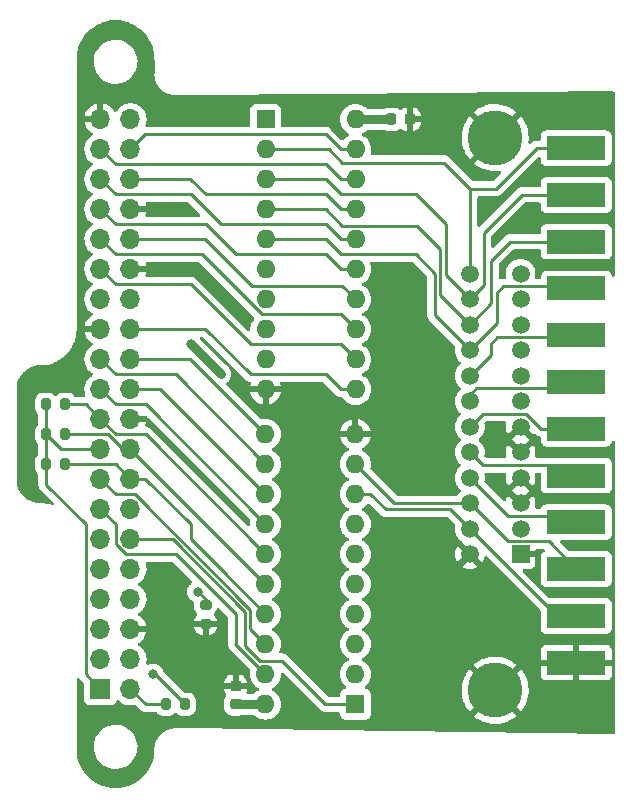
<source format=gtl>
%TF.GenerationSoftware,KiCad,Pcbnew,(6.0.0)*%
%TF.CreationDate,2022-08-18T22:07:18-04:00*%
%TF.ProjectId,gpib breakout,67706962-2062-4726-9561-6b6f75742e6b,rev?*%
%TF.SameCoordinates,Original*%
%TF.FileFunction,Copper,L1,Top*%
%TF.FilePolarity,Positive*%
%FSLAX46Y46*%
G04 Gerber Fmt 4.6, Leading zero omitted, Abs format (unit mm)*
G04 Created by KiCad (PCBNEW (6.0.0)) date 2022-08-18 22:07:18*
%MOMM*%
%LPD*%
G01*
G04 APERTURE LIST*
G04 Aperture macros list*
%AMRoundRect*
0 Rectangle with rounded corners*
0 $1 Rounding radius*
0 $2 $3 $4 $5 $6 $7 $8 $9 X,Y pos of 4 corners*
0 Add a 4 corners polygon primitive as box body*
4,1,4,$2,$3,$4,$5,$6,$7,$8,$9,$2,$3,0*
0 Add four circle primitives for the rounded corners*
1,1,$1+$1,$2,$3*
1,1,$1+$1,$4,$5*
1,1,$1+$1,$6,$7*
1,1,$1+$1,$8,$9*
0 Add four rect primitives between the rounded corners*
20,1,$1+$1,$2,$3,$4,$5,0*
20,1,$1+$1,$4,$5,$6,$7,0*
20,1,$1+$1,$6,$7,$8,$9,0*
20,1,$1+$1,$8,$9,$2,$3,0*%
G04 Aperture macros list end*
%TA.AperFunction,SMDPad,CuDef*%
%ADD10RoundRect,0.225000X-0.225000X-0.250000X0.225000X-0.250000X0.225000X0.250000X-0.225000X0.250000X0*%
%TD*%
%TA.AperFunction,SMDPad,CuDef*%
%ADD11RoundRect,0.200000X-0.275000X0.200000X-0.275000X-0.200000X0.275000X-0.200000X0.275000X0.200000X0*%
%TD*%
%TA.AperFunction,SMDPad,CuDef*%
%ADD12RoundRect,0.200000X-0.200000X-0.275000X0.200000X-0.275000X0.200000X0.275000X-0.200000X0.275000X0*%
%TD*%
%TA.AperFunction,SMDPad,CuDef*%
%ADD13RoundRect,0.200000X0.200000X0.275000X-0.200000X0.275000X-0.200000X-0.275000X0.200000X-0.275000X0*%
%TD*%
%TA.AperFunction,SMDPad,CuDef*%
%ADD14R,5.000000X2.000000*%
%TD*%
%TA.AperFunction,SMDPad,CuDef*%
%ADD15RoundRect,0.225000X0.250000X-0.225000X0.250000X0.225000X-0.250000X0.225000X-0.250000X-0.225000X0*%
%TD*%
%TA.AperFunction,ComponentPad*%
%ADD16R,1.600000X1.600000*%
%TD*%
%TA.AperFunction,ComponentPad*%
%ADD17O,1.600000X1.600000*%
%TD*%
%TA.AperFunction,ComponentPad*%
%ADD18C,1.500000*%
%TD*%
%TA.AperFunction,ComponentPad*%
%ADD19R,1.500000X1.500000*%
%TD*%
%TA.AperFunction,ComponentPad*%
%ADD20C,4.650000*%
%TD*%
%TA.AperFunction,ComponentPad*%
%ADD21R,1.700000X1.700000*%
%TD*%
%TA.AperFunction,ComponentPad*%
%ADD22O,1.700000X1.700000*%
%TD*%
%TA.AperFunction,ViaPad*%
%ADD23C,0.800000*%
%TD*%
%TA.AperFunction,Conductor*%
%ADD24C,0.250000*%
%TD*%
%TA.AperFunction,Conductor*%
%ADD25C,0.750000*%
%TD*%
G04 APERTURE END LIST*
D10*
%TO.P,C1,1*%
%TO.N,+5V*%
X222745000Y-71120000D03*
%TO.P,C1,2*%
%TO.N,GND*%
X224295000Y-71120000D03*
%TD*%
D11*
%TO.P,R4,1*%
%TO.N,Net-(D1-Pad1)*%
X207010000Y-112205000D03*
%TO.P,R4,2*%
%TO.N,GND*%
X207010000Y-113855000D03*
%TD*%
D12*
%TO.P,R3,1*%
%TO.N,+3V3*%
X193485000Y-95250000D03*
%TO.P,R3,2*%
%TO.N,/GPIO10*%
X195135000Y-95250000D03*
%TD*%
D13*
%TO.P,R5,1*%
%TO.N,Net-(D2-Pad2)*%
X205295000Y-120650000D03*
%TO.P,R5,2*%
%TO.N,+5V*%
X203645000Y-120650000D03*
%TD*%
D14*
%TO.P,J1,1,Pin_1*%
%TO.N,/DIO1*%
X238390500Y-73575000D03*
%TO.P,J1,2,Pin_2*%
%TO.N,/DIO2*%
X238400500Y-77525000D03*
%TO.P,J1,3,Pin_3*%
%TO.N,/DIO3*%
X238400500Y-81485000D03*
%TO.P,J1,4,Pin_4*%
%TO.N,/DIO4*%
X238410500Y-85445000D03*
%TO.P,J1,5,Pin_5*%
%TO.N,/EOI*%
X238400500Y-89405000D03*
%TO.P,J1,6,Pin_6*%
%TO.N,/DAV*%
X238400500Y-93365000D03*
%TO.P,J1,7,Pin_7*%
%TO.N,/NRFD*%
X238410500Y-97325000D03*
%TO.P,J1,8,Pin_8*%
%TO.N,/NDAC*%
X238400500Y-101285000D03*
%TO.P,J1,9,Pin_9*%
%TO.N,/IFC*%
X238400500Y-105245000D03*
%TO.P,J1,10,Pin_10*%
%TO.N,/SRQ*%
X238400500Y-109205000D03*
%TO.P,J1,11,Pin_11*%
%TO.N,/ATN*%
X238400500Y-113165000D03*
%TO.P,J1,12,Pin_12*%
%TO.N,GND*%
X238400500Y-117125000D03*
%TD*%
D15*
%TO.P,C2,1*%
%TO.N,+5V*%
X209550000Y-120650000D03*
%TO.P,C2,2*%
%TO.N,GND*%
X209550000Y-119100000D03*
%TD*%
D12*
%TO.P,R2,1*%
%TO.N,+3V3*%
X193485000Y-97790000D03*
%TO.P,R2,2*%
%TO.N,/GPIO24*%
X195135000Y-97790000D03*
%TD*%
D16*
%TO.P,U2,1,TE*%
%TO.N,/GPIO18*%
X219700000Y-120645000D03*
D17*
%TO.P,U2,2,REN_1*%
%TO.N,/REN*%
X219700000Y-118105000D03*
%TO.P,U2,3,IFC_1*%
%TO.N,/IFC*%
X219700000Y-115565000D03*
%TO.P,U2,4,NDAC_1*%
%TO.N,/NDAC*%
X219700000Y-113025000D03*
%TO.P,U2,5,NRFD_1*%
%TO.N,/NRFD*%
X219700000Y-110485000D03*
%TO.P,U2,6,DAV_1*%
%TO.N,/DAV*%
X219700000Y-107945000D03*
%TO.P,U2,7,EOI_1*%
%TO.N,/EOI*%
X219700000Y-105405000D03*
%TO.P,U2,8,ATN_1*%
%TO.N,/ATN*%
X219700000Y-102865000D03*
%TO.P,U2,9,SRQ_1*%
%TO.N,/SRQ*%
X219700000Y-100325000D03*
%TO.P,U2,10,GND*%
%TO.N,GND*%
X219700000Y-97785000D03*
%TO.P,U2,11,DC*%
%TO.N,/GPIO08*%
X212080000Y-97785000D03*
%TO.P,U2,12,SRQ_2*%
%TO.N,/GPIO11*%
X212080000Y-100325000D03*
%TO.P,U2,13,ATN_2*%
%TO.N,/GPIO25*%
X212080000Y-102865000D03*
%TO.P,U2,14,EOI_2*%
%TO.N,/GPIO09*%
X212080000Y-105405000D03*
%TO.P,U2,15,DAV_2*%
%TO.N,/GPIO10*%
X212080000Y-107945000D03*
%TO.P,U2,16,NRFD_2*%
%TO.N,/GPIO24*%
X212080000Y-110485000D03*
%TO.P,U2,17,NDAC_2*%
%TO.N,/GPIO23*%
X212080000Y-113025000D03*
%TO.P,U2,18,IFC_2*%
%TO.N,/GPIO22*%
X212080000Y-115565000D03*
%TO.P,U2,19,REN_2*%
%TO.N,/GPIO27*%
X212080000Y-118105000D03*
%TO.P,U2,20,VCC*%
%TO.N,+5V*%
X212080000Y-120645000D03*
%TD*%
D18*
%TO.P,J2,1,1*%
%TO.N,/DIO1*%
X229390000Y-84190000D03*
%TO.P,J2,2,2*%
%TO.N,/DIO2*%
X229390000Y-86350000D03*
%TO.P,J2,3,3*%
%TO.N,/DIO3*%
X229390000Y-88510000D03*
%TO.P,J2,4,4*%
%TO.N,/DIO4*%
X229390000Y-90670000D03*
%TO.P,J2,5,5*%
%TO.N,/EOI*%
X229390000Y-92830000D03*
%TO.P,J2,6,6*%
%TO.N,/DAV*%
X229390000Y-94990000D03*
%TO.P,J2,7,7*%
%TO.N,/NRFD*%
X229390000Y-97150000D03*
%TO.P,J2,8,8*%
%TO.N,/NDAC*%
X229390000Y-99310000D03*
%TO.P,J2,9,9*%
%TO.N,/IFC*%
X229390000Y-101470000D03*
%TO.P,J2,10,10*%
%TO.N,/SRQ*%
X229390000Y-103630000D03*
%TO.P,J2,11,11*%
%TO.N,/ATN*%
X229390000Y-105790000D03*
%TO.P,J2,12,12*%
%TO.N,GND*%
X229390000Y-107950000D03*
%TO.P,J2,13,13*%
%TO.N,/DIO5*%
X233680000Y-84190000D03*
%TO.P,J2,14,14*%
%TO.N,/DIO6*%
X233680000Y-86350000D03*
%TO.P,J2,15,15*%
%TO.N,/DIO7*%
X233680000Y-88510000D03*
%TO.P,J2,16,16*%
%TO.N,/DIO8*%
X233680000Y-90670000D03*
%TO.P,J2,17,17*%
%TO.N,/REN*%
X233680000Y-92830000D03*
%TO.P,J2,18,18*%
%TO.N,GND*%
X233680000Y-94990000D03*
%TO.P,J2,19,19*%
X233680000Y-97150000D03*
%TO.P,J2,20,20*%
X233680000Y-99310000D03*
%TO.P,J2,21,21*%
X233680000Y-101470000D03*
%TO.P,J2,22,22*%
X233680000Y-103630000D03*
%TO.P,J2,23,23*%
X233680000Y-105790000D03*
D19*
%TO.P,J2,24,24*%
X233680000Y-107950000D03*
D20*
%TO.P,J2,MH1,MH1*%
X231535000Y-119470000D03*
%TO.P,J2,MH2,MH2*%
X231535000Y-72670000D03*
%TD*%
D16*
%TO.P,U1,1,TE*%
%TO.N,/GPIO18*%
X212100000Y-71125000D03*
D17*
%TO.P,U1,2,B1*%
%TO.N,/DIO1*%
X212100000Y-73665000D03*
%TO.P,U1,3,B2*%
%TO.N,/DIO2*%
X212100000Y-76205000D03*
%TO.P,U1,4,B3*%
%TO.N,/DIO3*%
X212100000Y-78745000D03*
%TO.P,U1,5,B4*%
%TO.N,/DIO4*%
X212100000Y-81285000D03*
%TO.P,U1,6,B5*%
%TO.N,/DIO5*%
X212100000Y-83825000D03*
%TO.P,U1,7,B6*%
%TO.N,/DIO6*%
X212100000Y-86365000D03*
%TO.P,U1,8,B7*%
%TO.N,/DIO7*%
X212100000Y-88905000D03*
%TO.P,U1,9,B8*%
%TO.N,/DIO8*%
X212100000Y-91445000D03*
%TO.P,U1,10,GND*%
%TO.N,GND*%
X212100000Y-93985000D03*
%TO.P,U1,11,~{PE}*%
%TO.N,/GPIO07*%
X219720000Y-93985000D03*
%TO.P,U1,12,D8*%
%TO.N,/GPIO05*%
X219720000Y-91445000D03*
%TO.P,U1,13,D7*%
%TO.N,/GPIO06*%
X219720000Y-88905000D03*
%TO.P,U1,14,D6*%
%TO.N,/GPIO12*%
X219720000Y-86365000D03*
%TO.P,U1,15,D5*%
%TO.N,/GPIO13*%
X219720000Y-83825000D03*
%TO.P,U1,16,D4*%
%TO.N,/GPIO19*%
X219720000Y-81285000D03*
%TO.P,U1,17,D3*%
%TO.N,/GPIO16*%
X219720000Y-78745000D03*
%TO.P,U1,18,D2*%
%TO.N,/GPIO26*%
X219720000Y-76205000D03*
%TO.P,U1,19,D1*%
%TO.N,/GPIO20*%
X219720000Y-73665000D03*
%TO.P,U1,20,VCC*%
%TO.N,+5V*%
X219720000Y-71125000D03*
%TD*%
D12*
%TO.P,R1,1*%
%TO.N,+3V3*%
X193485000Y-100330000D03*
%TO.P,R1,2*%
%TO.N,/GPIO23*%
X195135000Y-100330000D03*
%TD*%
D21*
%TO.P,J3,1,3V3*%
%TO.N,+3V3*%
X198115000Y-119375000D03*
D22*
%TO.P,J3,2,5V*%
%TO.N,+5V*%
X200655000Y-119375000D03*
%TO.P,J3,3,SDA/GPIO2*%
%TO.N,unconnected-(J3-Pad3)*%
X198115000Y-116835000D03*
%TO.P,J3,4,5V*%
%TO.N,+5V*%
X200655000Y-116835000D03*
%TO.P,J3,5,SCL/GPIO3*%
%TO.N,unconnected-(J3-Pad5)*%
X198115000Y-114295000D03*
%TO.P,J3,6,GND*%
%TO.N,GND*%
X200655000Y-114295000D03*
%TO.P,J3,7,GCLK0/GPIO4*%
%TO.N,Net-(D1-Pad2)*%
X198115000Y-111755000D03*
%TO.P,J3,8,GPIO14/TXD*%
%TO.N,unconnected-(J3-Pad8)*%
X200655000Y-111755000D03*
%TO.P,J3,9,GND*%
%TO.N,GND*%
X198115000Y-109215000D03*
%TO.P,J3,10,GPIO15/RXD*%
%TO.N,unconnected-(J3-Pad10)*%
X200655000Y-109215000D03*
%TO.P,J3,11,GPIO17*%
%TO.N,unconnected-(J3-Pad11)*%
X198115000Y-106675000D03*
%TO.P,J3,12,GPIO18/PWM0*%
%TO.N,/GPIO18*%
X200655000Y-106675000D03*
%TO.P,J3,13,GPIO27*%
%TO.N,/GPIO27*%
X198115000Y-104135000D03*
%TO.P,J3,14,GND*%
%TO.N,GND*%
X200655000Y-104135000D03*
%TO.P,J3,15,GPIO22*%
%TO.N,/GPIO22*%
X198115000Y-101595000D03*
%TO.P,J3,16,GPIO23*%
%TO.N,/GPIO23*%
X200655000Y-101595000D03*
%TO.P,J3,17,3V3*%
%TO.N,+3V3*%
X198115000Y-99055000D03*
%TO.P,J3,18,GPIO24*%
%TO.N,/GPIO24*%
X200655000Y-99055000D03*
%TO.P,J3,19,MOSI0/GPIO10*%
%TO.N,/GPIO10*%
X198115000Y-96515000D03*
%TO.P,J3,20,GND*%
%TO.N,GND*%
X200655000Y-96515000D03*
%TO.P,J3,21,MISO0/GPIO9*%
%TO.N,/GPIO09*%
X198115000Y-93975000D03*
%TO.P,J3,22,GPIO25*%
%TO.N,/GPIO25*%
X200655000Y-93975000D03*
%TO.P,J3,23,SCLK0/GPIO11*%
%TO.N,/GPIO11*%
X198115000Y-91435000D03*
%TO.P,J3,24,~{CE0}/GPIO8*%
%TO.N,/GPIO08*%
X200655000Y-91435000D03*
%TO.P,J3,25,GND*%
%TO.N,GND*%
X198115000Y-88895000D03*
%TO.P,J3,26,~{CE1}/GPIO7*%
%TO.N,/GPIO07*%
X200655000Y-88895000D03*
%TO.P,J3,27,ID_SD/GPIO0*%
%TO.N,unconnected-(J3-Pad27)*%
X198115000Y-86355000D03*
%TO.P,J3,28,ID_SC/GPIO1*%
%TO.N,unconnected-(J3-Pad28)*%
X200655000Y-86355000D03*
%TO.P,J3,29,GCLK1/GPIO5*%
%TO.N,/GPIO05*%
X198115000Y-83815000D03*
%TO.P,J3,30,GND*%
%TO.N,GND*%
X200655000Y-83815000D03*
%TO.P,J3,31,GCLK2/GPIO6*%
%TO.N,/GPIO06*%
X198115000Y-81275000D03*
%TO.P,J3,32,PWM0/GPIO12*%
%TO.N,/GPIO12*%
X200655000Y-81275000D03*
%TO.P,J3,33,PWM1/GPIO13*%
%TO.N,/GPIO13*%
X198115000Y-78735000D03*
%TO.P,J3,34,GND*%
%TO.N,GND*%
X200655000Y-78735000D03*
%TO.P,J3,35,GPIO19/MISO1*%
%TO.N,/GPIO19*%
X198115000Y-76195000D03*
%TO.P,J3,36,GPIO16*%
%TO.N,/GPIO16*%
X200655000Y-76195000D03*
%TO.P,J3,37,GPIO26*%
%TO.N,/GPIO26*%
X198115000Y-73655000D03*
%TO.P,J3,38,GPIO20/MOSI1*%
%TO.N,/GPIO20*%
X200655000Y-73655000D03*
%TO.P,J3,39,GND*%
%TO.N,GND*%
X198115000Y-71115000D03*
%TO.P,J3,40,GPIO21/SCLK1*%
%TO.N,unconnected-(J3-Pad40)*%
X200655000Y-71115000D03*
%TD*%
D23*
%TO.N,+5V*%
X208280000Y-92710000D03*
X205740000Y-90170000D03*
%TO.N,Net-(D1-Pad1)*%
X206375000Y-111125000D03*
%TO.N,Net-(D2-Pad2)*%
X202565000Y-118110000D03*
%TD*%
D24*
%TO.N,/DIO1*%
X217455978Y-73665000D02*
X218580489Y-74789511D01*
X229390000Y-76990000D02*
X231620000Y-76990000D01*
X227189511Y-74789511D02*
X218580489Y-74789511D01*
X212100000Y-73665000D02*
X217455978Y-73665000D01*
X229390000Y-84190000D02*
X229390000Y-76990000D01*
X227189511Y-74789511D02*
X229390000Y-76990000D01*
X231620000Y-76990000D02*
X235035000Y-73575000D01*
X235035000Y-73575000D02*
X238390500Y-73575000D01*
%TO.N,/DIO2*%
X238400500Y-77525000D02*
X233788350Y-77525000D01*
X230586675Y-85153325D02*
X229390000Y-86350000D01*
X218440000Y-77470000D02*
X224790000Y-77470000D01*
X227330000Y-80010000D02*
X227330000Y-84290000D01*
X230586675Y-80726675D02*
X230586675Y-85153325D01*
X212100000Y-76205000D02*
X217175000Y-76205000D01*
X233788350Y-77525000D02*
X230586675Y-80726675D01*
X217175000Y-76205000D02*
X218440000Y-77470000D01*
X227330000Y-84290000D02*
X229390000Y-86350000D01*
X224790000Y-77470000D02*
X227330000Y-80010000D01*
%TO.N,/DIO3*%
X218590489Y-80160489D02*
X224940489Y-80160489D01*
X217175000Y-78745000D02*
X218590489Y-80160489D01*
X226880480Y-86000480D02*
X229390000Y-88510000D01*
X212100000Y-78745000D02*
X217175000Y-78745000D01*
X231186195Y-83103325D02*
X231186195Y-86713805D01*
X231186195Y-86713805D02*
X229390000Y-88510000D01*
X238400500Y-81485000D02*
X232804520Y-81485000D01*
X232804520Y-81485000D02*
X231186195Y-83103325D01*
X226880480Y-82100480D02*
X226880480Y-86000480D01*
X224940489Y-80160489D02*
X226880480Y-82100480D01*
%TO.N,/DIO4*%
X218440000Y-82550000D02*
X224790000Y-82550000D01*
X217175000Y-81285000D02*
X218440000Y-82550000D01*
X226430960Y-87710960D02*
X226430960Y-84190960D01*
X238240989Y-85275489D02*
X232224511Y-85275489D01*
X231710715Y-88349285D02*
X229390000Y-90670000D01*
X212100000Y-81285000D02*
X217175000Y-81285000D01*
X231710715Y-85789285D02*
X231710715Y-88349285D01*
X232224511Y-85275489D02*
X231710715Y-85789285D01*
X226430960Y-84190960D02*
X224790000Y-82550000D01*
X238410500Y-85445000D02*
X238240989Y-85275489D01*
X226430960Y-87710960D02*
X229390000Y-90670000D01*
%TO.N,/EOI*%
X231824511Y-89584511D02*
X238220989Y-89584511D01*
X238220989Y-89584511D02*
X238400500Y-89405000D01*
X231140000Y-91080000D02*
X231140000Y-90170000D01*
X231725489Y-89584511D02*
X231824511Y-89584511D01*
X231140000Y-90170000D02*
X231725489Y-89584511D01*
X229390000Y-92830000D02*
X231140000Y-91080000D01*
%TO.N,/DAV*%
X237860989Y-93904511D02*
X229945489Y-93904511D01*
X229390000Y-94460000D02*
X229390000Y-94990000D01*
X229945489Y-93904511D02*
X229390000Y-94460000D01*
X238400500Y-93365000D02*
X237860989Y-93904511D01*
%TO.N,/NRFD*%
X238410500Y-97325000D02*
X235374589Y-97325000D01*
X230464511Y-96075489D02*
X229390000Y-97150000D01*
X234125078Y-96075489D02*
X230464511Y-96075489D01*
X235374589Y-97325000D02*
X234125078Y-96075489D01*
%TO.N,/NDAC*%
X237510989Y-100395489D02*
X230475489Y-100395489D01*
X238400500Y-101285000D02*
X237510989Y-100395489D01*
X230475489Y-100395489D02*
X229390000Y-99310000D01*
%TO.N,/IFC*%
X232635489Y-104715489D02*
X229390000Y-101470000D01*
X237870989Y-104715489D02*
X232635489Y-104715489D01*
X238400500Y-105245000D02*
X237870989Y-104715489D01*
%TO.N,/SRQ*%
X223005000Y-103630000D02*
X219700000Y-100325000D01*
X232624511Y-106864511D02*
X229390000Y-103630000D01*
X229390000Y-103630000D02*
X223005000Y-103630000D01*
X238400500Y-109205000D02*
X236060011Y-106864511D01*
X236060011Y-106864511D02*
X232624511Y-106864511D01*
%TO.N,/ATN*%
X227740000Y-104140000D02*
X222250000Y-104140000D01*
X220975000Y-102865000D02*
X219700000Y-102865000D01*
X236765000Y-113165000D02*
X229390000Y-105790000D01*
X238400500Y-113165000D02*
X236765000Y-113165000D01*
X222250000Y-104140000D02*
X220975000Y-102865000D01*
X229390000Y-105790000D02*
X227740000Y-104140000D01*
D25*
%TO.N,+5V*%
X212080000Y-120645000D02*
X209555000Y-120645000D01*
X205740000Y-90170000D02*
X208280000Y-92710000D01*
D24*
X201930000Y-120650000D02*
X200655000Y-119375000D01*
D25*
X222740000Y-71125000D02*
X222745000Y-71120000D01*
X209555000Y-120645000D02*
X209550000Y-120650000D01*
X219720000Y-71125000D02*
X222740000Y-71125000D01*
D24*
X203645000Y-120650000D02*
X201930000Y-120650000D01*
%TO.N,Net-(D1-Pad1)*%
X207010000Y-112205000D02*
X207010000Y-111760000D01*
X207010000Y-111760000D02*
X206375000Y-111125000D01*
%TO.N,/GPIO18*%
X211591207Y-116980489D02*
X213500489Y-116980489D01*
X200655000Y-106675000D02*
X204220292Y-106675000D01*
X210367980Y-112822688D02*
X210367980Y-115757262D01*
X213500489Y-116980489D02*
X217165000Y-120645000D01*
X217165000Y-120645000D02*
X219700000Y-120645000D01*
X210367980Y-115757262D02*
X211591207Y-116980489D01*
X204220292Y-106675000D02*
X210367980Y-112822688D01*
%TO.N,/GPIO08*%
X205730000Y-91435000D02*
X200655000Y-91435000D01*
X212080000Y-97785000D02*
X205730000Y-91435000D01*
%TO.N,/GPIO11*%
X212080000Y-100325000D02*
X204470000Y-92715000D01*
X199395000Y-92715000D02*
X198115000Y-91435000D01*
X204470000Y-92715000D02*
X199395000Y-92715000D01*
%TO.N,/GPIO25*%
X212080000Y-102865000D02*
X203190000Y-93975000D01*
X203190000Y-93975000D02*
X200655000Y-93975000D01*
%TO.N,/GPIO09*%
X199395000Y-95255000D02*
X198115000Y-93975000D01*
X201930000Y-95255000D02*
X199395000Y-95255000D01*
X212080000Y-105405000D02*
X201930000Y-95255000D01*
%TO.N,/GPIO10*%
X198115000Y-96515000D02*
X196850000Y-95250000D01*
X196850000Y-95250000D02*
X195135000Y-95250000D01*
X201930000Y-97795000D02*
X199395000Y-97795000D01*
X199395000Y-97795000D02*
X198115000Y-96515000D01*
X212080000Y-107945000D02*
X201930000Y-97795000D01*
%TO.N,/GPIO24*%
X198754282Y-97790000D02*
X195135000Y-97790000D01*
X200655000Y-99060000D02*
X200655000Y-99055000D01*
X200019282Y-99055000D02*
X198754282Y-97790000D01*
X200655000Y-99055000D02*
X200019282Y-99055000D01*
X212080000Y-110485000D02*
X200655000Y-99060000D01*
%TO.N,/GPIO23*%
X200655000Y-101595000D02*
X201925000Y-101595000D01*
X201925000Y-101595000D02*
X205740000Y-105410000D01*
X208280000Y-109220000D02*
X205740000Y-106680000D01*
X200655000Y-101595000D02*
X199390000Y-100330000D01*
X208280000Y-109225000D02*
X208280000Y-109220000D01*
X212080000Y-113025000D02*
X208280000Y-109225000D01*
X199390000Y-100330000D02*
X195135000Y-100330000D01*
X205740000Y-105410000D02*
X205740000Y-106680000D01*
%TO.N,/GPIO22*%
X201051010Y-102870000D02*
X210817500Y-112636490D01*
X198115000Y-101595000D02*
X199390000Y-102870000D01*
X210817500Y-114302500D02*
X212080000Y-115565000D01*
X199390000Y-102870000D02*
X201051010Y-102870000D01*
X210817500Y-112636490D02*
X210817500Y-114302500D01*
%TO.N,/GPIO27*%
X199390000Y-105410000D02*
X199390000Y-107071010D01*
X209550000Y-115570000D02*
X209547500Y-115572500D01*
X209547500Y-115572500D02*
X212080000Y-118105000D01*
X198115000Y-104135000D02*
X199390000Y-105410000D01*
X199390000Y-107071010D02*
X200268990Y-107950000D01*
X209550000Y-113030000D02*
X209550000Y-115570000D01*
X200268990Y-107950000D02*
X204470000Y-107950000D01*
X204470000Y-107950000D02*
X209550000Y-113030000D01*
%TO.N,+3V3*%
X196850000Y-105410000D02*
X193485000Y-102045000D01*
X193485000Y-102045000D02*
X193485000Y-100330000D01*
X198115000Y-99055000D02*
X194750000Y-99055000D01*
X198115000Y-119375000D02*
X196850000Y-118110000D01*
X194750000Y-99055000D02*
X193485000Y-97790000D01*
X196850000Y-118110000D02*
X196850000Y-105410000D01*
X193485000Y-97790000D02*
X193485000Y-95250000D01*
X193485000Y-97790000D02*
X193485000Y-100330000D01*
%TO.N,/GPIO07*%
X207005000Y-88895000D02*
X200655000Y-88895000D01*
X218445000Y-93985000D02*
X217170000Y-92710000D01*
X219720000Y-93985000D02*
X218445000Y-93985000D01*
X217170000Y-92710000D02*
X210820000Y-92710000D01*
X210820000Y-92710000D02*
X207005000Y-88895000D01*
%TO.N,/GPIO05*%
X219720000Y-91445000D02*
X218445000Y-90170000D01*
X210820000Y-90170000D02*
X205740000Y-85090000D01*
X218445000Y-90170000D02*
X210820000Y-90170000D01*
X205740000Y-85090000D02*
X199390000Y-85090000D01*
X199390000Y-85090000D02*
X198115000Y-83815000D01*
%TO.N,/GPIO06*%
X211774700Y-87630000D02*
X206694700Y-82550000D01*
X199390000Y-82550000D02*
X198115000Y-81275000D01*
X206694700Y-82550000D02*
X199390000Y-82550000D01*
X219720000Y-88905000D02*
X218445000Y-87630000D01*
X218445000Y-87630000D02*
X211774700Y-87630000D01*
%TO.N,/GPIO12*%
X210970489Y-85240489D02*
X218595489Y-85240489D01*
X200655000Y-81275000D02*
X207005000Y-81275000D01*
X207005000Y-81275000D02*
X210970489Y-85240489D01*
X218595489Y-85240489D02*
X219720000Y-86365000D01*
%TO.N,/GPIO13*%
X199390000Y-80010000D02*
X198115000Y-78735000D01*
X209550000Y-82550000D02*
X207010000Y-80010000D01*
X219720000Y-83825000D02*
X218445000Y-83825000D01*
X217170000Y-82550000D02*
X209550000Y-82550000D01*
X218445000Y-83825000D02*
X217170000Y-82550000D01*
X207010000Y-80010000D02*
X199390000Y-80010000D01*
%TO.N,/GPIO19*%
X199390000Y-77470000D02*
X198115000Y-76195000D01*
X219720000Y-81285000D02*
X218445000Y-81285000D01*
X205740000Y-77470000D02*
X199390000Y-77470000D01*
X217170000Y-80010000D02*
X208280000Y-80010000D01*
X218445000Y-81285000D02*
X217170000Y-80010000D01*
X208280000Y-80010000D02*
X205740000Y-77470000D01*
%TO.N,/GPIO16*%
X205735000Y-76195000D02*
X200655000Y-76195000D01*
X217170000Y-77470000D02*
X207010000Y-77470000D01*
X218445000Y-78745000D02*
X217170000Y-77470000D01*
X219720000Y-78745000D02*
X218445000Y-78745000D01*
X207010000Y-77470000D02*
X205735000Y-76195000D01*
%TO.N,/GPIO26*%
X217170000Y-74930000D02*
X199390000Y-74930000D01*
X199390000Y-74930000D02*
X198115000Y-73655000D01*
X219720000Y-76205000D02*
X218445000Y-76205000D01*
X218445000Y-76205000D02*
X217170000Y-74930000D01*
%TO.N,/GPIO20*%
X201920000Y-72390000D02*
X200655000Y-73655000D01*
X217170000Y-72390000D02*
X201920000Y-72390000D01*
X219720000Y-73665000D02*
X218445000Y-73665000D01*
X218445000Y-73665000D02*
X217170000Y-72390000D01*
%TO.N,Net-(D2-Pad2)*%
X202755000Y-118110000D02*
X202565000Y-118110000D01*
X205295000Y-120650000D02*
X202755000Y-118110000D01*
%TD*%
%TA.AperFunction,Conductor*%
%TO.N,GND*%
G36*
X232399706Y-96728991D02*
G01*
X232446199Y-96782647D01*
X232456303Y-96852921D01*
X232453292Y-96867600D01*
X232437804Y-96925401D01*
X232435901Y-96936196D01*
X232417674Y-97144525D01*
X232417674Y-97155475D01*
X232435901Y-97363804D01*
X232437804Y-97374599D01*
X232491928Y-97576595D01*
X232495674Y-97586887D01*
X232584054Y-97776417D01*
X232589534Y-97785907D01*
X232618411Y-97827149D01*
X232628886Y-97835523D01*
X232642333Y-97828455D01*
X233590905Y-96879884D01*
X233653217Y-96845859D01*
X233724033Y-96850924D01*
X233769095Y-96879884D01*
X234718389Y-97829178D01*
X234730162Y-97835606D01*
X234742177Y-97826311D01*
X234753991Y-97809438D01*
X234809448Y-97765110D01*
X234880067Y-97757801D01*
X234946299Y-97792614D01*
X234954819Y-97801134D01*
X234958014Y-97803612D01*
X234967036Y-97811318D01*
X234999268Y-97841586D01*
X235006217Y-97845406D01*
X235017021Y-97851346D01*
X235033545Y-97862199D01*
X235049548Y-97874613D01*
X235090132Y-97892176D01*
X235100762Y-97897383D01*
X235139529Y-97918695D01*
X235147206Y-97920666D01*
X235147211Y-97920668D01*
X235159147Y-97923732D01*
X235177855Y-97930137D01*
X235196444Y-97938181D01*
X235204269Y-97939420D01*
X235204271Y-97939421D01*
X235240108Y-97945097D01*
X235251729Y-97947504D01*
X235286884Y-97956530D01*
X235286888Y-97956531D01*
X235294559Y-97958500D01*
X235294888Y-97958500D01*
X235356870Y-97985533D01*
X235396271Y-98044593D01*
X235402000Y-98082156D01*
X235402000Y-98373134D01*
X235408755Y-98435316D01*
X235459885Y-98571705D01*
X235547239Y-98688261D01*
X235663795Y-98775615D01*
X235800184Y-98826745D01*
X235862366Y-98833500D01*
X240958634Y-98833500D01*
X241020816Y-98826745D01*
X241157205Y-98775615D01*
X241273761Y-98688261D01*
X241361115Y-98571705D01*
X241412245Y-98435316D01*
X241413098Y-98427459D01*
X241413917Y-98424017D01*
X241449134Y-98362371D01*
X241512090Y-98329550D01*
X241582795Y-98335976D01*
X241638802Y-98379608D01*
X241662500Y-98453163D01*
X241662500Y-123062280D01*
X241642498Y-123130401D01*
X241588842Y-123176894D01*
X241534779Y-123188268D01*
X205469199Y-122695602D01*
X204525807Y-122682715D01*
X204506623Y-122680981D01*
X204487332Y-122677735D01*
X204487327Y-122677735D01*
X204482539Y-122676929D01*
X204476448Y-122676855D01*
X204474867Y-122676835D01*
X204474862Y-122676835D01*
X204470000Y-122676776D01*
X204464899Y-122677506D01*
X204456038Y-122678456D01*
X204221637Y-122695222D01*
X204216318Y-122695602D01*
X204154899Y-122708963D01*
X203972197Y-122748706D01*
X203972190Y-122748708D01*
X203967800Y-122749663D01*
X203963585Y-122751235D01*
X203963582Y-122751236D01*
X203853855Y-122792162D01*
X203729505Y-122838542D01*
X203506285Y-122960430D01*
X203302683Y-123112844D01*
X203122844Y-123292683D01*
X202970430Y-123496285D01*
X202848542Y-123719505D01*
X202846969Y-123723723D01*
X202771294Y-123926617D01*
X202759663Y-123957800D01*
X202758708Y-123962190D01*
X202758706Y-123962197D01*
X202719788Y-124141104D01*
X202705602Y-124206318D01*
X202705281Y-124210806D01*
X202689837Y-124426729D01*
X202688413Y-124438637D01*
X202686929Y-124447461D01*
X202686856Y-124453462D01*
X202686814Y-124453730D01*
X202686849Y-124453999D01*
X202686776Y-124460000D01*
X202687466Y-124464816D01*
X202687466Y-124464819D01*
X202688857Y-124474533D01*
X202689957Y-124498990D01*
X202674257Y-124798554D01*
X202672879Y-124811666D01*
X202643830Y-124995079D01*
X202620876Y-125140002D01*
X202618134Y-125152902D01*
X202539120Y-125447792D01*
X202532098Y-125473997D01*
X202528022Y-125486541D01*
X202408894Y-125796878D01*
X202403530Y-125808926D01*
X202252612Y-126105120D01*
X202246017Y-126116542D01*
X202064968Y-126395333D01*
X202057225Y-126405990D01*
X201848011Y-126664348D01*
X201839194Y-126674139D01*
X201604139Y-126909194D01*
X201594348Y-126918011D01*
X201335990Y-127127225D01*
X201325333Y-127134968D01*
X201046542Y-127316017D01*
X201035120Y-127322612D01*
X200738926Y-127473530D01*
X200726879Y-127478893D01*
X200416536Y-127598024D01*
X200404002Y-127602096D01*
X200116949Y-127679011D01*
X200082902Y-127688134D01*
X200070002Y-127690876D01*
X199741669Y-127742879D01*
X199728553Y-127744257D01*
X199692691Y-127746136D01*
X199396594Y-127761654D01*
X199383406Y-127761654D01*
X199087309Y-127746136D01*
X199051447Y-127744257D01*
X199038331Y-127742879D01*
X198709998Y-127690876D01*
X198697098Y-127688134D01*
X198663051Y-127679011D01*
X198375998Y-127602096D01*
X198363464Y-127598024D01*
X198053121Y-127478893D01*
X198041074Y-127473530D01*
X197744880Y-127322612D01*
X197733458Y-127316017D01*
X197454667Y-127134968D01*
X197444010Y-127127225D01*
X197185652Y-126918011D01*
X197175861Y-126909194D01*
X196940806Y-126674139D01*
X196931989Y-126664348D01*
X196722775Y-126405990D01*
X196715032Y-126395333D01*
X196533983Y-126116542D01*
X196527388Y-126105120D01*
X196376470Y-125808926D01*
X196371106Y-125796878D01*
X196251978Y-125486541D01*
X196247902Y-125473997D01*
X196240881Y-125447792D01*
X196161866Y-125152902D01*
X196159124Y-125140002D01*
X196107121Y-124811669D01*
X196105743Y-124798552D01*
X196090431Y-124506378D01*
X196092004Y-124478882D01*
X196092264Y-124477339D01*
X196092265Y-124477333D01*
X196093071Y-124472539D01*
X196093224Y-124460000D01*
X196089273Y-124432412D01*
X196088000Y-124414549D01*
X196088000Y-124287277D01*
X197527009Y-124287277D01*
X197552625Y-124555769D01*
X197553710Y-124560203D01*
X197553711Y-124560209D01*
X197612033Y-124798552D01*
X197616731Y-124817750D01*
X197717985Y-125067733D01*
X197854265Y-125300482D01*
X197857118Y-125304049D01*
X197998129Y-125480374D01*
X198022716Y-125511119D01*
X198219809Y-125695234D01*
X198441416Y-125848968D01*
X198445499Y-125850999D01*
X198445502Y-125851001D01*
X198561013Y-125908466D01*
X198682894Y-125969101D01*
X198687228Y-125970522D01*
X198687231Y-125970523D01*
X198934853Y-126051698D01*
X198934859Y-126051699D01*
X198939186Y-126053118D01*
X198943677Y-126053898D01*
X198943678Y-126053898D01*
X199201140Y-126098601D01*
X199201148Y-126098602D01*
X199204921Y-126099257D01*
X199208758Y-126099448D01*
X199288578Y-126103422D01*
X199288586Y-126103422D01*
X199290149Y-126103500D01*
X199458512Y-126103500D01*
X199460780Y-126103335D01*
X199460792Y-126103335D01*
X199591884Y-126093823D01*
X199659004Y-126088953D01*
X199663459Y-126087969D01*
X199663462Y-126087969D01*
X199917912Y-126031791D01*
X199917916Y-126031790D01*
X199922372Y-126030806D01*
X200048480Y-125983028D01*
X200170318Y-125936868D01*
X200170321Y-125936867D01*
X200174588Y-125935250D01*
X200336453Y-125845342D01*
X200406375Y-125806504D01*
X200406376Y-125806503D01*
X200410368Y-125804286D01*
X200624773Y-125640657D01*
X200813312Y-125447792D01*
X200972034Y-125229730D01*
X201055190Y-125071676D01*
X201095490Y-124995079D01*
X201095493Y-124995073D01*
X201097615Y-124991039D01*
X201160378Y-124813312D01*
X201185902Y-124741033D01*
X201185902Y-124741032D01*
X201187425Y-124736720D01*
X201235552Y-124492543D01*
X201238700Y-124476572D01*
X201238701Y-124476566D01*
X201239581Y-124472100D01*
X201239885Y-124466001D01*
X201252764Y-124207292D01*
X201252764Y-124207286D01*
X201252991Y-124202723D01*
X201227375Y-123934231D01*
X201224183Y-123921184D01*
X201164355Y-123676688D01*
X201163269Y-123672250D01*
X201062015Y-123422267D01*
X200925735Y-123189518D01*
X200807928Y-123042208D01*
X200760136Y-122982447D01*
X200760135Y-122982445D01*
X200757284Y-122978881D01*
X200560191Y-122794766D01*
X200338584Y-122641032D01*
X200334501Y-122639001D01*
X200334498Y-122638999D01*
X200169606Y-122556967D01*
X200097106Y-122520899D01*
X200092772Y-122519478D01*
X200092769Y-122519477D01*
X199845147Y-122438302D01*
X199845141Y-122438301D01*
X199840814Y-122436882D01*
X199836322Y-122436102D01*
X199578860Y-122391399D01*
X199578852Y-122391398D01*
X199575079Y-122390743D01*
X199563817Y-122390182D01*
X199491422Y-122386578D01*
X199491414Y-122386578D01*
X199489851Y-122386500D01*
X199321488Y-122386500D01*
X199319220Y-122386665D01*
X199319208Y-122386665D01*
X199188116Y-122396177D01*
X199120996Y-122401047D01*
X199116541Y-122402031D01*
X199116538Y-122402031D01*
X198862088Y-122458209D01*
X198862084Y-122458210D01*
X198857628Y-122459194D01*
X198731520Y-122506972D01*
X198609682Y-122553132D01*
X198609679Y-122553133D01*
X198605412Y-122554750D01*
X198369632Y-122685714D01*
X198155227Y-122849343D01*
X197966688Y-123042208D01*
X197807966Y-123260270D01*
X197790913Y-123292683D01*
X197684510Y-123494921D01*
X197684507Y-123494927D01*
X197682385Y-123498961D01*
X197680865Y-123503266D01*
X197680863Y-123503270D01*
X197611253Y-123700388D01*
X197592575Y-123753280D01*
X197591692Y-123757762D01*
X197552265Y-123957800D01*
X197540419Y-124017900D01*
X197540192Y-124022453D01*
X197540192Y-124022456D01*
X197530695Y-124213241D01*
X197527009Y-124287277D01*
X196088000Y-124287277D01*
X196088000Y-118526760D01*
X196108002Y-118458639D01*
X196161658Y-118412146D01*
X196231932Y-118402042D01*
X196296512Y-118431536D01*
X196315946Y-118452712D01*
X196316445Y-118453399D01*
X196322952Y-118463307D01*
X196333745Y-118481556D01*
X196345458Y-118501362D01*
X196359779Y-118515683D01*
X196372619Y-118530716D01*
X196384528Y-118547107D01*
X196399176Y-118559225D01*
X196418605Y-118575298D01*
X196427384Y-118583288D01*
X196719595Y-118875499D01*
X196753621Y-118937811D01*
X196756500Y-118964594D01*
X196756500Y-120273134D01*
X196763255Y-120335316D01*
X196814385Y-120471705D01*
X196901739Y-120588261D01*
X197018295Y-120675615D01*
X197154684Y-120726745D01*
X197216866Y-120733500D01*
X199013134Y-120733500D01*
X199075316Y-120726745D01*
X199211705Y-120675615D01*
X199328261Y-120588261D01*
X199415615Y-120471705D01*
X199452592Y-120373070D01*
X199459598Y-120354382D01*
X199502240Y-120297618D01*
X199568802Y-120272918D01*
X199638150Y-120288126D01*
X199672817Y-120316114D01*
X199701250Y-120348938D01*
X199873126Y-120491632D01*
X200066000Y-120604338D01*
X200274692Y-120684030D01*
X200279760Y-120685061D01*
X200279763Y-120685062D01*
X200387012Y-120706882D01*
X200493597Y-120728567D01*
X200498772Y-120728757D01*
X200498774Y-120728757D01*
X200711673Y-120736564D01*
X200711677Y-120736564D01*
X200716837Y-120736753D01*
X200721957Y-120736097D01*
X200721959Y-120736097D01*
X200933288Y-120709025D01*
X200933289Y-120709025D01*
X200938416Y-120708368D01*
X200943367Y-120706883D01*
X200943370Y-120706882D01*
X200984829Y-120694444D01*
X201055825Y-120694028D01*
X201110131Y-120726035D01*
X201426343Y-121042247D01*
X201433887Y-121050537D01*
X201438000Y-121057018D01*
X201483771Y-121099999D01*
X201487667Y-121103658D01*
X201490509Y-121106413D01*
X201510230Y-121126134D01*
X201513425Y-121128612D01*
X201522447Y-121136318D01*
X201554679Y-121166586D01*
X201561628Y-121170406D01*
X201572432Y-121176346D01*
X201588956Y-121187199D01*
X201604959Y-121199613D01*
X201645543Y-121217176D01*
X201656173Y-121222383D01*
X201694940Y-121243695D01*
X201702617Y-121245666D01*
X201702622Y-121245668D01*
X201714558Y-121248732D01*
X201733266Y-121255137D01*
X201751855Y-121263181D01*
X201759683Y-121264421D01*
X201759690Y-121264423D01*
X201795524Y-121270099D01*
X201807144Y-121272505D01*
X201836762Y-121280109D01*
X201849970Y-121283500D01*
X201870224Y-121283500D01*
X201889934Y-121285051D01*
X201909943Y-121288220D01*
X201917835Y-121287474D01*
X201953961Y-121284059D01*
X201965819Y-121283500D01*
X202762775Y-121283500D01*
X202830896Y-121303502D01*
X202870551Y-121344229D01*
X202883361Y-121365381D01*
X203004619Y-121486639D01*
X203151301Y-121575472D01*
X203158548Y-121577743D01*
X203158550Y-121577744D01*
X203222827Y-121597887D01*
X203314938Y-121626753D01*
X203388365Y-121633500D01*
X203391263Y-121633500D01*
X203645665Y-121633499D01*
X203901634Y-121633499D01*
X203904492Y-121633236D01*
X203904501Y-121633236D01*
X203940004Y-121629974D01*
X203975062Y-121626753D01*
X203981447Y-121624752D01*
X204131450Y-121577744D01*
X204131452Y-121577743D01*
X204138699Y-121575472D01*
X204285381Y-121486639D01*
X204380905Y-121391115D01*
X204443217Y-121357089D01*
X204514032Y-121362154D01*
X204559095Y-121391115D01*
X204654619Y-121486639D01*
X204801301Y-121575472D01*
X204808548Y-121577743D01*
X204808550Y-121577744D01*
X204872827Y-121597887D01*
X204964938Y-121626753D01*
X205038365Y-121633500D01*
X205041263Y-121633500D01*
X205295665Y-121633499D01*
X205551634Y-121633499D01*
X205554492Y-121633236D01*
X205554501Y-121633236D01*
X205590004Y-121629974D01*
X205625062Y-121626753D01*
X205631447Y-121624752D01*
X205781450Y-121577744D01*
X205781452Y-121577743D01*
X205788699Y-121575472D01*
X205935381Y-121486639D01*
X206056639Y-121365381D01*
X206145472Y-121218699D01*
X206156911Y-121182199D01*
X206180660Y-121106413D01*
X206196753Y-121055062D01*
X206203500Y-120981635D01*
X206203499Y-120318366D01*
X206196753Y-120244938D01*
X206157552Y-120119847D01*
X206147744Y-120088550D01*
X206147743Y-120088548D01*
X206145472Y-120081301D01*
X206056639Y-119934619D01*
X205935381Y-119813361D01*
X205788699Y-119724528D01*
X205781452Y-119722257D01*
X205781450Y-119722256D01*
X205671634Y-119687842D01*
X205625062Y-119673247D01*
X205551635Y-119666500D01*
X205533526Y-119666500D01*
X205259595Y-119666501D01*
X205191476Y-119646499D01*
X205170501Y-119629596D01*
X204369031Y-118828126D01*
X208567071Y-118828126D01*
X208571475Y-118843124D01*
X208572865Y-118844329D01*
X208580548Y-118846000D01*
X209277885Y-118846000D01*
X209293124Y-118841525D01*
X209294329Y-118840135D01*
X209296000Y-118832452D01*
X209296000Y-118827885D01*
X209804000Y-118827885D01*
X209808475Y-118843124D01*
X209809865Y-118844329D01*
X209817548Y-118846000D01*
X210514885Y-118846000D01*
X210530124Y-118841525D01*
X210531329Y-118840135D01*
X210533000Y-118832452D01*
X210533000Y-118829562D01*
X210532663Y-118823047D01*
X210523106Y-118730943D01*
X210520212Y-118717544D01*
X210470619Y-118568893D01*
X210464445Y-118555714D01*
X210382212Y-118422827D01*
X210373176Y-118411426D01*
X210262571Y-118301014D01*
X210251160Y-118292002D01*
X210118120Y-118209996D01*
X210104939Y-118203849D01*
X209956186Y-118154509D01*
X209942810Y-118151642D01*
X209851903Y-118142328D01*
X209845486Y-118142000D01*
X209822115Y-118142000D01*
X209806876Y-118146475D01*
X209805671Y-118147865D01*
X209804000Y-118155548D01*
X209804000Y-118827885D01*
X209296000Y-118827885D01*
X209296000Y-118160115D01*
X209291525Y-118144876D01*
X209290135Y-118143671D01*
X209282452Y-118142000D01*
X209254562Y-118142000D01*
X209248047Y-118142337D01*
X209155943Y-118151894D01*
X209142544Y-118154788D01*
X208993893Y-118204381D01*
X208980714Y-118210555D01*
X208847827Y-118292788D01*
X208836426Y-118301824D01*
X208726014Y-118412429D01*
X208717002Y-118423840D01*
X208634996Y-118556880D01*
X208628849Y-118570061D01*
X208579509Y-118718814D01*
X208576642Y-118732190D01*
X208567328Y-118823097D01*
X208567071Y-118828126D01*
X204369031Y-118828126D01*
X203478760Y-117937855D01*
X203448022Y-117887696D01*
X203446299Y-117882391D01*
X203399527Y-117738444D01*
X203304040Y-117573056D01*
X203271645Y-117537077D01*
X203180675Y-117436045D01*
X203180674Y-117436044D01*
X203176253Y-117431134D01*
X203021752Y-117318882D01*
X203015724Y-117316198D01*
X203015722Y-117316197D01*
X202853319Y-117243891D01*
X202853318Y-117243891D01*
X202847288Y-117241206D01*
X202741844Y-117218793D01*
X202666944Y-117202872D01*
X202666939Y-117202872D01*
X202660487Y-117201500D01*
X202469513Y-117201500D01*
X202463061Y-117202872D01*
X202463056Y-117202872D01*
X202388156Y-117218793D01*
X202282712Y-117241206D01*
X202276685Y-117243889D01*
X202276677Y-117243892D01*
X202151656Y-117299555D01*
X202081289Y-117308989D01*
X202016992Y-117278882D01*
X201979179Y-117218793D01*
X201979850Y-117147820D01*
X201987370Y-117123069D01*
X202016529Y-116901590D01*
X202017148Y-116876259D01*
X202018074Y-116838365D01*
X202018074Y-116838361D01*
X202018156Y-116835000D01*
X201999852Y-116612361D01*
X201945431Y-116395702D01*
X201856354Y-116190840D01*
X201816906Y-116129862D01*
X201737822Y-116007617D01*
X201737820Y-116007614D01*
X201735014Y-116003277D01*
X201584670Y-115838051D01*
X201580619Y-115834852D01*
X201580615Y-115834848D01*
X201413414Y-115702800D01*
X201413410Y-115702798D01*
X201409359Y-115699598D01*
X201367569Y-115676529D01*
X201317598Y-115626097D01*
X201302826Y-115556654D01*
X201327942Y-115490248D01*
X201355294Y-115463641D01*
X201530328Y-115338792D01*
X201538200Y-115332139D01*
X201689052Y-115181812D01*
X201695730Y-115173965D01*
X201820003Y-115001020D01*
X201825313Y-114992183D01*
X201919670Y-114801267D01*
X201923469Y-114791672D01*
X201985377Y-114587910D01*
X201987555Y-114577837D01*
X201988986Y-114566962D01*
X201986775Y-114552778D01*
X201973617Y-114549000D01*
X200527000Y-114549000D01*
X200458879Y-114528998D01*
X200412386Y-114475342D01*
X200401000Y-114423000D01*
X200401000Y-114167000D01*
X200415008Y-114119294D01*
X206027709Y-114119294D01*
X206033132Y-114178315D01*
X206035743Y-114191351D01*
X206082715Y-114341243D01*
X206088921Y-114354988D01*
X206169824Y-114488574D01*
X206179131Y-114500443D01*
X206289557Y-114610869D01*
X206301426Y-114620176D01*
X206435012Y-114701079D01*
X206448757Y-114707285D01*
X206598644Y-114754256D01*
X206611694Y-114756869D01*
X206675521Y-114762734D01*
X206681309Y-114763000D01*
X206737885Y-114763000D01*
X206753124Y-114758525D01*
X206754329Y-114757135D01*
X206756000Y-114749452D01*
X206756000Y-114744884D01*
X207264000Y-114744884D01*
X207268475Y-114760123D01*
X207269865Y-114761328D01*
X207277548Y-114762999D01*
X207338705Y-114762999D01*
X207344454Y-114762736D01*
X207408315Y-114756868D01*
X207421351Y-114754257D01*
X207571243Y-114707285D01*
X207584988Y-114701079D01*
X207718574Y-114620176D01*
X207730443Y-114610869D01*
X207840869Y-114500443D01*
X207850176Y-114488574D01*
X207931079Y-114354988D01*
X207937285Y-114341243D01*
X207984256Y-114191356D01*
X207986869Y-114178306D01*
X207991913Y-114123414D01*
X207988525Y-114111876D01*
X207987135Y-114110671D01*
X207979452Y-114109000D01*
X207282115Y-114109000D01*
X207266876Y-114113475D01*
X207265671Y-114114865D01*
X207264000Y-114122548D01*
X207264000Y-114744884D01*
X206756000Y-114744884D01*
X206756000Y-114127115D01*
X206751525Y-114111876D01*
X206750135Y-114110671D01*
X206742452Y-114109000D01*
X206045116Y-114109000D01*
X206029877Y-114113475D01*
X206028672Y-114114865D01*
X206027709Y-114119294D01*
X200415008Y-114119294D01*
X200421002Y-114098879D01*
X200474658Y-114052386D01*
X200527000Y-114041000D01*
X201973344Y-114041000D01*
X201986875Y-114037027D01*
X201988180Y-114027947D01*
X201946214Y-113860875D01*
X201942894Y-113851124D01*
X201857972Y-113655814D01*
X201853105Y-113646739D01*
X201737426Y-113467926D01*
X201731136Y-113459757D01*
X201587806Y-113302240D01*
X201580273Y-113295215D01*
X201413139Y-113163222D01*
X201404556Y-113157520D01*
X201367602Y-113137120D01*
X201317631Y-113086687D01*
X201302859Y-113017245D01*
X201327975Y-112950839D01*
X201355327Y-112924232D01*
X201378797Y-112907491D01*
X201534860Y-112796173D01*
X201693096Y-112638489D01*
X201823453Y-112457077D01*
X201844320Y-112414857D01*
X201920136Y-112261453D01*
X201920137Y-112261451D01*
X201922430Y-112256811D01*
X201987370Y-112043069D01*
X202016529Y-111821590D01*
X202017082Y-111798955D01*
X202018074Y-111758365D01*
X202018074Y-111758361D01*
X202018156Y-111755000D01*
X201999852Y-111532361D01*
X201945431Y-111315702D01*
X201856354Y-111110840D01*
X201816906Y-111049862D01*
X201737822Y-110927617D01*
X201737820Y-110927614D01*
X201735014Y-110923277D01*
X201584670Y-110758051D01*
X201580619Y-110754852D01*
X201580615Y-110754848D01*
X201413414Y-110622800D01*
X201413410Y-110622798D01*
X201409359Y-110619598D01*
X201368053Y-110596796D01*
X201318084Y-110546364D01*
X201303312Y-110476921D01*
X201328428Y-110410516D01*
X201355780Y-110383909D01*
X201399603Y-110352650D01*
X201534860Y-110256173D01*
X201693096Y-110098489D01*
X201712309Y-110071752D01*
X201820435Y-109921277D01*
X201823453Y-109917077D01*
X201836995Y-109889678D01*
X201920136Y-109721453D01*
X201920137Y-109721451D01*
X201922430Y-109716811D01*
X201987370Y-109503069D01*
X202016529Y-109281590D01*
X202016611Y-109278240D01*
X202018074Y-109218365D01*
X202018074Y-109218361D01*
X202018156Y-109215000D01*
X201999852Y-108992361D01*
X201948847Y-108789300D01*
X201946690Y-108780714D01*
X201946690Y-108780713D01*
X201945431Y-108775702D01*
X201938492Y-108759743D01*
X201929671Y-108689298D01*
X201960336Y-108625266D01*
X202020752Y-108587977D01*
X202054041Y-108583500D01*
X204155406Y-108583500D01*
X204223527Y-108603502D01*
X204244501Y-108620405D01*
X205836942Y-110212847D01*
X205870968Y-110275159D01*
X205865903Y-110345975D01*
X205821908Y-110403877D01*
X205763747Y-110446134D01*
X205759326Y-110451044D01*
X205759325Y-110451045D01*
X205673500Y-110546364D01*
X205635960Y-110588056D01*
X205619191Y-110617101D01*
X205560705Y-110718402D01*
X205540473Y-110753444D01*
X205481458Y-110935072D01*
X205480768Y-110941633D01*
X205480768Y-110941635D01*
X205466049Y-111081680D01*
X205461496Y-111125000D01*
X205481458Y-111314928D01*
X205540473Y-111496556D01*
X205635960Y-111661944D01*
X205640378Y-111666851D01*
X205640379Y-111666852D01*
X205716728Y-111751646D01*
X205763747Y-111803866D01*
X205770702Y-111808919D01*
X205911354Y-111911109D01*
X205918248Y-111916118D01*
X205924275Y-111918801D01*
X205924283Y-111918806D01*
X205951750Y-111931035D01*
X206005845Y-111977015D01*
X206026500Y-112046141D01*
X206026501Y-112256811D01*
X206026501Y-112461634D01*
X206033247Y-112535062D01*
X206035246Y-112541440D01*
X206035246Y-112541441D01*
X206042313Y-112563990D01*
X206084528Y-112698699D01*
X206173361Y-112845381D01*
X206269239Y-112941259D01*
X206303265Y-113003571D01*
X206298200Y-113074386D01*
X206269239Y-113119449D01*
X206179131Y-113209557D01*
X206169824Y-113221426D01*
X206088921Y-113355012D01*
X206082715Y-113368757D01*
X206035744Y-113518644D01*
X206033131Y-113531694D01*
X206028087Y-113586586D01*
X206031475Y-113598124D01*
X206032865Y-113599329D01*
X206040548Y-113601000D01*
X207974884Y-113601000D01*
X207990123Y-113596525D01*
X207991328Y-113595135D01*
X207992291Y-113590706D01*
X207986868Y-113531685D01*
X207984257Y-113518649D01*
X207937285Y-113368757D01*
X207931079Y-113355012D01*
X207850176Y-113221426D01*
X207840869Y-113209557D01*
X207750761Y-113119449D01*
X207716735Y-113057137D01*
X207721800Y-112986322D01*
X207750761Y-112941259D01*
X207846639Y-112845381D01*
X207935472Y-112698699D01*
X207965674Y-112602323D01*
X208005131Y-112543302D01*
X208070235Y-112514982D01*
X208140315Y-112526355D01*
X208175003Y-112550908D01*
X208879595Y-113255500D01*
X208913621Y-113317812D01*
X208916500Y-113344595D01*
X208916500Y-115477464D01*
X208913716Y-115502686D01*
X208913529Y-115504667D01*
X208911798Y-115512409D01*
X208912047Y-115520332D01*
X208912047Y-115520333D01*
X208912057Y-115520641D01*
X208910567Y-115544315D01*
X208909280Y-115552443D01*
X208910026Y-115560335D01*
X208910026Y-115560336D01*
X208914565Y-115608358D01*
X208915062Y-115616255D01*
X208915561Y-115632109D01*
X208916827Y-115672389D01*
X208919124Y-115680294D01*
X208923568Y-115703594D01*
X208924343Y-115711792D01*
X208927027Y-115719246D01*
X208943371Y-115764644D01*
X208945817Y-115772173D01*
X208959270Y-115818481D01*
X208959272Y-115818485D01*
X208961482Y-115826093D01*
X208965517Y-115832916D01*
X208965519Y-115832920D01*
X208965677Y-115833188D01*
X208975767Y-115854632D01*
X208975872Y-115854923D01*
X208975876Y-115854931D01*
X208978561Y-115862389D01*
X209010146Y-115908865D01*
X209014355Y-115915496D01*
X209042958Y-115963862D01*
X209048778Y-115969682D01*
X209063894Y-115987953D01*
X209068528Y-115994771D01*
X209074476Y-116000015D01*
X209074477Y-116000016D01*
X209110663Y-116031918D01*
X209116433Y-116037337D01*
X210770848Y-117691752D01*
X210804874Y-117754064D01*
X210803459Y-117813459D01*
X210787882Y-117871591D01*
X210787881Y-117871598D01*
X210786457Y-117876913D01*
X210766502Y-118105000D01*
X210786457Y-118333087D01*
X210787881Y-118338400D01*
X210787881Y-118338402D01*
X210842778Y-118543277D01*
X210845716Y-118554243D01*
X210848039Y-118559224D01*
X210848039Y-118559225D01*
X210940151Y-118756762D01*
X210940154Y-118756767D01*
X210942477Y-118761749D01*
X210988786Y-118827885D01*
X211064281Y-118935702D01*
X211073802Y-118949300D01*
X211235700Y-119111198D01*
X211240208Y-119114355D01*
X211240211Y-119114357D01*
X211294487Y-119152361D01*
X211423251Y-119242523D01*
X211428233Y-119244846D01*
X211428238Y-119244849D01*
X211462457Y-119260805D01*
X211515742Y-119307722D01*
X211535203Y-119375999D01*
X211514661Y-119443959D01*
X211462457Y-119489195D01*
X211428238Y-119505151D01*
X211428233Y-119505154D01*
X211423251Y-119507477D01*
X211344216Y-119562818D01*
X211240211Y-119635643D01*
X211240208Y-119635645D01*
X211235700Y-119638802D01*
X211149907Y-119724595D01*
X211087595Y-119758621D01*
X211060812Y-119761500D01*
X210602057Y-119761500D01*
X210533936Y-119741498D01*
X210487443Y-119687842D01*
X210477339Y-119617568D01*
X210482464Y-119595832D01*
X210520491Y-119481186D01*
X210523358Y-119467810D01*
X210532672Y-119376903D01*
X210532929Y-119371874D01*
X210528525Y-119356876D01*
X210527135Y-119355671D01*
X210519452Y-119354000D01*
X208585115Y-119354000D01*
X208569876Y-119358475D01*
X208568671Y-119359865D01*
X208567000Y-119367548D01*
X208567000Y-119370438D01*
X208567337Y-119376953D01*
X208576894Y-119469057D01*
X208579788Y-119482456D01*
X208629381Y-119631107D01*
X208635555Y-119644286D01*
X208717788Y-119777173D01*
X208731371Y-119794311D01*
X208729441Y-119795841D01*
X208757903Y-119847880D01*
X208752887Y-119918699D01*
X208729201Y-119955617D01*
X208730157Y-119956372D01*
X208725619Y-119962118D01*
X208720448Y-119967298D01*
X208630698Y-120112899D01*
X208576851Y-120275243D01*
X208576151Y-120282080D01*
X208576150Y-120282082D01*
X208575531Y-120288126D01*
X208566500Y-120376268D01*
X208566500Y-120923732D01*
X208577113Y-121026019D01*
X208579295Y-121032559D01*
X208625285Y-121170406D01*
X208631244Y-121188268D01*
X208635096Y-121194492D01*
X208635096Y-121194493D01*
X208682457Y-121271027D01*
X208721248Y-121333713D01*
X208842298Y-121454552D01*
X208848528Y-121458392D01*
X208848529Y-121458393D01*
X208904992Y-121493197D01*
X208987899Y-121544302D01*
X209150243Y-121598149D01*
X209157080Y-121598849D01*
X209157082Y-121598850D01*
X209198401Y-121603083D01*
X209251268Y-121608500D01*
X209848732Y-121608500D01*
X209851978Y-121608163D01*
X209851982Y-121608163D01*
X209886083Y-121604625D01*
X209951019Y-121597887D01*
X209985809Y-121586280D01*
X210106321Y-121546074D01*
X210106323Y-121546073D01*
X210113268Y-121543756D01*
X210118840Y-121540308D01*
X210171887Y-121528500D01*
X211060812Y-121528500D01*
X211128933Y-121548502D01*
X211149907Y-121565405D01*
X211235700Y-121651198D01*
X211240208Y-121654355D01*
X211240211Y-121654357D01*
X211266756Y-121672944D01*
X211423251Y-121782523D01*
X211428233Y-121784846D01*
X211428238Y-121784849D01*
X211606140Y-121867805D01*
X211630757Y-121879284D01*
X211636065Y-121880706D01*
X211636067Y-121880707D01*
X211846598Y-121937119D01*
X211846600Y-121937119D01*
X211851913Y-121938543D01*
X212080000Y-121958498D01*
X212308087Y-121938543D01*
X212313400Y-121937119D01*
X212313402Y-121937119D01*
X212523933Y-121880707D01*
X212523935Y-121880706D01*
X212529243Y-121879284D01*
X212553860Y-121867805D01*
X212731762Y-121784849D01*
X212731767Y-121784846D01*
X212736749Y-121782523D01*
X212893244Y-121672944D01*
X212919789Y-121654357D01*
X212919792Y-121654355D01*
X212924300Y-121651198D01*
X213086198Y-121489300D01*
X213107840Y-121458393D01*
X213191519Y-121338886D01*
X213217523Y-121301749D01*
X213219846Y-121296767D01*
X213219849Y-121296762D01*
X213311961Y-121099225D01*
X213311961Y-121099224D01*
X213314284Y-121094243D01*
X213324259Y-121057018D01*
X213372119Y-120878402D01*
X213372119Y-120878400D01*
X213373543Y-120873087D01*
X213393498Y-120645000D01*
X213373543Y-120416913D01*
X213355329Y-120348938D01*
X213315707Y-120201067D01*
X213315706Y-120201065D01*
X213314284Y-120195757D01*
X213311961Y-120190775D01*
X213219849Y-119993238D01*
X213219846Y-119993233D01*
X213217523Y-119988251D01*
X213112869Y-119838790D01*
X213089357Y-119805211D01*
X213089355Y-119805208D01*
X213086198Y-119800700D01*
X212924300Y-119638802D01*
X212919792Y-119635645D01*
X212919789Y-119635643D01*
X212815784Y-119562818D01*
X212736749Y-119507477D01*
X212731767Y-119505154D01*
X212731762Y-119505151D01*
X212697543Y-119489195D01*
X212644258Y-119442278D01*
X212624797Y-119374001D01*
X212645339Y-119306041D01*
X212697543Y-119260805D01*
X212731762Y-119244849D01*
X212731767Y-119244846D01*
X212736749Y-119242523D01*
X212865513Y-119152361D01*
X212919789Y-119114357D01*
X212919792Y-119114355D01*
X212924300Y-119111198D01*
X213086198Y-118949300D01*
X213095720Y-118935702D01*
X213171214Y-118827885D01*
X213217523Y-118761749D01*
X213219846Y-118756767D01*
X213219849Y-118756762D01*
X213311961Y-118559225D01*
X213311961Y-118559224D01*
X213314284Y-118554243D01*
X213317223Y-118543277D01*
X213372119Y-118338402D01*
X213372119Y-118338400D01*
X213373543Y-118333087D01*
X213393498Y-118105000D01*
X213391494Y-118082089D01*
X213405484Y-118012484D01*
X213454884Y-117961493D01*
X213524010Y-117945303D01*
X213590915Y-117969056D01*
X213606110Y-117982014D01*
X216661343Y-121037247D01*
X216668887Y-121045537D01*
X216673000Y-121052018D01*
X216678777Y-121057443D01*
X216722667Y-121098658D01*
X216725509Y-121101413D01*
X216745230Y-121121134D01*
X216748425Y-121123612D01*
X216757447Y-121131318D01*
X216789679Y-121161586D01*
X216796628Y-121165406D01*
X216807432Y-121171346D01*
X216823956Y-121182199D01*
X216839959Y-121194613D01*
X216880543Y-121212176D01*
X216891173Y-121217383D01*
X216929940Y-121238695D01*
X216937617Y-121240666D01*
X216937622Y-121240668D01*
X216949558Y-121243732D01*
X216968266Y-121250137D01*
X216986855Y-121258181D01*
X216994683Y-121259421D01*
X216994690Y-121259423D01*
X217030524Y-121265099D01*
X217042144Y-121267505D01*
X217077289Y-121276528D01*
X217084970Y-121278500D01*
X217105224Y-121278500D01*
X217124934Y-121280051D01*
X217144943Y-121283220D01*
X217152835Y-121282474D01*
X217169972Y-121280854D01*
X217188962Y-121279059D01*
X217200819Y-121278500D01*
X218265500Y-121278500D01*
X218333621Y-121298502D01*
X218380114Y-121352158D01*
X218391500Y-121404500D01*
X218391500Y-121493134D01*
X218398255Y-121555316D01*
X218449385Y-121691705D01*
X218536739Y-121808261D01*
X218653295Y-121895615D01*
X218789684Y-121946745D01*
X218851866Y-121953500D01*
X220548134Y-121953500D01*
X220610316Y-121946745D01*
X220746705Y-121895615D01*
X220863261Y-121808261D01*
X220950615Y-121691705D01*
X220967076Y-121647795D01*
X229722745Y-121647795D01*
X229722762Y-121648046D01*
X229728679Y-121656792D01*
X229746430Y-121672944D01*
X229752060Y-121677503D01*
X230011480Y-121863915D01*
X230017610Y-121867805D01*
X230296730Y-122023161D01*
X230303250Y-122026313D01*
X230598387Y-122148562D01*
X230605238Y-122150948D01*
X230912452Y-122238461D01*
X230919540Y-122240045D01*
X231234789Y-122291669D01*
X231241995Y-122292426D01*
X231561090Y-122307474D01*
X231568340Y-122307398D01*
X231887040Y-122285672D01*
X231894249Y-122284761D01*
X232208345Y-122226547D01*
X232215375Y-122224820D01*
X232520700Y-122130890D01*
X232527513Y-122128356D01*
X232820012Y-121999957D01*
X232826467Y-121996669D01*
X233102275Y-121835500D01*
X233108324Y-121831481D01*
X233338834Y-121658408D01*
X233347287Y-121647083D01*
X233340542Y-121634752D01*
X231547812Y-119842022D01*
X231533868Y-119834408D01*
X231532035Y-119834539D01*
X231525420Y-119838790D01*
X229730359Y-121633851D01*
X229722745Y-121647795D01*
X220967076Y-121647795D01*
X221001745Y-121555316D01*
X221008500Y-121493134D01*
X221008500Y-119796866D01*
X221001745Y-119734684D01*
X220950615Y-119598295D01*
X220863261Y-119481739D01*
X220746705Y-119394385D01*
X220720323Y-119384495D01*
X228698694Y-119384495D01*
X228707057Y-119703833D01*
X228707664Y-119711056D01*
X228752674Y-120027318D01*
X228754105Y-120034420D01*
X228835172Y-120343426D01*
X228837408Y-120350306D01*
X228953451Y-120647940D01*
X228956466Y-120654527D01*
X229105952Y-120936859D01*
X229109698Y-120943044D01*
X229290640Y-121206316D01*
X229295085Y-121212045D01*
X229347779Y-121272450D01*
X229360951Y-121280854D01*
X229370806Y-121274984D01*
X231162978Y-119482812D01*
X231169356Y-119471132D01*
X231899408Y-119471132D01*
X231899539Y-119472965D01*
X231903790Y-119479580D01*
X233697027Y-121272817D01*
X233710381Y-121280109D01*
X233720353Y-121273055D01*
X233810914Y-121164745D01*
X233815224Y-121158942D01*
X233990621Y-120891926D01*
X233994235Y-120885664D01*
X234137778Y-120600263D01*
X234140650Y-120593625D01*
X234250434Y-120293627D01*
X234252530Y-120286685D01*
X234327104Y-119976060D01*
X234328388Y-119968921D01*
X234366865Y-119650966D01*
X234367289Y-119645396D01*
X234372713Y-119472797D01*
X234372640Y-119467204D01*
X234354203Y-119147451D01*
X234353371Y-119140262D01*
X234298447Y-118825559D01*
X234296792Y-118818504D01*
X234206064Y-118512215D01*
X234203608Y-118505390D01*
X234078274Y-118211548D01*
X234075053Y-118205060D01*
X234054866Y-118169669D01*
X235392501Y-118169669D01*
X235392871Y-118176490D01*
X235398395Y-118227352D01*
X235402021Y-118242604D01*
X235447176Y-118363054D01*
X235455714Y-118378649D01*
X235532215Y-118480724D01*
X235544776Y-118493285D01*
X235646851Y-118569786D01*
X235662446Y-118578324D01*
X235782894Y-118623478D01*
X235798149Y-118627105D01*
X235849014Y-118632631D01*
X235855828Y-118633000D01*
X238128385Y-118633000D01*
X238143624Y-118628525D01*
X238144829Y-118627135D01*
X238146500Y-118619452D01*
X238146500Y-118614884D01*
X238654500Y-118614884D01*
X238658975Y-118630123D01*
X238660365Y-118631328D01*
X238668048Y-118632999D01*
X240945169Y-118632999D01*
X240951990Y-118632629D01*
X241002852Y-118627105D01*
X241018104Y-118623479D01*
X241138554Y-118578324D01*
X241154149Y-118569786D01*
X241256224Y-118493285D01*
X241268785Y-118480724D01*
X241345286Y-118378649D01*
X241353824Y-118363054D01*
X241398978Y-118242606D01*
X241402605Y-118227351D01*
X241408131Y-118176486D01*
X241408500Y-118169672D01*
X241408500Y-117397115D01*
X241404025Y-117381876D01*
X241402635Y-117380671D01*
X241394952Y-117379000D01*
X238672615Y-117379000D01*
X238657376Y-117383475D01*
X238656171Y-117384865D01*
X238654500Y-117392548D01*
X238654500Y-118614884D01*
X238146500Y-118614884D01*
X238146500Y-117397115D01*
X238142025Y-117381876D01*
X238140635Y-117380671D01*
X238132952Y-117379000D01*
X235410616Y-117379000D01*
X235395377Y-117383475D01*
X235394172Y-117384865D01*
X235392501Y-117392548D01*
X235392501Y-118169669D01*
X234054866Y-118169669D01*
X233916777Y-117927574D01*
X233912836Y-117921504D01*
X233723720Y-117664055D01*
X233711346Y-117656697D01*
X233710738Y-117656718D01*
X233702260Y-117661950D01*
X231907022Y-119457188D01*
X231899408Y-119471132D01*
X231169356Y-119471132D01*
X231170592Y-119468868D01*
X231170461Y-119467035D01*
X231166210Y-119460420D01*
X229372026Y-117666236D01*
X229359233Y-117659250D01*
X229348480Y-117667113D01*
X229206979Y-117847575D01*
X229202847Y-117853520D01*
X229035925Y-118125912D01*
X229032514Y-118132273D01*
X228898007Y-118422045D01*
X228895339Y-118428783D01*
X228795035Y-118732077D01*
X228793158Y-118739081D01*
X228728377Y-119051896D01*
X228727320Y-119059056D01*
X228698922Y-119377242D01*
X228698694Y-119384495D01*
X220720323Y-119384495D01*
X220610316Y-119343255D01*
X220599526Y-119342083D01*
X220597394Y-119341197D01*
X220594778Y-119340575D01*
X220594879Y-119340152D01*
X220533965Y-119314845D01*
X220493537Y-119256483D01*
X220491078Y-119185529D01*
X220527371Y-119124510D01*
X220536031Y-119117511D01*
X220539793Y-119114354D01*
X220544300Y-119111198D01*
X220706198Y-118949300D01*
X220715720Y-118935702D01*
X220791214Y-118827885D01*
X220837523Y-118761749D01*
X220839846Y-118756767D01*
X220839849Y-118756762D01*
X220931961Y-118559225D01*
X220931961Y-118559224D01*
X220934284Y-118554243D01*
X220937223Y-118543277D01*
X220992119Y-118338402D01*
X220992119Y-118338400D01*
X220993543Y-118333087D01*
X221013498Y-118105000D01*
X220993543Y-117876913D01*
X220979024Y-117822727D01*
X220935707Y-117661067D01*
X220935706Y-117661065D01*
X220934284Y-117655757D01*
X220928797Y-117643990D01*
X220839849Y-117453238D01*
X220839846Y-117453233D01*
X220837523Y-117448251D01*
X220745058Y-117316197D01*
X220730599Y-117295548D01*
X229724631Y-117295548D01*
X229731026Y-117306816D01*
X231522188Y-119097978D01*
X231536132Y-119105592D01*
X231537965Y-119105461D01*
X231544580Y-119101210D01*
X233337943Y-117307847D01*
X233345335Y-117294310D01*
X233338548Y-117284610D01*
X233253497Y-117211969D01*
X233247709Y-117207576D01*
X232982566Y-117029406D01*
X232976343Y-117025726D01*
X232692458Y-116879202D01*
X232685847Y-116876259D01*
X232623990Y-116852885D01*
X235392500Y-116852885D01*
X235396975Y-116868124D01*
X235398365Y-116869329D01*
X235406048Y-116871000D01*
X238128385Y-116871000D01*
X238143624Y-116866525D01*
X238144829Y-116865135D01*
X238146500Y-116857452D01*
X238146500Y-116852885D01*
X238654500Y-116852885D01*
X238658975Y-116868124D01*
X238660365Y-116869329D01*
X238668048Y-116871000D01*
X241390384Y-116871000D01*
X241405623Y-116866525D01*
X241406828Y-116865135D01*
X241408499Y-116857452D01*
X241408499Y-116080331D01*
X241408129Y-116073510D01*
X241402605Y-116022648D01*
X241398979Y-116007396D01*
X241353824Y-115886946D01*
X241345286Y-115871351D01*
X241268785Y-115769276D01*
X241256224Y-115756715D01*
X241154149Y-115680214D01*
X241138554Y-115671676D01*
X241018106Y-115626522D01*
X241002851Y-115622895D01*
X240951986Y-115617369D01*
X240945172Y-115617000D01*
X238672615Y-115617000D01*
X238657376Y-115621475D01*
X238656171Y-115622865D01*
X238654500Y-115630548D01*
X238654500Y-116852885D01*
X238146500Y-116852885D01*
X238146500Y-115635116D01*
X238142025Y-115619877D01*
X238140635Y-115618672D01*
X238132952Y-115617001D01*
X235855831Y-115617001D01*
X235849010Y-115617371D01*
X235798148Y-115622895D01*
X235782896Y-115626521D01*
X235662446Y-115671676D01*
X235646851Y-115680214D01*
X235544776Y-115756715D01*
X235532215Y-115769276D01*
X235455714Y-115871351D01*
X235447176Y-115886946D01*
X235402022Y-116007394D01*
X235398395Y-116022649D01*
X235392869Y-116073514D01*
X235392500Y-116080328D01*
X235392500Y-116852885D01*
X232623990Y-116852885D01*
X232387016Y-116763340D01*
X232380097Y-116761172D01*
X232070273Y-116683349D01*
X232063148Y-116681990D01*
X231746439Y-116640294D01*
X231739197Y-116639763D01*
X231419807Y-116634745D01*
X231412545Y-116635049D01*
X231094678Y-116666777D01*
X231087530Y-116667909D01*
X230775404Y-116735963D01*
X230768427Y-116737911D01*
X230466194Y-116841389D01*
X230459487Y-116844126D01*
X230171157Y-116981653D01*
X230164799Y-116985148D01*
X229894200Y-117154895D01*
X229888272Y-117159107D01*
X229733101Y-117283422D01*
X229724631Y-117295548D01*
X220730599Y-117295548D01*
X220709357Y-117265211D01*
X220709355Y-117265208D01*
X220706198Y-117260700D01*
X220544300Y-117098802D01*
X220539792Y-117095645D01*
X220539789Y-117095643D01*
X220461611Y-117040902D01*
X220356749Y-116967477D01*
X220351767Y-116965154D01*
X220351762Y-116965151D01*
X220317543Y-116949195D01*
X220264258Y-116902278D01*
X220244797Y-116834001D01*
X220265339Y-116766041D01*
X220317543Y-116720805D01*
X220351762Y-116704849D01*
X220351767Y-116704846D01*
X220356749Y-116702523D01*
X220492681Y-116607342D01*
X220539789Y-116574357D01*
X220539792Y-116574355D01*
X220544300Y-116571198D01*
X220706198Y-116409300D01*
X220715720Y-116395702D01*
X220834366Y-116226257D01*
X220837523Y-116221749D01*
X220839846Y-116216767D01*
X220839849Y-116216762D01*
X220931961Y-116019225D01*
X220931961Y-116019224D01*
X220934284Y-116014243D01*
X220936060Y-116007617D01*
X220992119Y-115798402D01*
X220992119Y-115798400D01*
X220993543Y-115793087D01*
X221013498Y-115565000D01*
X220993543Y-115336913D01*
X220934284Y-115115757D01*
X220853328Y-114942145D01*
X220839849Y-114913238D01*
X220839846Y-114913233D01*
X220837523Y-114908251D01*
X220734646Y-114761328D01*
X220709357Y-114725211D01*
X220709355Y-114725208D01*
X220706198Y-114720700D01*
X220544300Y-114558802D01*
X220539792Y-114555645D01*
X220539789Y-114555643D01*
X220425107Y-114475342D01*
X220356749Y-114427477D01*
X220351767Y-114425154D01*
X220351762Y-114425151D01*
X220317543Y-114409195D01*
X220264258Y-114362278D01*
X220244797Y-114294001D01*
X220265339Y-114226041D01*
X220317543Y-114180805D01*
X220351762Y-114164849D01*
X220351767Y-114164846D01*
X220356749Y-114162523D01*
X220485513Y-114072361D01*
X220539789Y-114034357D01*
X220539792Y-114034355D01*
X220544300Y-114031198D01*
X220706198Y-113869300D01*
X220712098Y-113860875D01*
X220834366Y-113686257D01*
X220837523Y-113681749D01*
X220839846Y-113676767D01*
X220839849Y-113676762D01*
X220931961Y-113479225D01*
X220931961Y-113479224D01*
X220934284Y-113474243D01*
X220936060Y-113467617D01*
X220992119Y-113258402D01*
X220992119Y-113258400D01*
X220993543Y-113253087D01*
X221013498Y-113025000D01*
X220993543Y-112796913D01*
X220968967Y-112705196D01*
X220935707Y-112581067D01*
X220935706Y-112581065D01*
X220934284Y-112575757D01*
X220928797Y-112563990D01*
X220839849Y-112373238D01*
X220839846Y-112373233D01*
X220837523Y-112368251D01*
X220706198Y-112180700D01*
X220544300Y-112018802D01*
X220539792Y-112015645D01*
X220539789Y-112015643D01*
X220401491Y-111918806D01*
X220356749Y-111887477D01*
X220351767Y-111885154D01*
X220351762Y-111885151D01*
X220317543Y-111869195D01*
X220264258Y-111822278D01*
X220244797Y-111754001D01*
X220265339Y-111686041D01*
X220317543Y-111640805D01*
X220351762Y-111624849D01*
X220351767Y-111624846D01*
X220356749Y-111622523D01*
X220536648Y-111496556D01*
X220539789Y-111494357D01*
X220539792Y-111494355D01*
X220544300Y-111491198D01*
X220706198Y-111329300D01*
X220711866Y-111321206D01*
X220834366Y-111146257D01*
X220837523Y-111141749D01*
X220839846Y-111136767D01*
X220839849Y-111136762D01*
X220931961Y-110939225D01*
X220931961Y-110939224D01*
X220934284Y-110934243D01*
X220936060Y-110927617D01*
X220992119Y-110718402D01*
X220992119Y-110718400D01*
X220993543Y-110713087D01*
X221013498Y-110485000D01*
X220993543Y-110256913D01*
X220991615Y-110249717D01*
X220935707Y-110041067D01*
X220935706Y-110041065D01*
X220934284Y-110035757D01*
X220928797Y-110023990D01*
X220839849Y-109833238D01*
X220839846Y-109833233D01*
X220837523Y-109828251D01*
X220706198Y-109640700D01*
X220544300Y-109478802D01*
X220539792Y-109475645D01*
X220539789Y-109475643D01*
X220375750Y-109360782D01*
X220356749Y-109347477D01*
X220351767Y-109345154D01*
X220351762Y-109345151D01*
X220317543Y-109329195D01*
X220264258Y-109282278D01*
X220244797Y-109214001D01*
X220265339Y-109146041D01*
X220317543Y-109100805D01*
X220351762Y-109084849D01*
X220351767Y-109084846D01*
X220356749Y-109082523D01*
X220474374Y-109000161D01*
X228704393Y-109000161D01*
X228713687Y-109012175D01*
X228754088Y-109040464D01*
X228763584Y-109045947D01*
X228953113Y-109134326D01*
X228963405Y-109138072D01*
X229165401Y-109192196D01*
X229176196Y-109194099D01*
X229384525Y-109212326D01*
X229395475Y-109212326D01*
X229603804Y-109194099D01*
X229614599Y-109192196D01*
X229816595Y-109138072D01*
X229826887Y-109134326D01*
X230016416Y-109045947D01*
X230025912Y-109040464D01*
X230067148Y-109011590D01*
X230075523Y-109001112D01*
X230068457Y-108987668D01*
X229402811Y-108322021D01*
X229388868Y-108314408D01*
X229387034Y-108314539D01*
X229380420Y-108318790D01*
X228710820Y-108988391D01*
X228704393Y-109000161D01*
X220474374Y-109000161D01*
X220532344Y-108959570D01*
X220539789Y-108954357D01*
X220539792Y-108954355D01*
X220544300Y-108951198D01*
X220706198Y-108789300D01*
X220710685Y-108782893D01*
X220813874Y-108635523D01*
X220837523Y-108601749D01*
X220839846Y-108596767D01*
X220839849Y-108596762D01*
X220931961Y-108399225D01*
X220931961Y-108399224D01*
X220934284Y-108394243D01*
X220943082Y-108361411D01*
X220992119Y-108178402D01*
X220992119Y-108178400D01*
X220993543Y-108173087D01*
X221012582Y-107955475D01*
X228127674Y-107955475D01*
X228145901Y-108163804D01*
X228147804Y-108174599D01*
X228201928Y-108376595D01*
X228205674Y-108386887D01*
X228294054Y-108576417D01*
X228299534Y-108585907D01*
X228328411Y-108627149D01*
X228338887Y-108635523D01*
X228352334Y-108628455D01*
X229017979Y-107962811D01*
X229025592Y-107948868D01*
X229025461Y-107947034D01*
X229021210Y-107940420D01*
X228351609Y-107270820D01*
X228339839Y-107264393D01*
X228327824Y-107273689D01*
X228299534Y-107314093D01*
X228294054Y-107323583D01*
X228205674Y-107513113D01*
X228201928Y-107523405D01*
X228147804Y-107725401D01*
X228145901Y-107736196D01*
X228127674Y-107944525D01*
X228127674Y-107955475D01*
X221012582Y-107955475D01*
X221013498Y-107945000D01*
X220993543Y-107716913D01*
X220978185Y-107659595D01*
X220935707Y-107501067D01*
X220935706Y-107501065D01*
X220934284Y-107495757D01*
X220893952Y-107409264D01*
X220839849Y-107293238D01*
X220839846Y-107293233D01*
X220837523Y-107288251D01*
X220706198Y-107100700D01*
X220544300Y-106938802D01*
X220539792Y-106935645D01*
X220539789Y-106935643D01*
X220396724Y-106835468D01*
X220356749Y-106807477D01*
X220351767Y-106805154D01*
X220351762Y-106805151D01*
X220317543Y-106789195D01*
X220264258Y-106742278D01*
X220244797Y-106674001D01*
X220265339Y-106606041D01*
X220317543Y-106560805D01*
X220351762Y-106544849D01*
X220351767Y-106544846D01*
X220356749Y-106542523D01*
X220482459Y-106454500D01*
X220539789Y-106414357D01*
X220539792Y-106414355D01*
X220544300Y-106411198D01*
X220706198Y-106249300D01*
X220728980Y-106216765D01*
X220803049Y-106110983D01*
X220837523Y-106061749D01*
X220839846Y-106056767D01*
X220839849Y-106056762D01*
X220931961Y-105859225D01*
X220931961Y-105859224D01*
X220934284Y-105854243D01*
X220936060Y-105847617D01*
X220992119Y-105638402D01*
X220992119Y-105638400D01*
X220993543Y-105633087D01*
X221013498Y-105405000D01*
X220993543Y-105176913D01*
X220992117Y-105171591D01*
X220935707Y-104961067D01*
X220935706Y-104961065D01*
X220934284Y-104955757D01*
X220866506Y-104810405D01*
X220839849Y-104753238D01*
X220839846Y-104753233D01*
X220837523Y-104748251D01*
X220746709Y-104618556D01*
X220709357Y-104565211D01*
X220709355Y-104565208D01*
X220706198Y-104560700D01*
X220544300Y-104398802D01*
X220539792Y-104395645D01*
X220539789Y-104395643D01*
X220438493Y-104324715D01*
X220356749Y-104267477D01*
X220351767Y-104265154D01*
X220351762Y-104265151D01*
X220317543Y-104249195D01*
X220264258Y-104202278D01*
X220244797Y-104134001D01*
X220265339Y-104066041D01*
X220317543Y-104020805D01*
X220351762Y-104004849D01*
X220351767Y-104004846D01*
X220356749Y-104002523D01*
X220461642Y-103929076D01*
X220539789Y-103874357D01*
X220539792Y-103874355D01*
X220544300Y-103871198D01*
X220706198Y-103709300D01*
X220709522Y-103704553D01*
X220709621Y-103704474D01*
X220712892Y-103700576D01*
X220713675Y-103701233D01*
X220764981Y-103660226D01*
X220835600Y-103652919D01*
X220901828Y-103687732D01*
X221746343Y-104532247D01*
X221753887Y-104540537D01*
X221758000Y-104547018D01*
X221763777Y-104552443D01*
X221807667Y-104593658D01*
X221810509Y-104596413D01*
X221830230Y-104616134D01*
X221833425Y-104618612D01*
X221842447Y-104626318D01*
X221874679Y-104656586D01*
X221881628Y-104660406D01*
X221892432Y-104666346D01*
X221908956Y-104677199D01*
X221924959Y-104689613D01*
X221965543Y-104707176D01*
X221976173Y-104712383D01*
X222014940Y-104733695D01*
X222022617Y-104735666D01*
X222022622Y-104735668D01*
X222034558Y-104738732D01*
X222053266Y-104745137D01*
X222071855Y-104753181D01*
X222079683Y-104754421D01*
X222079690Y-104754423D01*
X222115524Y-104760099D01*
X222127144Y-104762505D01*
X222162289Y-104771528D01*
X222169970Y-104773500D01*
X222190224Y-104773500D01*
X222209934Y-104775051D01*
X222229943Y-104778220D01*
X222237835Y-104777474D01*
X222273961Y-104774059D01*
X222285819Y-104773500D01*
X227425406Y-104773500D01*
X227493527Y-104793502D01*
X227514501Y-104810405D01*
X228121672Y-105417576D01*
X228155698Y-105479888D01*
X228154284Y-105539281D01*
X228147309Y-105565312D01*
X228147308Y-105565319D01*
X228145885Y-105570629D01*
X228126693Y-105790000D01*
X228145885Y-106009371D01*
X228202880Y-106222076D01*
X228236015Y-106293134D01*
X228293618Y-106416666D01*
X228293621Y-106416671D01*
X228295944Y-106421653D01*
X228299100Y-106426160D01*
X228299101Y-106426162D01*
X228382207Y-106544849D01*
X228422251Y-106602038D01*
X228577962Y-106757749D01*
X228582471Y-106760906D01*
X228582473Y-106760908D01*
X228647609Y-106806517D01*
X228691937Y-106861975D01*
X228694521Y-106879946D01*
X228711543Y-106912332D01*
X229390000Y-107590790D01*
X230428388Y-108629177D01*
X230440162Y-108635606D01*
X230452176Y-108626310D01*
X230480466Y-108585907D01*
X230485946Y-108576417D01*
X230574326Y-108386887D01*
X230578072Y-108376595D01*
X230627803Y-108190994D01*
X230664755Y-108130371D01*
X230728615Y-108099350D01*
X230799110Y-108107778D01*
X230838605Y-108134510D01*
X235355095Y-112651000D01*
X235389121Y-112713312D01*
X235392000Y-112740095D01*
X235392000Y-114213134D01*
X235398755Y-114275316D01*
X235449885Y-114411705D01*
X235537239Y-114528261D01*
X235653795Y-114615615D01*
X235790184Y-114666745D01*
X235852366Y-114673500D01*
X240948634Y-114673500D01*
X241010816Y-114666745D01*
X241147205Y-114615615D01*
X241263761Y-114528261D01*
X241351115Y-114411705D01*
X241402245Y-114275316D01*
X241409000Y-114213134D01*
X241409000Y-112116866D01*
X241402245Y-112054684D01*
X241351115Y-111918295D01*
X241263761Y-111801739D01*
X241147205Y-111714385D01*
X241010816Y-111663255D01*
X240948634Y-111656500D01*
X236204594Y-111656500D01*
X236136473Y-111636498D01*
X236115499Y-111619595D01*
X233918999Y-109423094D01*
X233884973Y-109360782D01*
X233890038Y-109289966D01*
X233932585Y-109233131D01*
X233999105Y-109208320D01*
X234008094Y-109207999D01*
X234474669Y-109207999D01*
X234481490Y-109207629D01*
X234532352Y-109202105D01*
X234547604Y-109198479D01*
X234668054Y-109153324D01*
X234683649Y-109144786D01*
X234785724Y-109068285D01*
X234798285Y-109055724D01*
X234874786Y-108953649D01*
X234883324Y-108938054D01*
X234928478Y-108817606D01*
X234932105Y-108802351D01*
X234937631Y-108751486D01*
X234938000Y-108744672D01*
X234938000Y-108222115D01*
X234933525Y-108206876D01*
X234932135Y-108205671D01*
X234924452Y-108204000D01*
X233552000Y-108204000D01*
X233483879Y-108183998D01*
X233437386Y-108130342D01*
X233426000Y-108078000D01*
X233426000Y-107822000D01*
X233446002Y-107753879D01*
X233499658Y-107707386D01*
X233552000Y-107696000D01*
X234919884Y-107696000D01*
X234935123Y-107691525D01*
X234936328Y-107690135D01*
X234937999Y-107682452D01*
X234937999Y-107624011D01*
X234958001Y-107555890D01*
X235011657Y-107509397D01*
X235063999Y-107498011D01*
X235642621Y-107498011D01*
X235710742Y-107518013D01*
X235757235Y-107571669D01*
X235767339Y-107641943D01*
X235737845Y-107706523D01*
X235686850Y-107741993D01*
X235662205Y-107751232D01*
X235662204Y-107751233D01*
X235653795Y-107754385D01*
X235537239Y-107841739D01*
X235449885Y-107958295D01*
X235398755Y-108094684D01*
X235392000Y-108156866D01*
X235392000Y-110253134D01*
X235398755Y-110315316D01*
X235449885Y-110451705D01*
X235537239Y-110568261D01*
X235653795Y-110655615D01*
X235790184Y-110706745D01*
X235852366Y-110713500D01*
X240948634Y-110713500D01*
X241010816Y-110706745D01*
X241147205Y-110655615D01*
X241263761Y-110568261D01*
X241351115Y-110451705D01*
X241402245Y-110315316D01*
X241409000Y-110253134D01*
X241409000Y-108156866D01*
X241402245Y-108094684D01*
X241351115Y-107958295D01*
X241263761Y-107841739D01*
X241147205Y-107754385D01*
X241010816Y-107703255D01*
X240948634Y-107696500D01*
X237840095Y-107696500D01*
X237771974Y-107676498D01*
X237751000Y-107659595D01*
X237060000Y-106968595D01*
X237025974Y-106906283D01*
X237031039Y-106835468D01*
X237073586Y-106778632D01*
X237140106Y-106753821D01*
X237149095Y-106753500D01*
X240948634Y-106753500D01*
X241010816Y-106746745D01*
X241147205Y-106695615D01*
X241263761Y-106608261D01*
X241351115Y-106491705D01*
X241402245Y-106355316D01*
X241409000Y-106293134D01*
X241409000Y-104196866D01*
X241402245Y-104134684D01*
X241351115Y-103998295D01*
X241263761Y-103881739D01*
X241147205Y-103794385D01*
X241010816Y-103743255D01*
X240948634Y-103736500D01*
X235852366Y-103736500D01*
X235790184Y-103743255D01*
X235653795Y-103794385D01*
X235537239Y-103881739D01*
X235449885Y-103998295D01*
X235446733Y-104006703D01*
X235442423Y-104014575D01*
X235439556Y-104013005D01*
X235406535Y-104056974D01*
X235339977Y-104081682D01*
X235331182Y-104081989D01*
X235025474Y-104081989D01*
X234957353Y-104061987D01*
X234910860Y-104008331D01*
X234900756Y-103938057D01*
X234903767Y-103923378D01*
X234922196Y-103854599D01*
X234924099Y-103843804D01*
X234942326Y-103635475D01*
X234942326Y-103624525D01*
X234924099Y-103416196D01*
X234922196Y-103405401D01*
X234868072Y-103203405D01*
X234864326Y-103193113D01*
X234775946Y-103003583D01*
X234770466Y-102994093D01*
X234741589Y-102952851D01*
X234731113Y-102944477D01*
X234717666Y-102951545D01*
X234039210Y-103630000D01*
X233769095Y-103900116D01*
X233706783Y-103934141D01*
X233635967Y-103929076D01*
X233590905Y-103900115D01*
X233320790Y-103630000D01*
X232641613Y-102950824D01*
X232629839Y-102944394D01*
X232617824Y-102953690D01*
X232589534Y-102994093D01*
X232584054Y-103003583D01*
X232495674Y-103193113D01*
X232491928Y-103203405D01*
X232448537Y-103365346D01*
X232411586Y-103425969D01*
X232347725Y-103456990D01*
X232277231Y-103448562D01*
X232237735Y-103421830D01*
X231338234Y-102522329D01*
X232993209Y-102522329D01*
X232994784Y-102544350D01*
X232994435Y-102566311D01*
X232993354Y-102576752D01*
X233001544Y-102592333D01*
X233667189Y-103257979D01*
X233681132Y-103265592D01*
X233682966Y-103265461D01*
X233689580Y-103261210D01*
X234359180Y-102591609D01*
X234366791Y-102577671D01*
X234365216Y-102555648D01*
X234365564Y-102533690D01*
X234366645Y-102523247D01*
X234358456Y-102507667D01*
X233692811Y-101842021D01*
X233678868Y-101834408D01*
X233677034Y-101834539D01*
X233670420Y-101838790D01*
X233000820Y-102508391D01*
X232993209Y-102522329D01*
X231338234Y-102522329D01*
X230658328Y-101842423D01*
X230624302Y-101780111D01*
X230625716Y-101720717D01*
X230632691Y-101694685D01*
X230632692Y-101694681D01*
X230634115Y-101689371D01*
X230653307Y-101470000D01*
X230634115Y-101250629D01*
X230632691Y-101245315D01*
X230632690Y-101245309D01*
X230617227Y-101187601D01*
X230618916Y-101116625D01*
X230658709Y-101057829D01*
X230723973Y-101029880D01*
X230738933Y-101028989D01*
X232331585Y-101028989D01*
X232399706Y-101048991D01*
X232446199Y-101102647D01*
X232456303Y-101172921D01*
X232453292Y-101187600D01*
X232437804Y-101245401D01*
X232435901Y-101256196D01*
X232417674Y-101464525D01*
X232417674Y-101475475D01*
X232435901Y-101683804D01*
X232437804Y-101694599D01*
X232491928Y-101896595D01*
X232495674Y-101906887D01*
X232584054Y-102096417D01*
X232589534Y-102105907D01*
X232618411Y-102147149D01*
X232628886Y-102155523D01*
X232642333Y-102148455D01*
X233590905Y-101199884D01*
X233653217Y-101165859D01*
X233724033Y-101170924D01*
X233769095Y-101199884D01*
X234718389Y-102149178D01*
X234730162Y-102155606D01*
X234742176Y-102146311D01*
X234770466Y-102105907D01*
X234775946Y-102096417D01*
X234864326Y-101906887D01*
X234868072Y-101896595D01*
X234922196Y-101694599D01*
X234924099Y-101683804D01*
X234942326Y-101475475D01*
X234942326Y-101464525D01*
X234924099Y-101256196D01*
X234922196Y-101245401D01*
X234906708Y-101187600D01*
X234908398Y-101116624D01*
X234948192Y-101057828D01*
X235013456Y-101029880D01*
X235028415Y-101028989D01*
X235266000Y-101028989D01*
X235334121Y-101048991D01*
X235380614Y-101102647D01*
X235392000Y-101154989D01*
X235392000Y-102333134D01*
X235398755Y-102395316D01*
X235449885Y-102531705D01*
X235537239Y-102648261D01*
X235653795Y-102735615D01*
X235790184Y-102786745D01*
X235852366Y-102793500D01*
X240948634Y-102793500D01*
X241010816Y-102786745D01*
X241147205Y-102735615D01*
X241263761Y-102648261D01*
X241351115Y-102531705D01*
X241402245Y-102395316D01*
X241409000Y-102333134D01*
X241409000Y-100236866D01*
X241402245Y-100174684D01*
X241351115Y-100038295D01*
X241263761Y-99921739D01*
X241147205Y-99834385D01*
X241010816Y-99783255D01*
X240948634Y-99776500D01*
X237663456Y-99776500D01*
X237632122Y-99772542D01*
X237598698Y-99763960D01*
X237598694Y-99763959D01*
X237591019Y-99761989D01*
X237570765Y-99761989D01*
X237551054Y-99760438D01*
X237538875Y-99758509D01*
X237531046Y-99757269D01*
X237488393Y-99761301D01*
X237487028Y-99761430D01*
X237475170Y-99761989D01*
X235025474Y-99761989D01*
X234957353Y-99741987D01*
X234910860Y-99688331D01*
X234900756Y-99618057D01*
X234903767Y-99603378D01*
X234922196Y-99534599D01*
X234924099Y-99523804D01*
X234942326Y-99315475D01*
X234942326Y-99304525D01*
X234924099Y-99096196D01*
X234922196Y-99085401D01*
X234868072Y-98883405D01*
X234864326Y-98873113D01*
X234775946Y-98683583D01*
X234770466Y-98674093D01*
X234741589Y-98632851D01*
X234731114Y-98624477D01*
X234717667Y-98631545D01*
X233769095Y-99580116D01*
X233706783Y-99614141D01*
X233635967Y-99609076D01*
X233590905Y-99580116D01*
X232641611Y-98630822D01*
X232629838Y-98624394D01*
X232617824Y-98633689D01*
X232589534Y-98674093D01*
X232584054Y-98683583D01*
X232495674Y-98873113D01*
X232491928Y-98883405D01*
X232437804Y-99085401D01*
X232435901Y-99096196D01*
X232417674Y-99304525D01*
X232417674Y-99315475D01*
X232435901Y-99523804D01*
X232437804Y-99534599D01*
X232456233Y-99603378D01*
X232454543Y-99674355D01*
X232414748Y-99733151D01*
X232349484Y-99761098D01*
X232334526Y-99761989D01*
X230790084Y-99761989D01*
X230721963Y-99741987D01*
X230700989Y-99725084D01*
X230658328Y-99682423D01*
X230624302Y-99620111D01*
X230625716Y-99560717D01*
X230632691Y-99534685D01*
X230632692Y-99534681D01*
X230634115Y-99529371D01*
X230653307Y-99310000D01*
X230634115Y-99090629D01*
X230577120Y-98877924D01*
X230533585Y-98784562D01*
X230486382Y-98683334D01*
X230486379Y-98683329D01*
X230484056Y-98678347D01*
X230452216Y-98632875D01*
X230360908Y-98502473D01*
X230360906Y-98502470D01*
X230357749Y-98497962D01*
X230202038Y-98342251D01*
X230197532Y-98339096D01*
X230197525Y-98339090D01*
X230189132Y-98333214D01*
X230144803Y-98277758D01*
X230137492Y-98207138D01*
X230139923Y-98202329D01*
X232993209Y-98202329D01*
X232994784Y-98224350D01*
X232994435Y-98246311D01*
X232993354Y-98256752D01*
X233001544Y-98272333D01*
X233667189Y-98937979D01*
X233681132Y-98945592D01*
X233682966Y-98945461D01*
X233689580Y-98941210D01*
X234359180Y-98271609D01*
X234366791Y-98257671D01*
X234365216Y-98235648D01*
X234365564Y-98213690D01*
X234366645Y-98203247D01*
X234358456Y-98187667D01*
X233692811Y-97522021D01*
X233678868Y-97514408D01*
X233677034Y-97514539D01*
X233670420Y-97518790D01*
X233000820Y-98188391D01*
X232993209Y-98202329D01*
X230139923Y-98202329D01*
X230169522Y-98143778D01*
X230189132Y-98126786D01*
X230197525Y-98120910D01*
X230197532Y-98120904D01*
X230202038Y-98117749D01*
X230357749Y-97962038D01*
X230369612Y-97945097D01*
X230480899Y-97786162D01*
X230480900Y-97786160D01*
X230484056Y-97781653D01*
X230486379Y-97776671D01*
X230486382Y-97776666D01*
X230574795Y-97587061D01*
X230577120Y-97582076D01*
X230634115Y-97369371D01*
X230653307Y-97150000D01*
X230634115Y-96930629D01*
X230625716Y-96899283D01*
X230627406Y-96828306D01*
X230658328Y-96777577D01*
X230690011Y-96745894D01*
X230752323Y-96711868D01*
X230779106Y-96708989D01*
X232331585Y-96708989D01*
X232399706Y-96728991D01*
G37*
%TD.AperFunction*%
%TA.AperFunction,Conductor*%
G36*
X224543527Y-83203502D02*
G01*
X224564501Y-83220405D01*
X225760555Y-84416460D01*
X225794581Y-84478772D01*
X225797460Y-84505555D01*
X225797460Y-87632193D01*
X225796933Y-87643376D01*
X225795258Y-87650869D01*
X225795507Y-87658795D01*
X225795507Y-87658796D01*
X225797398Y-87718946D01*
X225797460Y-87722905D01*
X225797460Y-87750816D01*
X225797957Y-87754750D01*
X225797957Y-87754751D01*
X225797965Y-87754816D01*
X225798898Y-87766653D01*
X225800287Y-87810849D01*
X225805938Y-87830299D01*
X225809947Y-87849660D01*
X225812486Y-87869757D01*
X225815405Y-87877128D01*
X225815405Y-87877130D01*
X225828764Y-87910872D01*
X225832609Y-87922102D01*
X225844942Y-87964553D01*
X225848975Y-87971372D01*
X225848977Y-87971377D01*
X225855253Y-87981988D01*
X225863948Y-87999736D01*
X225871408Y-88018577D01*
X225876070Y-88024993D01*
X225876070Y-88024994D01*
X225897396Y-88054347D01*
X225903912Y-88064267D01*
X225926418Y-88102322D01*
X225940739Y-88116643D01*
X225953579Y-88131676D01*
X225965488Y-88148067D01*
X225988015Y-88166703D01*
X225999565Y-88176258D01*
X226008344Y-88184248D01*
X228121672Y-90297576D01*
X228155698Y-90359888D01*
X228154284Y-90419281D01*
X228147309Y-90445312D01*
X228147308Y-90445319D01*
X228145885Y-90450629D01*
X228126693Y-90670000D01*
X228145885Y-90889371D01*
X228202880Y-91102076D01*
X228246415Y-91195438D01*
X228293618Y-91296666D01*
X228293621Y-91296671D01*
X228295944Y-91301653D01*
X228299100Y-91306160D01*
X228299101Y-91306162D01*
X228403544Y-91455321D01*
X228422251Y-91482038D01*
X228577962Y-91637749D01*
X228582468Y-91640904D01*
X228582475Y-91640910D01*
X228590868Y-91646786D01*
X228635197Y-91702242D01*
X228642508Y-91772862D01*
X228610478Y-91836222D01*
X228590868Y-91853214D01*
X228582475Y-91859090D01*
X228582468Y-91859096D01*
X228577962Y-91862251D01*
X228422251Y-92017962D01*
X228419094Y-92022470D01*
X228419092Y-92022473D01*
X228299398Y-92193414D01*
X228295944Y-92198347D01*
X228293621Y-92203329D01*
X228293618Y-92203334D01*
X228254907Y-92286351D01*
X228202880Y-92397924D01*
X228145885Y-92610629D01*
X228126693Y-92830000D01*
X228145885Y-93049371D01*
X228202880Y-93262076D01*
X228243180Y-93348500D01*
X228293618Y-93456666D01*
X228293621Y-93456671D01*
X228295944Y-93461653D01*
X228299100Y-93466160D01*
X228299101Y-93466162D01*
X228351671Y-93541239D01*
X228422251Y-93642038D01*
X228577962Y-93797749D01*
X228582468Y-93800904D01*
X228582475Y-93800910D01*
X228590868Y-93806786D01*
X228635197Y-93862242D01*
X228642508Y-93932862D01*
X228610478Y-93996222D01*
X228590868Y-94013214D01*
X228582475Y-94019090D01*
X228582468Y-94019096D01*
X228577962Y-94022251D01*
X228422251Y-94177962D01*
X228419094Y-94182470D01*
X228419092Y-94182473D01*
X228321215Y-94322256D01*
X228295944Y-94358347D01*
X228293621Y-94363329D01*
X228293618Y-94363334D01*
X228263029Y-94428933D01*
X228202880Y-94557924D01*
X228145885Y-94770629D01*
X228126693Y-94990000D01*
X228145885Y-95209371D01*
X228202880Y-95422076D01*
X228227228Y-95474290D01*
X228293618Y-95616666D01*
X228293621Y-95616671D01*
X228295944Y-95621653D01*
X228422251Y-95802038D01*
X228577962Y-95957749D01*
X228582468Y-95960904D01*
X228582475Y-95960910D01*
X228590868Y-95966786D01*
X228635197Y-96022242D01*
X228642508Y-96092862D01*
X228610478Y-96156222D01*
X228590868Y-96173214D01*
X228582475Y-96179090D01*
X228582468Y-96179096D01*
X228577962Y-96182251D01*
X228422251Y-96337962D01*
X228419094Y-96342470D01*
X228419092Y-96342473D01*
X228300469Y-96511884D01*
X228295944Y-96518347D01*
X228293621Y-96523329D01*
X228293618Y-96523334D01*
X228281294Y-96549764D01*
X228202880Y-96717924D01*
X228145885Y-96930629D01*
X228126693Y-97150000D01*
X228145885Y-97369371D01*
X228202880Y-97582076D01*
X228205205Y-97587061D01*
X228293618Y-97776666D01*
X228293621Y-97776671D01*
X228295944Y-97781653D01*
X228299100Y-97786160D01*
X228299101Y-97786162D01*
X228410389Y-97945097D01*
X228422251Y-97962038D01*
X228577962Y-98117749D01*
X228582468Y-98120904D01*
X228582475Y-98120910D01*
X228590868Y-98126786D01*
X228635197Y-98182242D01*
X228642508Y-98252862D01*
X228610478Y-98316222D01*
X228590868Y-98333214D01*
X228582475Y-98339090D01*
X228582468Y-98339096D01*
X228577962Y-98342251D01*
X228422251Y-98497962D01*
X228419094Y-98502470D01*
X228419092Y-98502473D01*
X228327784Y-98632875D01*
X228295944Y-98678347D01*
X228293621Y-98683329D01*
X228293618Y-98683334D01*
X228246415Y-98784562D01*
X228202880Y-98877924D01*
X228145885Y-99090629D01*
X228126693Y-99310000D01*
X228145885Y-99529371D01*
X228202880Y-99742076D01*
X228222082Y-99783255D01*
X228293618Y-99936666D01*
X228293621Y-99936671D01*
X228295944Y-99941653D01*
X228299100Y-99946160D01*
X228299101Y-99946162D01*
X228400937Y-100091598D01*
X228422251Y-100122038D01*
X228577962Y-100277749D01*
X228582468Y-100280904D01*
X228582475Y-100280910D01*
X228590868Y-100286786D01*
X228635197Y-100342242D01*
X228642508Y-100412862D01*
X228610478Y-100476222D01*
X228590868Y-100493214D01*
X228582475Y-100499090D01*
X228582468Y-100499096D01*
X228577962Y-100502251D01*
X228422251Y-100657962D01*
X228419094Y-100662470D01*
X228419092Y-100662473D01*
X228299101Y-100833838D01*
X228295944Y-100838347D01*
X228293621Y-100843329D01*
X228293618Y-100843334D01*
X228267801Y-100898699D01*
X228202880Y-101037924D01*
X228145885Y-101250629D01*
X228126693Y-101470000D01*
X228145885Y-101689371D01*
X228202880Y-101902076D01*
X228232797Y-101966233D01*
X228293618Y-102096666D01*
X228293621Y-102096671D01*
X228295944Y-102101653D01*
X228299100Y-102106160D01*
X228299101Y-102106162D01*
X228400120Y-102250431D01*
X228422251Y-102282038D01*
X228577962Y-102437749D01*
X228582468Y-102440904D01*
X228582475Y-102440910D01*
X228590868Y-102446786D01*
X228635197Y-102502242D01*
X228642508Y-102572862D01*
X228610478Y-102636222D01*
X228590868Y-102653214D01*
X228582475Y-102659090D01*
X228582468Y-102659096D01*
X228577962Y-102662251D01*
X228422251Y-102817962D01*
X228419094Y-102822470D01*
X228419092Y-102822473D01*
X228385481Y-102870475D01*
X228335631Y-102941669D01*
X228334859Y-102942771D01*
X228279402Y-102987099D01*
X228231646Y-102996500D01*
X223319594Y-102996500D01*
X223251473Y-102976498D01*
X223230499Y-102959595D01*
X221009152Y-100738248D01*
X220975126Y-100675936D01*
X220976541Y-100616541D01*
X220992118Y-100558409D01*
X220992120Y-100558398D01*
X220993543Y-100553087D01*
X221013498Y-100325000D01*
X220993543Y-100096913D01*
X220977836Y-100038295D01*
X220935707Y-99881067D01*
X220935706Y-99881065D01*
X220934284Y-99875757D01*
X220913522Y-99831233D01*
X220839849Y-99673238D01*
X220839846Y-99673233D01*
X220837523Y-99668251D01*
X220743939Y-99534599D01*
X220709357Y-99485211D01*
X220709355Y-99485208D01*
X220706198Y-99480700D01*
X220544300Y-99318802D01*
X220539792Y-99315645D01*
X220539789Y-99315643D01*
X220461611Y-99260902D01*
X220356749Y-99187477D01*
X220351767Y-99185154D01*
X220351762Y-99185151D01*
X220316951Y-99168919D01*
X220263666Y-99122002D01*
X220244205Y-99053725D01*
X220264747Y-98985765D01*
X220316951Y-98940529D01*
X220351511Y-98924414D01*
X220361007Y-98918931D01*
X220539467Y-98793972D01*
X220547875Y-98786916D01*
X220701916Y-98632875D01*
X220708972Y-98624467D01*
X220833931Y-98446007D01*
X220839414Y-98436511D01*
X220931490Y-98239053D01*
X220935236Y-98228761D01*
X220981394Y-98056497D01*
X220981058Y-98042401D01*
X220973116Y-98039000D01*
X218432033Y-98039000D01*
X218418502Y-98042973D01*
X218417273Y-98051522D01*
X218464764Y-98228761D01*
X218468510Y-98239053D01*
X218560586Y-98436511D01*
X218566069Y-98446007D01*
X218691028Y-98624467D01*
X218698084Y-98632875D01*
X218852125Y-98786916D01*
X218860533Y-98793972D01*
X219038993Y-98918931D01*
X219048489Y-98924414D01*
X219083049Y-98940529D01*
X219136334Y-98987446D01*
X219155795Y-99055723D01*
X219135253Y-99123683D01*
X219083049Y-99168919D01*
X219048238Y-99185151D01*
X219048233Y-99185154D01*
X219043251Y-99187477D01*
X218938389Y-99260902D01*
X218860211Y-99315643D01*
X218860208Y-99315645D01*
X218855700Y-99318802D01*
X218693802Y-99480700D01*
X218690645Y-99485208D01*
X218690643Y-99485211D01*
X218656061Y-99534599D01*
X218562477Y-99668251D01*
X218560154Y-99673233D01*
X218560151Y-99673238D01*
X218486478Y-99831233D01*
X218465716Y-99875757D01*
X218464294Y-99881065D01*
X218464293Y-99881067D01*
X218422164Y-100038295D01*
X218406457Y-100096913D01*
X218386502Y-100325000D01*
X218406457Y-100553087D01*
X218407881Y-100558400D01*
X218407881Y-100558402D01*
X218456927Y-100741441D01*
X218465716Y-100774243D01*
X218468039Y-100779224D01*
X218468039Y-100779225D01*
X218560151Y-100976762D01*
X218560154Y-100976767D01*
X218562477Y-100981749D01*
X218610797Y-101050757D01*
X218670916Y-101136615D01*
X218693802Y-101169300D01*
X218855700Y-101331198D01*
X218860208Y-101334355D01*
X218860211Y-101334357D01*
X218938389Y-101389098D01*
X219043251Y-101462523D01*
X219048233Y-101464846D01*
X219048238Y-101464849D01*
X219082457Y-101480805D01*
X219135742Y-101527722D01*
X219155203Y-101595999D01*
X219134661Y-101663959D01*
X219082457Y-101709195D01*
X219048238Y-101725151D01*
X219048233Y-101725154D01*
X219043251Y-101727477D01*
X218968888Y-101779547D01*
X218860211Y-101855643D01*
X218860208Y-101855645D01*
X218855700Y-101858802D01*
X218693802Y-102020700D01*
X218690645Y-102025208D01*
X218690643Y-102025211D01*
X218641944Y-102094760D01*
X218562477Y-102208251D01*
X218560154Y-102213233D01*
X218560151Y-102213238D01*
X218471203Y-102403990D01*
X218465716Y-102415757D01*
X218464294Y-102421065D01*
X218464293Y-102421067D01*
X218412061Y-102616000D01*
X218406457Y-102636913D01*
X218386502Y-102865000D01*
X218406457Y-103093087D01*
X218407881Y-103098400D01*
X218407881Y-103098402D01*
X218456919Y-103281411D01*
X218465716Y-103314243D01*
X218468039Y-103319224D01*
X218468039Y-103319225D01*
X218560151Y-103516762D01*
X218560154Y-103516767D01*
X218562477Y-103521749D01*
X218634442Y-103624525D01*
X218690643Y-103704788D01*
X218693802Y-103709300D01*
X218855700Y-103871198D01*
X218860208Y-103874355D01*
X218860211Y-103874357D01*
X218938358Y-103929076D01*
X219043251Y-104002523D01*
X219048233Y-104004846D01*
X219048238Y-104004849D01*
X219082457Y-104020805D01*
X219135742Y-104067722D01*
X219155203Y-104135999D01*
X219134661Y-104203959D01*
X219082457Y-104249195D01*
X219048238Y-104265151D01*
X219048233Y-104265154D01*
X219043251Y-104267477D01*
X218961507Y-104324715D01*
X218860211Y-104395643D01*
X218860208Y-104395645D01*
X218855700Y-104398802D01*
X218693802Y-104560700D01*
X218690645Y-104565208D01*
X218690643Y-104565211D01*
X218653291Y-104618556D01*
X218562477Y-104748251D01*
X218560154Y-104753233D01*
X218560151Y-104753238D01*
X218533494Y-104810405D01*
X218465716Y-104955757D01*
X218464294Y-104961065D01*
X218464293Y-104961067D01*
X218407883Y-105171591D01*
X218406457Y-105176913D01*
X218386502Y-105405000D01*
X218406457Y-105633087D01*
X218407881Y-105638400D01*
X218407881Y-105638402D01*
X218463941Y-105847617D01*
X218465716Y-105854243D01*
X218468039Y-105859224D01*
X218468039Y-105859225D01*
X218560151Y-106056762D01*
X218560154Y-106056767D01*
X218562477Y-106061749D01*
X218596951Y-106110983D01*
X218671021Y-106216765D01*
X218693802Y-106249300D01*
X218855700Y-106411198D01*
X218860208Y-106414355D01*
X218860211Y-106414357D01*
X218917541Y-106454500D01*
X219043251Y-106542523D01*
X219048233Y-106544846D01*
X219048238Y-106544849D01*
X219082457Y-106560805D01*
X219135742Y-106607722D01*
X219155203Y-106675999D01*
X219134661Y-106743959D01*
X219082457Y-106789195D01*
X219048238Y-106805151D01*
X219048233Y-106805154D01*
X219043251Y-106807477D01*
X219003276Y-106835468D01*
X218860211Y-106935643D01*
X218860208Y-106935645D01*
X218855700Y-106938802D01*
X218693802Y-107100700D01*
X218562477Y-107288251D01*
X218560154Y-107293233D01*
X218560151Y-107293238D01*
X218506048Y-107409264D01*
X218465716Y-107495757D01*
X218464294Y-107501065D01*
X218464293Y-107501067D01*
X218421815Y-107659595D01*
X218406457Y-107716913D01*
X218386502Y-107945000D01*
X218406457Y-108173087D01*
X218407881Y-108178400D01*
X218407881Y-108178402D01*
X218456919Y-108361411D01*
X218465716Y-108394243D01*
X218468039Y-108399224D01*
X218468039Y-108399225D01*
X218560151Y-108596762D01*
X218560154Y-108596767D01*
X218562477Y-108601749D01*
X218586126Y-108635523D01*
X218689316Y-108782893D01*
X218693802Y-108789300D01*
X218855700Y-108951198D01*
X218860208Y-108954355D01*
X218860211Y-108954357D01*
X218867656Y-108959570D01*
X219043251Y-109082523D01*
X219048233Y-109084846D01*
X219048238Y-109084849D01*
X219082457Y-109100805D01*
X219135742Y-109147722D01*
X219155203Y-109215999D01*
X219134661Y-109283959D01*
X219082457Y-109329195D01*
X219048238Y-109345151D01*
X219048233Y-109345154D01*
X219043251Y-109347477D01*
X219024250Y-109360782D01*
X218860211Y-109475643D01*
X218860208Y-109475645D01*
X218855700Y-109478802D01*
X218693802Y-109640700D01*
X218562477Y-109828251D01*
X218560154Y-109833233D01*
X218560151Y-109833238D01*
X218471203Y-110023990D01*
X218465716Y-110035757D01*
X218464294Y-110041065D01*
X218464293Y-110041067D01*
X218408385Y-110249717D01*
X218406457Y-110256913D01*
X218386502Y-110485000D01*
X218406457Y-110713087D01*
X218407881Y-110718400D01*
X218407881Y-110718402D01*
X218463941Y-110927617D01*
X218465716Y-110934243D01*
X218468039Y-110939224D01*
X218468039Y-110939225D01*
X218560151Y-111136762D01*
X218560154Y-111136767D01*
X218562477Y-111141749D01*
X218565634Y-111146257D01*
X218688135Y-111321206D01*
X218693802Y-111329300D01*
X218855700Y-111491198D01*
X218860208Y-111494355D01*
X218860211Y-111494357D01*
X218863352Y-111496556D01*
X219043251Y-111622523D01*
X219048233Y-111624846D01*
X219048238Y-111624849D01*
X219082457Y-111640805D01*
X219135742Y-111687722D01*
X219155203Y-111755999D01*
X219134661Y-111823959D01*
X219082457Y-111869195D01*
X219048238Y-111885151D01*
X219048233Y-111885154D01*
X219043251Y-111887477D01*
X218998509Y-111918806D01*
X218860211Y-112015643D01*
X218860208Y-112015645D01*
X218855700Y-112018802D01*
X218693802Y-112180700D01*
X218562477Y-112368251D01*
X218560154Y-112373233D01*
X218560151Y-112373238D01*
X218471203Y-112563990D01*
X218465716Y-112575757D01*
X218464294Y-112581065D01*
X218464293Y-112581067D01*
X218431033Y-112705196D01*
X218406457Y-112796913D01*
X218386502Y-113025000D01*
X218406457Y-113253087D01*
X218407881Y-113258400D01*
X218407881Y-113258402D01*
X218463941Y-113467617D01*
X218465716Y-113474243D01*
X218468039Y-113479224D01*
X218468039Y-113479225D01*
X218560151Y-113676762D01*
X218560154Y-113676767D01*
X218562477Y-113681749D01*
X218565634Y-113686257D01*
X218687903Y-113860875D01*
X218693802Y-113869300D01*
X218855700Y-114031198D01*
X218860208Y-114034355D01*
X218860211Y-114034357D01*
X218914487Y-114072361D01*
X219043251Y-114162523D01*
X219048233Y-114164846D01*
X219048238Y-114164849D01*
X219082457Y-114180805D01*
X219135742Y-114227722D01*
X219155203Y-114295999D01*
X219134661Y-114363959D01*
X219082457Y-114409195D01*
X219048238Y-114425151D01*
X219048233Y-114425154D01*
X219043251Y-114427477D01*
X218974893Y-114475342D01*
X218860211Y-114555643D01*
X218860208Y-114555645D01*
X218855700Y-114558802D01*
X218693802Y-114720700D01*
X218690645Y-114725208D01*
X218690643Y-114725211D01*
X218665354Y-114761328D01*
X218562477Y-114908251D01*
X218560154Y-114913233D01*
X218560151Y-114913238D01*
X218546672Y-114942145D01*
X218465716Y-115115757D01*
X218406457Y-115336913D01*
X218386502Y-115565000D01*
X218406457Y-115793087D01*
X218407881Y-115798400D01*
X218407881Y-115798402D01*
X218463941Y-116007617D01*
X218465716Y-116014243D01*
X218468039Y-116019224D01*
X218468039Y-116019225D01*
X218560151Y-116216762D01*
X218560154Y-116216767D01*
X218562477Y-116221749D01*
X218565634Y-116226257D01*
X218684281Y-116395702D01*
X218693802Y-116409300D01*
X218855700Y-116571198D01*
X218860208Y-116574355D01*
X218860211Y-116574357D01*
X218907319Y-116607342D01*
X219043251Y-116702523D01*
X219048233Y-116704846D01*
X219048238Y-116704849D01*
X219082457Y-116720805D01*
X219135742Y-116767722D01*
X219155203Y-116835999D01*
X219134661Y-116903959D01*
X219082457Y-116949195D01*
X219048238Y-116965151D01*
X219048233Y-116965154D01*
X219043251Y-116967477D01*
X218938389Y-117040902D01*
X218860211Y-117095643D01*
X218860208Y-117095645D01*
X218855700Y-117098802D01*
X218693802Y-117260700D01*
X218690645Y-117265208D01*
X218690643Y-117265211D01*
X218654942Y-117316197D01*
X218562477Y-117448251D01*
X218560154Y-117453233D01*
X218560151Y-117453238D01*
X218471203Y-117643990D01*
X218465716Y-117655757D01*
X218464294Y-117661065D01*
X218464293Y-117661067D01*
X218420976Y-117822727D01*
X218406457Y-117876913D01*
X218386502Y-118105000D01*
X218406457Y-118333087D01*
X218407881Y-118338400D01*
X218407881Y-118338402D01*
X218462778Y-118543277D01*
X218465716Y-118554243D01*
X218468039Y-118559224D01*
X218468039Y-118559225D01*
X218560151Y-118756762D01*
X218560154Y-118756767D01*
X218562477Y-118761749D01*
X218608786Y-118827885D01*
X218684281Y-118935702D01*
X218693802Y-118949300D01*
X218855700Y-119111198D01*
X218860211Y-119114357D01*
X218864424Y-119117892D01*
X218863473Y-119119026D01*
X218903471Y-119169071D01*
X218910776Y-119239690D01*
X218878742Y-119303049D01*
X218817538Y-119339030D01*
X218800483Y-119342082D01*
X218789684Y-119343255D01*
X218653295Y-119394385D01*
X218536739Y-119481739D01*
X218449385Y-119598295D01*
X218398255Y-119734684D01*
X218391500Y-119796866D01*
X218391500Y-119885500D01*
X218371498Y-119953621D01*
X218317842Y-120000114D01*
X218265500Y-120011500D01*
X217479595Y-120011500D01*
X217411474Y-119991498D01*
X217390500Y-119974595D01*
X214004141Y-116588236D01*
X213996601Y-116579950D01*
X213992489Y-116573471D01*
X213942837Y-116526845D01*
X213939996Y-116524091D01*
X213920259Y-116504354D01*
X213917062Y-116501874D01*
X213908040Y-116494169D01*
X213881589Y-116469330D01*
X213875810Y-116463903D01*
X213868864Y-116460084D01*
X213868861Y-116460082D01*
X213858055Y-116454141D01*
X213841536Y-116443290D01*
X213841072Y-116442930D01*
X213825530Y-116430875D01*
X213818261Y-116427730D01*
X213818257Y-116427727D01*
X213784952Y-116413315D01*
X213774302Y-116408098D01*
X213735549Y-116386794D01*
X213715926Y-116381756D01*
X213697223Y-116375352D01*
X213685909Y-116370456D01*
X213685908Y-116370456D01*
X213678634Y-116367308D01*
X213670811Y-116366069D01*
X213670801Y-116366066D01*
X213634965Y-116360390D01*
X213623345Y-116357984D01*
X213588200Y-116348961D01*
X213588199Y-116348961D01*
X213580519Y-116346989D01*
X213560265Y-116346989D01*
X213540554Y-116345438D01*
X213528375Y-116343509D01*
X213520546Y-116342269D01*
X213476782Y-116346406D01*
X213476528Y-116346430D01*
X213464670Y-116346989D01*
X213356903Y-116346989D01*
X213288782Y-116326987D01*
X213242289Y-116273331D01*
X213232185Y-116203057D01*
X213242708Y-116167739D01*
X213311961Y-116019225D01*
X213311961Y-116019224D01*
X213314284Y-116014243D01*
X213316060Y-116007617D01*
X213372119Y-115798402D01*
X213372119Y-115798400D01*
X213373543Y-115793087D01*
X213393498Y-115565000D01*
X213373543Y-115336913D01*
X213314284Y-115115757D01*
X213233328Y-114942145D01*
X213219849Y-114913238D01*
X213219846Y-114913233D01*
X213217523Y-114908251D01*
X213114646Y-114761328D01*
X213089357Y-114725211D01*
X213089355Y-114725208D01*
X213086198Y-114720700D01*
X212924300Y-114558802D01*
X212919792Y-114555645D01*
X212919789Y-114555643D01*
X212805107Y-114475342D01*
X212736749Y-114427477D01*
X212731767Y-114425154D01*
X212731762Y-114425151D01*
X212697543Y-114409195D01*
X212644258Y-114362278D01*
X212624797Y-114294001D01*
X212645339Y-114226041D01*
X212697543Y-114180805D01*
X212731762Y-114164849D01*
X212731767Y-114164846D01*
X212736749Y-114162523D01*
X212865513Y-114072361D01*
X212919789Y-114034357D01*
X212919792Y-114034355D01*
X212924300Y-114031198D01*
X213086198Y-113869300D01*
X213092098Y-113860875D01*
X213214366Y-113686257D01*
X213217523Y-113681749D01*
X213219846Y-113676767D01*
X213219849Y-113676762D01*
X213311961Y-113479225D01*
X213311961Y-113479224D01*
X213314284Y-113474243D01*
X213316060Y-113467617D01*
X213372119Y-113258402D01*
X213372119Y-113258400D01*
X213373543Y-113253087D01*
X213393498Y-113025000D01*
X213373543Y-112796913D01*
X213348967Y-112705196D01*
X213315707Y-112581067D01*
X213315706Y-112581065D01*
X213314284Y-112575757D01*
X213308797Y-112563990D01*
X213219849Y-112373238D01*
X213219846Y-112373233D01*
X213217523Y-112368251D01*
X213086198Y-112180700D01*
X212924300Y-112018802D01*
X212919792Y-112015645D01*
X212919789Y-112015643D01*
X212781491Y-111918806D01*
X212736749Y-111887477D01*
X212731767Y-111885154D01*
X212731762Y-111885151D01*
X212697543Y-111869195D01*
X212644258Y-111822278D01*
X212624797Y-111754001D01*
X212645339Y-111686041D01*
X212697543Y-111640805D01*
X212731762Y-111624849D01*
X212731767Y-111624846D01*
X212736749Y-111622523D01*
X212916648Y-111496556D01*
X212919789Y-111494357D01*
X212919792Y-111494355D01*
X212924300Y-111491198D01*
X213086198Y-111329300D01*
X213091866Y-111321206D01*
X213214366Y-111146257D01*
X213217523Y-111141749D01*
X213219846Y-111136767D01*
X213219849Y-111136762D01*
X213311961Y-110939225D01*
X213311961Y-110939224D01*
X213314284Y-110934243D01*
X213316060Y-110927617D01*
X213372119Y-110718402D01*
X213372119Y-110718400D01*
X213373543Y-110713087D01*
X213393498Y-110485000D01*
X213373543Y-110256913D01*
X213371615Y-110249717D01*
X213315707Y-110041067D01*
X213315706Y-110041065D01*
X213314284Y-110035757D01*
X213308797Y-110023990D01*
X213219849Y-109833238D01*
X213219846Y-109833233D01*
X213217523Y-109828251D01*
X213086198Y-109640700D01*
X212924300Y-109478802D01*
X212919792Y-109475645D01*
X212919789Y-109475643D01*
X212755750Y-109360782D01*
X212736749Y-109347477D01*
X212731767Y-109345154D01*
X212731762Y-109345151D01*
X212697543Y-109329195D01*
X212644258Y-109282278D01*
X212624797Y-109214001D01*
X212645339Y-109146041D01*
X212697543Y-109100805D01*
X212731762Y-109084849D01*
X212731767Y-109084846D01*
X212736749Y-109082523D01*
X212912344Y-108959570D01*
X212919789Y-108954357D01*
X212919792Y-108954355D01*
X212924300Y-108951198D01*
X213086198Y-108789300D01*
X213090685Y-108782893D01*
X213193874Y-108635523D01*
X213217523Y-108601749D01*
X213219846Y-108596767D01*
X213219849Y-108596762D01*
X213311961Y-108399225D01*
X213311961Y-108399224D01*
X213314284Y-108394243D01*
X213323082Y-108361411D01*
X213372119Y-108178402D01*
X213372119Y-108178400D01*
X213373543Y-108173087D01*
X213393498Y-107945000D01*
X213373543Y-107716913D01*
X213358185Y-107659595D01*
X213315707Y-107501067D01*
X213315706Y-107501065D01*
X213314284Y-107495757D01*
X213273952Y-107409264D01*
X213219849Y-107293238D01*
X213219846Y-107293233D01*
X213217523Y-107288251D01*
X213086198Y-107100700D01*
X212924300Y-106938802D01*
X212919792Y-106935645D01*
X212919789Y-106935643D01*
X212776724Y-106835468D01*
X212736749Y-106807477D01*
X212731767Y-106805154D01*
X212731762Y-106805151D01*
X212697543Y-106789195D01*
X212644258Y-106742278D01*
X212624797Y-106674001D01*
X212645339Y-106606041D01*
X212697543Y-106560805D01*
X212731762Y-106544849D01*
X212731767Y-106544846D01*
X212736749Y-106542523D01*
X212862459Y-106454500D01*
X212919789Y-106414357D01*
X212919792Y-106414355D01*
X212924300Y-106411198D01*
X213086198Y-106249300D01*
X213108980Y-106216765D01*
X213183049Y-106110983D01*
X213217523Y-106061749D01*
X213219846Y-106056767D01*
X213219849Y-106056762D01*
X213311961Y-105859225D01*
X213311961Y-105859224D01*
X213314284Y-105854243D01*
X213316060Y-105847617D01*
X213372119Y-105638402D01*
X213372119Y-105638400D01*
X213373543Y-105633087D01*
X213393498Y-105405000D01*
X213373543Y-105176913D01*
X213372117Y-105171591D01*
X213315707Y-104961067D01*
X213315706Y-104961065D01*
X213314284Y-104955757D01*
X213246506Y-104810405D01*
X213219849Y-104753238D01*
X213219846Y-104753233D01*
X213217523Y-104748251D01*
X213126709Y-104618556D01*
X213089357Y-104565211D01*
X213089355Y-104565208D01*
X213086198Y-104560700D01*
X212924300Y-104398802D01*
X212919792Y-104395645D01*
X212919789Y-104395643D01*
X212818493Y-104324715D01*
X212736749Y-104267477D01*
X212731767Y-104265154D01*
X212731762Y-104265151D01*
X212697543Y-104249195D01*
X212644258Y-104202278D01*
X212624797Y-104134001D01*
X212645339Y-104066041D01*
X212697543Y-104020805D01*
X212731762Y-104004849D01*
X212731767Y-104004846D01*
X212736749Y-104002523D01*
X212841642Y-103929076D01*
X212919789Y-103874357D01*
X212919792Y-103874355D01*
X212924300Y-103871198D01*
X213086198Y-103709300D01*
X213089358Y-103704788D01*
X213145558Y-103624525D01*
X213217523Y-103521749D01*
X213219846Y-103516767D01*
X213219849Y-103516762D01*
X213311961Y-103319225D01*
X213311961Y-103319224D01*
X213314284Y-103314243D01*
X213323082Y-103281411D01*
X213372119Y-103098402D01*
X213372119Y-103098400D01*
X213373543Y-103093087D01*
X213393498Y-102865000D01*
X213373543Y-102636913D01*
X213367939Y-102616000D01*
X213315707Y-102421067D01*
X213315706Y-102421065D01*
X213314284Y-102415757D01*
X213308797Y-102403990D01*
X213219849Y-102213238D01*
X213219846Y-102213233D01*
X213217523Y-102208251D01*
X213138056Y-102094760D01*
X213089357Y-102025211D01*
X213089355Y-102025208D01*
X213086198Y-102020700D01*
X212924300Y-101858802D01*
X212919792Y-101855645D01*
X212919789Y-101855643D01*
X212811112Y-101779547D01*
X212736749Y-101727477D01*
X212731767Y-101725154D01*
X212731762Y-101725151D01*
X212697543Y-101709195D01*
X212644258Y-101662278D01*
X212624797Y-101594001D01*
X212645339Y-101526041D01*
X212697543Y-101480805D01*
X212731762Y-101464849D01*
X212731767Y-101464846D01*
X212736749Y-101462523D01*
X212841611Y-101389098D01*
X212919789Y-101334357D01*
X212919792Y-101334355D01*
X212924300Y-101331198D01*
X213086198Y-101169300D01*
X213109085Y-101136615D01*
X213169203Y-101050757D01*
X213217523Y-100981749D01*
X213219846Y-100976767D01*
X213219849Y-100976762D01*
X213311961Y-100779225D01*
X213311961Y-100779224D01*
X213314284Y-100774243D01*
X213323074Y-100741441D01*
X213372119Y-100558402D01*
X213372119Y-100558400D01*
X213373543Y-100553087D01*
X213393498Y-100325000D01*
X213373543Y-100096913D01*
X213357836Y-100038295D01*
X213315707Y-99881067D01*
X213315706Y-99881065D01*
X213314284Y-99875757D01*
X213293522Y-99831233D01*
X213219849Y-99673238D01*
X213219846Y-99673233D01*
X213217523Y-99668251D01*
X213123939Y-99534599D01*
X213089357Y-99485211D01*
X213089355Y-99485208D01*
X213086198Y-99480700D01*
X212924300Y-99318802D01*
X212919792Y-99315645D01*
X212919789Y-99315643D01*
X212841611Y-99260902D01*
X212736749Y-99187477D01*
X212731767Y-99185154D01*
X212731762Y-99185151D01*
X212697543Y-99169195D01*
X212644258Y-99122278D01*
X212624797Y-99054001D01*
X212645339Y-98986041D01*
X212697543Y-98940805D01*
X212731762Y-98924849D01*
X212731767Y-98924846D01*
X212736749Y-98922523D01*
X212873534Y-98826745D01*
X212919789Y-98794357D01*
X212919792Y-98794355D01*
X212924300Y-98791198D01*
X213086198Y-98629300D01*
X213089634Y-98624394D01*
X213180891Y-98494065D01*
X213217523Y-98441749D01*
X213219846Y-98436767D01*
X213219849Y-98436762D01*
X213311961Y-98239225D01*
X213311961Y-98239224D01*
X213314284Y-98234243D01*
X213322590Y-98203247D01*
X213372119Y-98018402D01*
X213372119Y-98018400D01*
X213373543Y-98013087D01*
X213393498Y-97785000D01*
X213373543Y-97556913D01*
X213363244Y-97518478D01*
X213361911Y-97513503D01*
X218418606Y-97513503D01*
X218418942Y-97527599D01*
X218426884Y-97531000D01*
X219427885Y-97531000D01*
X219443124Y-97526525D01*
X219444329Y-97525135D01*
X219446000Y-97517452D01*
X219446000Y-97512885D01*
X219954000Y-97512885D01*
X219958475Y-97528124D01*
X219959865Y-97529329D01*
X219967548Y-97531000D01*
X220967967Y-97531000D01*
X220981498Y-97527027D01*
X220982727Y-97518478D01*
X220935236Y-97341239D01*
X220931490Y-97330947D01*
X220839414Y-97133489D01*
X220833931Y-97123993D01*
X220708972Y-96945533D01*
X220701916Y-96937125D01*
X220547875Y-96783084D01*
X220539467Y-96776028D01*
X220361007Y-96651069D01*
X220351511Y-96645586D01*
X220154053Y-96553510D01*
X220143761Y-96549764D01*
X219971497Y-96503606D01*
X219957401Y-96503942D01*
X219954000Y-96511884D01*
X219954000Y-97512885D01*
X219446000Y-97512885D01*
X219446000Y-96517033D01*
X219442027Y-96503502D01*
X219433478Y-96502273D01*
X219256239Y-96549764D01*
X219245947Y-96553510D01*
X219048489Y-96645586D01*
X219038993Y-96651069D01*
X218860533Y-96776028D01*
X218852125Y-96783084D01*
X218698084Y-96937125D01*
X218691028Y-96945533D01*
X218566069Y-97123993D01*
X218560586Y-97133489D01*
X218468510Y-97330947D01*
X218464764Y-97341239D01*
X218418606Y-97513503D01*
X213361911Y-97513503D01*
X213315707Y-97341067D01*
X213315706Y-97341065D01*
X213314284Y-97335757D01*
X213305254Y-97316392D01*
X213219849Y-97133238D01*
X213219846Y-97133233D01*
X213217523Y-97128251D01*
X213130594Y-97004104D01*
X213089357Y-96945211D01*
X213089355Y-96945208D01*
X213086198Y-96940700D01*
X212924300Y-96778802D01*
X212919792Y-96775645D01*
X212919789Y-96775643D01*
X212805107Y-96695342D01*
X212736749Y-96647477D01*
X212731767Y-96645154D01*
X212731762Y-96645151D01*
X212534225Y-96553039D01*
X212534224Y-96553039D01*
X212529243Y-96550716D01*
X212523935Y-96549294D01*
X212523933Y-96549293D01*
X212313402Y-96492881D01*
X212313400Y-96492881D01*
X212308087Y-96491457D01*
X212080000Y-96471502D01*
X211851913Y-96491457D01*
X211846602Y-96492880D01*
X211846591Y-96492882D01*
X211788459Y-96508459D01*
X211717483Y-96506770D01*
X211666752Y-96475848D01*
X209442426Y-94251522D01*
X210817273Y-94251522D01*
X210864764Y-94428761D01*
X210868510Y-94439053D01*
X210960586Y-94636511D01*
X210966069Y-94646007D01*
X211091028Y-94824467D01*
X211098084Y-94832875D01*
X211252125Y-94986916D01*
X211260533Y-94993972D01*
X211438993Y-95118931D01*
X211448489Y-95124414D01*
X211645947Y-95216490D01*
X211656239Y-95220236D01*
X211828503Y-95266394D01*
X211842599Y-95266058D01*
X211846000Y-95258116D01*
X211846000Y-95252967D01*
X212354000Y-95252967D01*
X212357973Y-95266498D01*
X212366522Y-95267727D01*
X212543761Y-95220236D01*
X212554053Y-95216490D01*
X212751511Y-95124414D01*
X212761007Y-95118931D01*
X212939467Y-94993972D01*
X212947875Y-94986916D01*
X213101916Y-94832875D01*
X213108972Y-94824467D01*
X213233931Y-94646007D01*
X213239414Y-94636511D01*
X213331490Y-94439053D01*
X213335236Y-94428761D01*
X213381394Y-94256497D01*
X213381058Y-94242401D01*
X213373116Y-94239000D01*
X212372115Y-94239000D01*
X212356876Y-94243475D01*
X212355671Y-94244865D01*
X212354000Y-94252548D01*
X212354000Y-95252967D01*
X211846000Y-95252967D01*
X211846000Y-94257115D01*
X211841525Y-94241876D01*
X211840135Y-94240671D01*
X211832452Y-94239000D01*
X210832033Y-94239000D01*
X210818502Y-94242973D01*
X210817273Y-94251522D01*
X209442426Y-94251522D01*
X208815162Y-93624258D01*
X208781136Y-93561946D01*
X208786201Y-93491131D01*
X208830196Y-93433227D01*
X208868404Y-93405467D01*
X208891253Y-93388866D01*
X208927851Y-93348220D01*
X209014621Y-93251852D01*
X209014622Y-93251851D01*
X209019040Y-93246944D01*
X209114527Y-93081556D01*
X209173542Y-92899928D01*
X209193504Y-92710000D01*
X209183636Y-92616108D01*
X209174232Y-92526635D01*
X209174232Y-92526633D01*
X209173542Y-92520072D01*
X209114527Y-92338444D01*
X209019040Y-92173056D01*
X208910776Y-92052816D01*
X208904265Y-92039249D01*
X208904159Y-92039226D01*
X208890483Y-92030574D01*
X208750579Y-91928928D01*
X208735545Y-91916087D01*
X206563053Y-89743595D01*
X206529027Y-89681283D01*
X206534092Y-89610468D01*
X206576639Y-89553632D01*
X206643159Y-89528821D01*
X206652148Y-89528500D01*
X206690406Y-89528500D01*
X206758527Y-89548502D01*
X206779501Y-89565405D01*
X209053640Y-91839544D01*
X209064603Y-91859621D01*
X209070503Y-91861232D01*
X209093508Y-91879413D01*
X210316348Y-93102253D01*
X210323888Y-93110539D01*
X210328000Y-93117018D01*
X210333777Y-93122443D01*
X210377651Y-93163643D01*
X210380493Y-93166398D01*
X210400230Y-93186135D01*
X210403427Y-93188615D01*
X210412447Y-93196318D01*
X210444679Y-93226586D01*
X210451625Y-93230405D01*
X210451628Y-93230407D01*
X210462434Y-93236348D01*
X210478953Y-93247199D01*
X210494959Y-93259614D01*
X210502228Y-93262759D01*
X210502232Y-93262762D01*
X210535537Y-93277174D01*
X210546187Y-93282391D01*
X210584940Y-93303695D01*
X210592615Y-93305666D01*
X210592616Y-93305666D01*
X210604562Y-93308733D01*
X210623267Y-93315137D01*
X210641855Y-93323181D01*
X210649678Y-93324420D01*
X210649688Y-93324423D01*
X210685524Y-93330099D01*
X210697144Y-93332505D01*
X210732289Y-93341528D01*
X210739970Y-93343500D01*
X210758137Y-93343500D01*
X210826258Y-93363502D01*
X210872751Y-93417158D01*
X210882855Y-93487432D01*
X210872333Y-93522747D01*
X210868512Y-93530941D01*
X210864764Y-93541239D01*
X210818606Y-93713503D01*
X210818942Y-93727599D01*
X210826884Y-93731000D01*
X213367967Y-93731000D01*
X213381498Y-93727027D01*
X213382727Y-93718478D01*
X213335236Y-93541239D01*
X213331488Y-93530941D01*
X213327667Y-93522747D01*
X213317008Y-93452555D01*
X213345989Y-93387743D01*
X213405410Y-93348888D01*
X213441863Y-93343500D01*
X216855406Y-93343500D01*
X216923527Y-93363502D01*
X216944501Y-93380405D01*
X217941343Y-94377247D01*
X217948887Y-94385537D01*
X217953000Y-94392018D01*
X217958777Y-94397443D01*
X218002667Y-94438658D01*
X218005509Y-94441413D01*
X218025230Y-94461134D01*
X218028425Y-94463612D01*
X218037447Y-94471318D01*
X218069679Y-94501586D01*
X218076628Y-94505406D01*
X218087432Y-94511346D01*
X218103956Y-94522199D01*
X218119959Y-94534613D01*
X218160543Y-94552176D01*
X218171173Y-94557383D01*
X218209940Y-94578695D01*
X218217617Y-94580666D01*
X218217622Y-94580668D01*
X218229558Y-94583732D01*
X218248266Y-94590137D01*
X218266855Y-94598181D01*
X218274683Y-94599421D01*
X218274690Y-94599423D01*
X218310524Y-94605099D01*
X218322144Y-94607505D01*
X218357180Y-94616500D01*
X218364970Y-94618500D01*
X218385224Y-94618500D01*
X218404934Y-94620051D01*
X218424943Y-94623220D01*
X218432835Y-94622474D01*
X218468961Y-94619059D01*
X218480819Y-94618500D01*
X218500606Y-94618500D01*
X218568727Y-94638502D01*
X218603819Y-94672229D01*
X218710418Y-94824467D01*
X218713802Y-94829300D01*
X218875700Y-94991198D01*
X218880208Y-94994355D01*
X218880211Y-94994357D01*
X218881808Y-94995475D01*
X219063251Y-95122523D01*
X219068233Y-95124846D01*
X219068238Y-95124849D01*
X219260892Y-95214684D01*
X219270757Y-95219284D01*
X219276065Y-95220706D01*
X219276067Y-95220707D01*
X219486598Y-95277119D01*
X219486600Y-95277119D01*
X219491913Y-95278543D01*
X219720000Y-95298498D01*
X219948087Y-95278543D01*
X219953400Y-95277119D01*
X219953402Y-95277119D01*
X220163933Y-95220707D01*
X220163935Y-95220706D01*
X220169243Y-95219284D01*
X220179108Y-95214684D01*
X220371762Y-95124849D01*
X220371767Y-95124846D01*
X220376749Y-95122523D01*
X220558192Y-94995475D01*
X220559789Y-94994357D01*
X220559792Y-94994355D01*
X220564300Y-94991198D01*
X220726198Y-94829300D01*
X220733574Y-94818767D01*
X220819100Y-94696622D01*
X220857523Y-94641749D01*
X220859846Y-94636767D01*
X220859849Y-94636762D01*
X220951961Y-94439225D01*
X220951961Y-94439224D01*
X220954284Y-94434243D01*
X220959880Y-94413361D01*
X221012119Y-94218402D01*
X221012119Y-94218400D01*
X221013543Y-94213087D01*
X221033498Y-93985000D01*
X221013543Y-93756913D01*
X221005535Y-93727027D01*
X220955707Y-93541067D01*
X220955706Y-93541065D01*
X220954284Y-93535757D01*
X220951961Y-93530775D01*
X220859849Y-93333238D01*
X220859846Y-93333233D01*
X220857523Y-93328251D01*
X220765144Y-93196320D01*
X220729357Y-93145211D01*
X220729355Y-93145208D01*
X220726198Y-93140700D01*
X220564300Y-92978802D01*
X220559792Y-92975645D01*
X220559789Y-92975643D01*
X220460622Y-92906206D01*
X220376749Y-92847477D01*
X220371767Y-92845154D01*
X220371762Y-92845151D01*
X220337543Y-92829195D01*
X220284258Y-92782278D01*
X220264797Y-92714001D01*
X220285339Y-92646041D01*
X220337543Y-92600805D01*
X220371762Y-92584849D01*
X220371767Y-92584846D01*
X220376749Y-92582523D01*
X220555190Y-92457577D01*
X220559789Y-92454357D01*
X220559792Y-92454355D01*
X220564300Y-92451198D01*
X220726198Y-92289300D01*
X220750437Y-92254684D01*
X220812964Y-92165386D01*
X220857523Y-92101749D01*
X220859846Y-92096767D01*
X220859849Y-92096762D01*
X220951961Y-91899225D01*
X220951961Y-91899224D01*
X220954284Y-91894243D01*
X220956493Y-91886001D01*
X221012119Y-91678402D01*
X221012119Y-91678400D01*
X221013543Y-91673087D01*
X221033498Y-91445000D01*
X221013543Y-91216913D01*
X221012117Y-91211591D01*
X220955707Y-91001067D01*
X220955706Y-91001065D01*
X220954284Y-90995757D01*
X220939618Y-90964305D01*
X220859849Y-90793238D01*
X220859846Y-90793233D01*
X220857523Y-90788251D01*
X220770889Y-90664525D01*
X220729357Y-90605211D01*
X220729355Y-90605208D01*
X220726198Y-90600700D01*
X220564300Y-90438802D01*
X220559792Y-90435645D01*
X220559789Y-90435643D01*
X220454534Y-90361943D01*
X220376749Y-90307477D01*
X220371767Y-90305154D01*
X220371762Y-90305151D01*
X220337543Y-90289195D01*
X220284258Y-90242278D01*
X220264797Y-90174001D01*
X220285339Y-90106041D01*
X220337543Y-90060805D01*
X220371762Y-90044849D01*
X220371767Y-90044846D01*
X220376749Y-90042523D01*
X220528632Y-89936173D01*
X220559789Y-89914357D01*
X220559792Y-89914355D01*
X220564300Y-89911198D01*
X220726198Y-89749300D01*
X220757925Y-89703990D01*
X220832786Y-89597077D01*
X220857523Y-89561749D01*
X220859846Y-89556767D01*
X220859849Y-89556762D01*
X220951961Y-89359225D01*
X220951961Y-89359224D01*
X220954284Y-89354243D01*
X220968112Y-89302639D01*
X221012119Y-89138402D01*
X221012119Y-89138400D01*
X221013543Y-89133087D01*
X221033498Y-88905000D01*
X221013543Y-88676913D01*
X221000517Y-88628299D01*
X220955707Y-88461067D01*
X220955706Y-88461065D01*
X220954284Y-88455757D01*
X220935928Y-88416392D01*
X220859849Y-88253238D01*
X220859846Y-88253233D01*
X220857523Y-88248251D01*
X220741977Y-88083235D01*
X220729357Y-88065211D01*
X220729355Y-88065208D01*
X220726198Y-88060700D01*
X220564300Y-87898802D01*
X220559792Y-87895645D01*
X220559789Y-87895643D01*
X220427381Y-87802930D01*
X220376749Y-87767477D01*
X220371767Y-87765154D01*
X220371762Y-87765151D01*
X220337543Y-87749195D01*
X220284258Y-87702278D01*
X220264797Y-87634001D01*
X220285339Y-87566041D01*
X220337543Y-87520805D01*
X220371762Y-87504849D01*
X220371767Y-87504846D01*
X220376749Y-87502523D01*
X220528632Y-87396173D01*
X220559789Y-87374357D01*
X220559792Y-87374355D01*
X220564300Y-87371198D01*
X220726198Y-87209300D01*
X220757925Y-87163990D01*
X220850616Y-87031613D01*
X220857523Y-87021749D01*
X220859846Y-87016767D01*
X220859849Y-87016762D01*
X220951961Y-86819225D01*
X220951961Y-86819224D01*
X220954284Y-86814243D01*
X220961568Y-86787061D01*
X221012119Y-86598402D01*
X221012119Y-86598400D01*
X221013543Y-86593087D01*
X221033498Y-86365000D01*
X221013543Y-86136913D01*
X221011859Y-86130629D01*
X220955707Y-85921067D01*
X220955706Y-85921065D01*
X220954284Y-85915757D01*
X220946818Y-85899745D01*
X220859849Y-85713238D01*
X220859846Y-85713233D01*
X220857523Y-85708251D01*
X220784098Y-85603389D01*
X220729357Y-85525211D01*
X220729355Y-85525208D01*
X220726198Y-85520700D01*
X220564300Y-85358802D01*
X220559792Y-85355645D01*
X220559789Y-85355643D01*
X220481611Y-85300902D01*
X220376749Y-85227477D01*
X220371767Y-85225154D01*
X220371762Y-85225151D01*
X220337543Y-85209195D01*
X220284258Y-85162278D01*
X220264797Y-85094001D01*
X220285339Y-85026041D01*
X220337543Y-84980805D01*
X220371762Y-84964849D01*
X220371767Y-84964846D01*
X220376749Y-84962523D01*
X220481611Y-84889098D01*
X220559789Y-84834357D01*
X220559792Y-84834355D01*
X220564300Y-84831198D01*
X220726198Y-84669300D01*
X220735496Y-84656022D01*
X220807772Y-84552801D01*
X220857523Y-84481749D01*
X220859846Y-84476767D01*
X220859849Y-84476762D01*
X220951961Y-84279225D01*
X220951961Y-84279224D01*
X220954284Y-84274243D01*
X220968112Y-84222639D01*
X221012119Y-84058402D01*
X221012119Y-84058400D01*
X221013543Y-84053087D01*
X221033498Y-83825000D01*
X221013543Y-83596913D01*
X221004546Y-83563334D01*
X220960403Y-83398595D01*
X220954284Y-83375757D01*
X220948219Y-83362750D01*
X220937557Y-83292560D01*
X220966536Y-83227747D01*
X221025955Y-83188890D01*
X221062413Y-83183500D01*
X224475406Y-83183500D01*
X224543527Y-83203502D01*
G37*
%TD.AperFunction*%
%TA.AperFunction,Conductor*%
G36*
X202056027Y-96281002D02*
G01*
X202077001Y-96297905D01*
X210770848Y-104991752D01*
X210804874Y-105054064D01*
X210803459Y-105113459D01*
X210787882Y-105171591D01*
X210787881Y-105171598D01*
X210786457Y-105176913D01*
X210766502Y-105405000D01*
X210766981Y-105410475D01*
X210766981Y-105410486D01*
X210768026Y-105422430D01*
X210754038Y-105492035D01*
X210704639Y-105543027D01*
X210635513Y-105559218D01*
X210568607Y-105535466D01*
X210553411Y-105522507D01*
X206628270Y-101597365D01*
X202433652Y-97402747D01*
X202426112Y-97394461D01*
X202422000Y-97387982D01*
X202407749Y-97374599D01*
X202372349Y-97341357D01*
X202369507Y-97338602D01*
X202349770Y-97318865D01*
X202346573Y-97316385D01*
X202337551Y-97308680D01*
X202311100Y-97283841D01*
X202305321Y-97278414D01*
X202298375Y-97274595D01*
X202298372Y-97274593D01*
X202287566Y-97268652D01*
X202271047Y-97257801D01*
X202270583Y-97257441D01*
X202255041Y-97245386D01*
X202247772Y-97242241D01*
X202247768Y-97242238D01*
X202214463Y-97227826D01*
X202203813Y-97222609D01*
X202165060Y-97201305D01*
X202145437Y-97196267D01*
X202126734Y-97189863D01*
X202115420Y-97184967D01*
X202115419Y-97184967D01*
X202108145Y-97181819D01*
X202100322Y-97180580D01*
X202100312Y-97180577D01*
X202064476Y-97174901D01*
X202052855Y-97172495D01*
X202014993Y-97162774D01*
X201953986Y-97126460D01*
X201922297Y-97062928D01*
X201925768Y-97004104D01*
X201985379Y-96807903D01*
X201987555Y-96797837D01*
X201988986Y-96786962D01*
X201986775Y-96772778D01*
X201973617Y-96769000D01*
X200527000Y-96769000D01*
X200458879Y-96748998D01*
X200412386Y-96695342D01*
X200401000Y-96643000D01*
X200401000Y-96387000D01*
X200421002Y-96318879D01*
X200474658Y-96272386D01*
X200527000Y-96261000D01*
X201987906Y-96261000D01*
X202056027Y-96281002D01*
G37*
%TD.AperFunction*%
%TA.AperFunction,Conductor*%
G36*
X199692691Y-62753864D02*
G01*
X199728553Y-62755743D01*
X199741669Y-62757121D01*
X200070002Y-62809124D01*
X200082903Y-62811866D01*
X200404002Y-62897904D01*
X200416536Y-62901976D01*
X200726878Y-63021106D01*
X200738926Y-63026470D01*
X201035120Y-63177388D01*
X201046542Y-63183983D01*
X201325333Y-63365032D01*
X201335990Y-63372775D01*
X201594348Y-63581989D01*
X201604139Y-63590806D01*
X201839194Y-63825861D01*
X201848011Y-63835652D01*
X202057225Y-64094010D01*
X202064968Y-64104667D01*
X202246017Y-64383458D01*
X202252612Y-64394880D01*
X202403530Y-64691074D01*
X202408893Y-64703121D01*
X202466943Y-64854343D01*
X202528022Y-65013459D01*
X202532096Y-65025998D01*
X202597289Y-65269304D01*
X202618134Y-65347098D01*
X202620876Y-65359998D01*
X202672879Y-65688331D01*
X202674257Y-65701445D01*
X202686958Y-65943783D01*
X202689764Y-65997329D01*
X202688436Y-66023312D01*
X202688195Y-66024856D01*
X202688195Y-66024860D01*
X202686814Y-66033730D01*
X202687978Y-66042632D01*
X202687978Y-66042635D01*
X202690936Y-66065251D01*
X202692000Y-66081589D01*
X202692000Y-67256793D01*
X202690254Y-67277697D01*
X202686929Y-67297461D01*
X202686776Y-67310000D01*
X202687466Y-67314819D01*
X202687506Y-67315098D01*
X202688456Y-67323962D01*
X202705602Y-67563682D01*
X202706558Y-67568076D01*
X202758706Y-67807803D01*
X202758708Y-67807810D01*
X202759663Y-67812200D01*
X202761235Y-67816415D01*
X202761236Y-67816418D01*
X202776000Y-67856001D01*
X202848542Y-68050495D01*
X202970430Y-68273715D01*
X203122844Y-68477317D01*
X203302683Y-68657156D01*
X203506285Y-68809570D01*
X203729505Y-68931458D01*
X203848653Y-68975898D01*
X203963582Y-69018764D01*
X203963585Y-69018765D01*
X203967800Y-69020337D01*
X203972190Y-69021292D01*
X203972197Y-69021294D01*
X204154899Y-69061037D01*
X204216318Y-69074398D01*
X204220806Y-69074719D01*
X204436729Y-69090163D01*
X204448637Y-69091587D01*
X204452661Y-69092264D01*
X204452667Y-69092265D01*
X204457461Y-69093071D01*
X204463816Y-69093149D01*
X204465141Y-69093165D01*
X204465145Y-69093165D01*
X204470000Y-69093224D01*
X204474809Y-69092535D01*
X204474813Y-69092535D01*
X204488384Y-69090591D01*
X204500412Y-69088869D01*
X204517145Y-69087601D01*
X218441816Y-68963869D01*
X241535380Y-68758664D01*
X241603676Y-68778060D01*
X241650644Y-68831300D01*
X241662500Y-68884659D01*
X241662500Y-84316837D01*
X241642498Y-84384958D01*
X241588842Y-84431451D01*
X241518568Y-84441555D01*
X241453988Y-84412061D01*
X241413917Y-84345983D01*
X241413098Y-84342540D01*
X241412245Y-84334684D01*
X241361115Y-84198295D01*
X241273761Y-84081739D01*
X241157205Y-83994385D01*
X241020816Y-83943255D01*
X240958634Y-83936500D01*
X235862366Y-83936500D01*
X235800184Y-83943255D01*
X235663795Y-83994385D01*
X235547239Y-84081739D01*
X235459885Y-84198295D01*
X235408755Y-84334684D01*
X235402000Y-84396866D01*
X235402000Y-84515989D01*
X235381998Y-84584110D01*
X235328342Y-84630603D01*
X235276000Y-84641989D01*
X235025992Y-84641989D01*
X234957871Y-84621987D01*
X234911378Y-84568331D01*
X234901274Y-84498057D01*
X234904285Y-84483378D01*
X234922692Y-84414684D01*
X234922693Y-84414677D01*
X234924115Y-84409371D01*
X234943307Y-84190000D01*
X234924115Y-83970629D01*
X234867120Y-83757924D01*
X234823585Y-83664562D01*
X234776382Y-83563334D01*
X234776379Y-83563329D01*
X234774056Y-83558347D01*
X234766774Y-83547947D01*
X234650908Y-83382473D01*
X234650906Y-83382470D01*
X234647749Y-83377962D01*
X234492038Y-83222251D01*
X234472589Y-83208632D01*
X234367230Y-83134859D01*
X234311654Y-83095944D01*
X234112076Y-83002880D01*
X233899371Y-82945885D01*
X233680000Y-82926693D01*
X233460629Y-82945885D01*
X233247924Y-83002880D01*
X233186235Y-83031646D01*
X233053334Y-83093618D01*
X233053329Y-83093621D01*
X233048347Y-83095944D01*
X233043840Y-83099100D01*
X233043838Y-83099101D01*
X232872473Y-83219092D01*
X232872470Y-83219094D01*
X232867962Y-83222251D01*
X232712251Y-83377962D01*
X232709094Y-83382470D01*
X232709092Y-83382473D01*
X232593226Y-83547947D01*
X232585944Y-83558347D01*
X232583621Y-83563329D01*
X232583618Y-83563334D01*
X232536415Y-83664562D01*
X232492880Y-83757924D01*
X232435885Y-83970629D01*
X232416693Y-84190000D01*
X232435885Y-84409371D01*
X232437307Y-84414677D01*
X232437308Y-84414684D01*
X232455715Y-84483378D01*
X232454025Y-84554354D01*
X232414231Y-84613150D01*
X232348967Y-84641098D01*
X232334008Y-84641989D01*
X232303278Y-84641989D01*
X232292095Y-84641462D01*
X232284602Y-84639787D01*
X232276676Y-84640036D01*
X232276675Y-84640036D01*
X232216525Y-84641927D01*
X232212566Y-84641989D01*
X232184655Y-84641989D01*
X232180721Y-84642486D01*
X232180720Y-84642486D01*
X232180655Y-84642494D01*
X232168818Y-84643427D01*
X232137001Y-84644427D01*
X232132540Y-84644567D01*
X232124621Y-84644816D01*
X232106965Y-84649945D01*
X232105169Y-84650467D01*
X232085817Y-84654475D01*
X232078746Y-84655369D01*
X232065714Y-84657015D01*
X232058345Y-84659932D01*
X232058343Y-84659933D01*
X232024608Y-84673289D01*
X232013382Y-84677133D01*
X231980851Y-84686585D01*
X231909855Y-84686384D01*
X231850237Y-84647832D01*
X231820927Y-84583167D01*
X231819695Y-84565589D01*
X231819695Y-83417919D01*
X231839697Y-83349798D01*
X231856600Y-83328824D01*
X233030019Y-82155405D01*
X233092331Y-82121379D01*
X233119114Y-82118500D01*
X235266000Y-82118500D01*
X235334121Y-82138502D01*
X235380614Y-82192158D01*
X235392000Y-82244500D01*
X235392000Y-82533134D01*
X235398755Y-82595316D01*
X235449885Y-82731705D01*
X235537239Y-82848261D01*
X235653795Y-82935615D01*
X235790184Y-82986745D01*
X235852366Y-82993500D01*
X240948634Y-82993500D01*
X241010816Y-82986745D01*
X241147205Y-82935615D01*
X241263761Y-82848261D01*
X241351115Y-82731705D01*
X241402245Y-82595316D01*
X241409000Y-82533134D01*
X241409000Y-80436866D01*
X241402245Y-80374684D01*
X241351115Y-80238295D01*
X241263761Y-80121739D01*
X241147205Y-80034385D01*
X241010816Y-79983255D01*
X240948634Y-79976500D01*
X235852366Y-79976500D01*
X235790184Y-79983255D01*
X235653795Y-80034385D01*
X235537239Y-80121739D01*
X235449885Y-80238295D01*
X235398755Y-80374684D01*
X235392000Y-80436866D01*
X235392000Y-80725500D01*
X235371998Y-80793621D01*
X235318342Y-80840114D01*
X235266000Y-80851500D01*
X232883287Y-80851500D01*
X232872104Y-80850973D01*
X232864611Y-80849298D01*
X232856685Y-80849547D01*
X232856684Y-80849547D01*
X232796534Y-80851438D01*
X232792575Y-80851500D01*
X232764664Y-80851500D01*
X232760730Y-80851997D01*
X232760729Y-80851997D01*
X232760664Y-80852005D01*
X232748827Y-80852938D01*
X232717010Y-80853938D01*
X232712549Y-80854078D01*
X232704630Y-80854327D01*
X232689939Y-80858595D01*
X232685178Y-80859978D01*
X232665826Y-80863986D01*
X232658755Y-80864880D01*
X232645723Y-80866526D01*
X232638354Y-80869443D01*
X232638352Y-80869444D01*
X232604617Y-80882800D01*
X232593389Y-80886645D01*
X232550927Y-80898982D01*
X232544105Y-80903016D01*
X232544099Y-80903019D01*
X232533488Y-80909294D01*
X232515738Y-80917990D01*
X232504276Y-80922528D01*
X232504271Y-80922531D01*
X232496903Y-80925448D01*
X232490488Y-80930109D01*
X232461145Y-80951427D01*
X232451227Y-80957943D01*
X232432539Y-80968995D01*
X232413157Y-80980458D01*
X232398833Y-80994782D01*
X232383801Y-81007621D01*
X232367413Y-81019528D01*
X232340882Y-81051598D01*
X232339232Y-81053593D01*
X232331242Y-81062373D01*
X231435270Y-81958345D01*
X231372958Y-81992371D01*
X231302143Y-81987306D01*
X231245307Y-81944759D01*
X231220496Y-81878239D01*
X231220175Y-81869250D01*
X231220175Y-81041269D01*
X231240177Y-80973148D01*
X231257080Y-80952174D01*
X234013849Y-78195405D01*
X234076161Y-78161379D01*
X234102944Y-78158500D01*
X235266000Y-78158500D01*
X235334121Y-78178502D01*
X235380614Y-78232158D01*
X235392000Y-78284500D01*
X235392000Y-78573134D01*
X235398755Y-78635316D01*
X235449885Y-78771705D01*
X235537239Y-78888261D01*
X235653795Y-78975615D01*
X235790184Y-79026745D01*
X235852366Y-79033500D01*
X240948634Y-79033500D01*
X241010816Y-79026745D01*
X241147205Y-78975615D01*
X241263761Y-78888261D01*
X241351115Y-78771705D01*
X241402245Y-78635316D01*
X241409000Y-78573134D01*
X241409000Y-76476866D01*
X241402245Y-76414684D01*
X241351115Y-76278295D01*
X241263761Y-76161739D01*
X241147205Y-76074385D01*
X241010816Y-76023255D01*
X240948634Y-76016500D01*
X235852366Y-76016500D01*
X235790184Y-76023255D01*
X235653795Y-76074385D01*
X235537239Y-76161739D01*
X235449885Y-76278295D01*
X235398755Y-76414684D01*
X235392000Y-76476866D01*
X235392000Y-76765500D01*
X235371998Y-76833621D01*
X235318342Y-76880114D01*
X235266000Y-76891500D01*
X233867117Y-76891500D01*
X233855934Y-76890973D01*
X233848441Y-76889298D01*
X233840515Y-76889547D01*
X233840514Y-76889547D01*
X233780364Y-76891438D01*
X233776405Y-76891500D01*
X233748494Y-76891500D01*
X233744560Y-76891997D01*
X233744559Y-76891997D01*
X233744494Y-76892005D01*
X233732657Y-76892938D01*
X233700840Y-76893938D01*
X233696379Y-76894078D01*
X233688460Y-76894327D01*
X233677180Y-76897604D01*
X233669008Y-76899978D01*
X233649656Y-76903986D01*
X233642585Y-76904880D01*
X233629553Y-76906526D01*
X233622184Y-76909443D01*
X233622182Y-76909444D01*
X233588447Y-76922800D01*
X233577219Y-76926645D01*
X233534757Y-76938982D01*
X233527935Y-76943016D01*
X233527929Y-76943019D01*
X233517318Y-76949294D01*
X233499568Y-76957990D01*
X233488106Y-76962528D01*
X233488101Y-76962531D01*
X233480733Y-76965448D01*
X233474318Y-76970109D01*
X233444975Y-76991427D01*
X233435057Y-76997943D01*
X233424833Y-77003990D01*
X233396987Y-77020458D01*
X233382663Y-77034782D01*
X233367631Y-77047621D01*
X233351243Y-77059528D01*
X233336171Y-77077747D01*
X233323062Y-77093593D01*
X233315072Y-77102373D01*
X230238595Y-80178850D01*
X230176283Y-80212876D01*
X230105468Y-80207811D01*
X230048632Y-80165264D01*
X230023821Y-80098744D01*
X230023500Y-80089755D01*
X230023500Y-77749500D01*
X230043502Y-77681379D01*
X230097158Y-77634886D01*
X230149500Y-77623500D01*
X231541233Y-77623500D01*
X231552416Y-77624027D01*
X231559909Y-77625702D01*
X231567835Y-77625453D01*
X231567836Y-77625453D01*
X231627986Y-77623562D01*
X231631945Y-77623500D01*
X231659856Y-77623500D01*
X231663791Y-77623003D01*
X231663856Y-77622995D01*
X231675693Y-77622062D01*
X231707951Y-77621048D01*
X231711970Y-77620922D01*
X231719889Y-77620673D01*
X231739343Y-77615021D01*
X231758700Y-77611013D01*
X231770930Y-77609468D01*
X231770931Y-77609468D01*
X231778797Y-77608474D01*
X231786168Y-77605555D01*
X231786170Y-77605555D01*
X231819912Y-77592196D01*
X231831142Y-77588351D01*
X231865983Y-77578229D01*
X231865984Y-77578229D01*
X231873593Y-77576018D01*
X231880412Y-77571985D01*
X231880417Y-77571983D01*
X231891028Y-77565707D01*
X231908776Y-77557012D01*
X231927617Y-77549552D01*
X231963387Y-77523564D01*
X231973307Y-77517048D01*
X232004535Y-77498580D01*
X232004538Y-77498578D01*
X232011362Y-77494542D01*
X232025683Y-77480221D01*
X232040717Y-77467380D01*
X232050694Y-77460131D01*
X232057107Y-77455472D01*
X232085298Y-77421395D01*
X232093288Y-77412616D01*
X235166905Y-74338999D01*
X235229217Y-74304973D01*
X235300032Y-74310038D01*
X235356868Y-74352585D01*
X235381679Y-74419105D01*
X235382000Y-74428094D01*
X235382000Y-74623134D01*
X235382369Y-74626531D01*
X235382685Y-74629440D01*
X235388755Y-74685316D01*
X235439885Y-74821705D01*
X235527239Y-74938261D01*
X235643795Y-75025615D01*
X235780184Y-75076745D01*
X235842366Y-75083500D01*
X240938634Y-75083500D01*
X241000816Y-75076745D01*
X241137205Y-75025615D01*
X241253761Y-74938261D01*
X241341115Y-74821705D01*
X241392245Y-74685316D01*
X241398315Y-74629440D01*
X241398631Y-74626531D01*
X241399000Y-74623134D01*
X241399000Y-72526866D01*
X241392245Y-72464684D01*
X241341115Y-72328295D01*
X241253761Y-72211739D01*
X241137205Y-72124385D01*
X241000816Y-72073255D01*
X240938634Y-72066500D01*
X235842366Y-72066500D01*
X235780184Y-72073255D01*
X235643795Y-72124385D01*
X235527239Y-72211739D01*
X235439885Y-72328295D01*
X235388755Y-72464684D01*
X235382000Y-72526866D01*
X235382000Y-72815500D01*
X235361998Y-72883621D01*
X235308342Y-72930114D01*
X235256000Y-72941500D01*
X235113767Y-72941500D01*
X235102584Y-72940973D01*
X235095091Y-72939298D01*
X235087165Y-72939547D01*
X235087164Y-72939547D01*
X235027014Y-72941438D01*
X235023055Y-72941500D01*
X234995144Y-72941500D01*
X234991210Y-72941997D01*
X234991209Y-72941997D01*
X234991144Y-72942005D01*
X234979307Y-72942938D01*
X234947490Y-72943938D01*
X234943029Y-72944078D01*
X234935110Y-72944327D01*
X234920928Y-72948447D01*
X234915658Y-72949978D01*
X234896306Y-72953986D01*
X234889235Y-72954880D01*
X234876203Y-72956526D01*
X234868834Y-72959443D01*
X234868832Y-72959444D01*
X234835097Y-72972800D01*
X234823869Y-72976645D01*
X234781407Y-72988982D01*
X234774585Y-72993016D01*
X234774579Y-72993019D01*
X234763968Y-72999294D01*
X234746218Y-73007990D01*
X234734756Y-73012528D01*
X234734751Y-73012531D01*
X234727383Y-73015448D01*
X234720968Y-73020109D01*
X234691625Y-73041427D01*
X234681707Y-73047943D01*
X234672646Y-73053302D01*
X234643637Y-73070458D01*
X234629313Y-73084782D01*
X234614281Y-73097621D01*
X234597893Y-73109528D01*
X234569712Y-73143593D01*
X234561722Y-73152373D01*
X234556561Y-73157534D01*
X234494249Y-73191560D01*
X234423434Y-73186495D01*
X234366598Y-73143948D01*
X234341787Y-73077428D01*
X234342379Y-73053302D01*
X234366865Y-72850966D01*
X234367289Y-72845396D01*
X234372713Y-72672797D01*
X234372640Y-72667204D01*
X234354203Y-72347451D01*
X234353371Y-72340262D01*
X234298447Y-72025559D01*
X234296792Y-72018504D01*
X234206064Y-71712215D01*
X234203608Y-71705390D01*
X234078274Y-71411548D01*
X234075053Y-71405060D01*
X233916777Y-71127574D01*
X233912836Y-71121504D01*
X233723720Y-70864055D01*
X233711346Y-70856697D01*
X233710738Y-70856718D01*
X233702260Y-70861950D01*
X229730359Y-74833851D01*
X229722745Y-74847795D01*
X229722762Y-74848046D01*
X229728679Y-74856792D01*
X229746430Y-74872944D01*
X229752060Y-74877503D01*
X230011480Y-75063915D01*
X230017610Y-75067805D01*
X230296730Y-75223161D01*
X230303250Y-75226313D01*
X230598387Y-75348562D01*
X230605238Y-75350948D01*
X230912452Y-75438461D01*
X230919540Y-75440045D01*
X231234789Y-75491669D01*
X231241995Y-75492426D01*
X231561090Y-75507474D01*
X231568340Y-75507398D01*
X231887040Y-75485672D01*
X231894249Y-75484761D01*
X231906577Y-75482476D01*
X231977202Y-75489729D01*
X232032695Y-75534014D01*
X232055436Y-75601269D01*
X232038206Y-75670144D01*
X232018634Y-75695461D01*
X231394500Y-76319595D01*
X231332188Y-76353621D01*
X231305405Y-76356500D01*
X229704595Y-76356500D01*
X229636474Y-76336498D01*
X229615500Y-76319595D01*
X227693163Y-74397258D01*
X227685623Y-74388972D01*
X227681511Y-74382493D01*
X227631859Y-74335867D01*
X227629018Y-74333113D01*
X227609281Y-74313376D01*
X227606084Y-74310896D01*
X227597062Y-74303191D01*
X227570611Y-74278352D01*
X227564832Y-74272925D01*
X227557886Y-74269106D01*
X227557883Y-74269104D01*
X227547077Y-74263163D01*
X227530558Y-74252312D01*
X227530094Y-74251952D01*
X227514552Y-74239897D01*
X227507283Y-74236752D01*
X227507279Y-74236749D01*
X227473974Y-74222337D01*
X227463324Y-74217120D01*
X227424571Y-74195816D01*
X227404948Y-74190778D01*
X227386245Y-74184374D01*
X227374931Y-74179478D01*
X227374930Y-74179478D01*
X227367656Y-74176330D01*
X227359833Y-74175091D01*
X227359823Y-74175088D01*
X227323987Y-74169412D01*
X227312367Y-74167006D01*
X227277222Y-74157983D01*
X227277221Y-74157983D01*
X227269541Y-74156011D01*
X227249287Y-74156011D01*
X227229576Y-74154460D01*
X227217397Y-74152531D01*
X227209568Y-74151291D01*
X227201676Y-74152037D01*
X227165550Y-74155452D01*
X227153692Y-74156011D01*
X221107299Y-74156011D01*
X221039178Y-74136009D01*
X220992685Y-74082353D01*
X220982581Y-74012079D01*
X220985592Y-73997399D01*
X221013543Y-73893087D01*
X221033498Y-73665000D01*
X221013543Y-73436913D01*
X221012119Y-73431598D01*
X220955707Y-73221067D01*
X220955706Y-73221065D01*
X220954284Y-73215757D01*
X220939618Y-73184305D01*
X220859849Y-73013238D01*
X220859846Y-73013233D01*
X220857523Y-73008251D01*
X220747391Y-72850966D01*
X220729357Y-72825211D01*
X220729355Y-72825208D01*
X220726198Y-72820700D01*
X220564300Y-72658802D01*
X220559792Y-72655645D01*
X220559789Y-72655643D01*
X220458179Y-72584495D01*
X228698694Y-72584495D01*
X228707057Y-72903833D01*
X228707664Y-72911056D01*
X228752674Y-73227318D01*
X228754105Y-73234420D01*
X228835172Y-73543426D01*
X228837408Y-73550306D01*
X228953451Y-73847940D01*
X228956466Y-73854527D01*
X229105952Y-74136859D01*
X229109698Y-74143044D01*
X229290640Y-74406316D01*
X229295085Y-74412045D01*
X229347779Y-74472450D01*
X229360951Y-74480854D01*
X229370806Y-74474984D01*
X231162978Y-72682812D01*
X231170592Y-72668868D01*
X231170461Y-72667035D01*
X231166210Y-72660420D01*
X229372026Y-70866236D01*
X229359233Y-70859250D01*
X229348480Y-70867113D01*
X229206979Y-71047575D01*
X229202847Y-71053520D01*
X229035925Y-71325912D01*
X229032514Y-71332273D01*
X228898007Y-71622045D01*
X228895339Y-71628783D01*
X228795035Y-71932077D01*
X228793158Y-71939081D01*
X228728377Y-72251896D01*
X228727320Y-72259056D01*
X228698922Y-72577242D01*
X228698694Y-72584495D01*
X220458179Y-72584495D01*
X220376749Y-72527477D01*
X220371767Y-72525154D01*
X220371762Y-72525151D01*
X220337543Y-72509195D01*
X220284258Y-72462278D01*
X220264797Y-72394001D01*
X220285339Y-72326041D01*
X220337543Y-72280805D01*
X220371762Y-72264849D01*
X220371767Y-72264846D01*
X220376749Y-72262523D01*
X220524892Y-72158792D01*
X220559789Y-72134357D01*
X220559792Y-72134355D01*
X220564300Y-72131198D01*
X220650093Y-72045405D01*
X220712405Y-72011379D01*
X220739188Y-72008500D01*
X222122215Y-72008500D01*
X222188331Y-72027240D01*
X222200020Y-72034445D01*
X222207899Y-72039302D01*
X222370243Y-72093149D01*
X222377080Y-72093849D01*
X222377082Y-72093850D01*
X222418401Y-72098083D01*
X222471268Y-72103500D01*
X223018732Y-72103500D01*
X223021978Y-72103163D01*
X223021982Y-72103163D01*
X223056083Y-72099625D01*
X223121019Y-72092887D01*
X223274726Y-72041606D01*
X223276324Y-72041073D01*
X223276326Y-72041072D01*
X223283268Y-72038756D01*
X223402798Y-71964789D01*
X223422485Y-71952606D01*
X223428713Y-71948752D01*
X223433886Y-71943570D01*
X223439623Y-71939023D01*
X223441055Y-71940830D01*
X223493575Y-71912098D01*
X223564395Y-71917108D01*
X223600853Y-71940499D01*
X223601683Y-71939448D01*
X223618840Y-71952998D01*
X223751880Y-72035004D01*
X223765061Y-72041151D01*
X223913814Y-72090491D01*
X223927190Y-72093358D01*
X224018097Y-72102672D01*
X224023126Y-72102929D01*
X224038124Y-72098525D01*
X224039329Y-72097135D01*
X224041000Y-72089452D01*
X224041000Y-72084885D01*
X224549000Y-72084885D01*
X224553475Y-72100124D01*
X224554865Y-72101329D01*
X224562548Y-72103000D01*
X224565438Y-72103000D01*
X224571953Y-72102663D01*
X224664057Y-72093106D01*
X224677456Y-72090212D01*
X224826107Y-72040619D01*
X224839286Y-72034445D01*
X224972173Y-71952212D01*
X224983574Y-71943176D01*
X225093986Y-71832571D01*
X225102998Y-71821160D01*
X225185004Y-71688120D01*
X225191151Y-71674939D01*
X225240491Y-71526186D01*
X225243358Y-71512810D01*
X225252672Y-71421903D01*
X225253000Y-71415487D01*
X225253000Y-71392115D01*
X225248525Y-71376876D01*
X225247135Y-71375671D01*
X225239452Y-71374000D01*
X224567115Y-71374000D01*
X224551876Y-71378475D01*
X224550671Y-71379865D01*
X224549000Y-71387548D01*
X224549000Y-72084885D01*
X224041000Y-72084885D01*
X224041000Y-70847885D01*
X224549000Y-70847885D01*
X224553475Y-70863124D01*
X224554865Y-70864329D01*
X224562548Y-70866000D01*
X225234885Y-70866000D01*
X225250124Y-70861525D01*
X225251329Y-70860135D01*
X225253000Y-70852452D01*
X225253000Y-70824562D01*
X225252663Y-70818047D01*
X225243106Y-70725943D01*
X225240212Y-70712544D01*
X225190619Y-70563893D01*
X225184445Y-70550714D01*
X225150307Y-70495548D01*
X229724631Y-70495548D01*
X229731026Y-70506816D01*
X231522188Y-72297978D01*
X231536132Y-72305592D01*
X231537965Y-72305461D01*
X231544580Y-72301210D01*
X233337943Y-70507847D01*
X233345335Y-70494310D01*
X233338548Y-70484610D01*
X233253497Y-70411969D01*
X233247709Y-70407576D01*
X232982566Y-70229406D01*
X232976343Y-70225726D01*
X232692458Y-70079202D01*
X232685847Y-70076259D01*
X232387016Y-69963340D01*
X232380097Y-69961172D01*
X232070273Y-69883349D01*
X232063148Y-69881990D01*
X231746439Y-69840294D01*
X231739197Y-69839763D01*
X231419807Y-69834745D01*
X231412545Y-69835049D01*
X231094678Y-69866777D01*
X231087530Y-69867909D01*
X230775404Y-69935963D01*
X230768427Y-69937911D01*
X230466194Y-70041389D01*
X230459487Y-70044126D01*
X230171157Y-70181653D01*
X230164799Y-70185148D01*
X229894200Y-70354895D01*
X229888272Y-70359107D01*
X229733101Y-70483422D01*
X229724631Y-70495548D01*
X225150307Y-70495548D01*
X225102212Y-70417827D01*
X225093176Y-70406426D01*
X224982571Y-70296014D01*
X224971160Y-70287002D01*
X224838120Y-70204996D01*
X224824939Y-70198849D01*
X224676186Y-70149509D01*
X224662810Y-70146642D01*
X224571903Y-70137328D01*
X224566874Y-70137071D01*
X224551876Y-70141475D01*
X224550671Y-70142865D01*
X224549000Y-70150548D01*
X224549000Y-70847885D01*
X224041000Y-70847885D01*
X224041000Y-70155115D01*
X224036525Y-70139876D01*
X224035135Y-70138671D01*
X224027452Y-70137000D01*
X224024562Y-70137000D01*
X224018047Y-70137337D01*
X223925943Y-70146894D01*
X223912544Y-70149788D01*
X223763893Y-70199381D01*
X223750714Y-70205555D01*
X223617827Y-70287788D01*
X223600689Y-70301371D01*
X223599159Y-70299441D01*
X223547120Y-70327903D01*
X223476301Y-70322887D01*
X223439383Y-70299201D01*
X223438628Y-70300157D01*
X223432882Y-70295619D01*
X223427702Y-70290448D01*
X223411888Y-70280700D01*
X223288331Y-70204538D01*
X223288329Y-70204537D01*
X223282101Y-70200698D01*
X223119757Y-70146851D01*
X223112920Y-70146151D01*
X223112918Y-70146150D01*
X223071599Y-70141917D01*
X223018732Y-70136500D01*
X222471268Y-70136500D01*
X222468022Y-70136837D01*
X222468018Y-70136837D01*
X222438730Y-70139876D01*
X222368981Y-70147113D01*
X222360963Y-70149788D01*
X222213676Y-70198927D01*
X222213674Y-70198928D01*
X222206732Y-70201244D01*
X222200508Y-70205096D01*
X222200507Y-70205096D01*
X222172150Y-70222644D01*
X222105847Y-70241500D01*
X220739188Y-70241500D01*
X220671067Y-70221498D01*
X220650093Y-70204595D01*
X220564300Y-70118802D01*
X220559792Y-70115645D01*
X220559789Y-70115643D01*
X220453743Y-70041389D01*
X220376749Y-69987477D01*
X220371767Y-69985154D01*
X220371762Y-69985151D01*
X220174225Y-69893039D01*
X220174224Y-69893039D01*
X220169243Y-69890716D01*
X220163935Y-69889294D01*
X220163933Y-69889293D01*
X219953402Y-69832881D01*
X219953400Y-69832881D01*
X219948087Y-69831457D01*
X219720000Y-69811502D01*
X219491913Y-69831457D01*
X219486600Y-69832881D01*
X219486598Y-69832881D01*
X219276067Y-69889293D01*
X219276065Y-69889294D01*
X219270757Y-69890716D01*
X219265776Y-69893039D01*
X219265775Y-69893039D01*
X219068238Y-69985151D01*
X219068233Y-69985154D01*
X219063251Y-69987477D01*
X218986257Y-70041389D01*
X218880211Y-70115643D01*
X218880208Y-70115645D01*
X218875700Y-70118802D01*
X218713802Y-70280700D01*
X218710645Y-70285208D01*
X218710643Y-70285211D01*
X218708839Y-70287788D01*
X218582477Y-70468251D01*
X218580154Y-70473233D01*
X218580151Y-70473238D01*
X218502491Y-70639783D01*
X218485716Y-70675757D01*
X218484294Y-70681065D01*
X218484293Y-70681067D01*
X218427881Y-70891598D01*
X218426457Y-70896913D01*
X218406502Y-71125000D01*
X218426457Y-71353087D01*
X218427881Y-71358400D01*
X218427881Y-71358402D01*
X218471889Y-71522639D01*
X218485716Y-71574243D01*
X218488039Y-71579224D01*
X218488039Y-71579225D01*
X218580151Y-71776762D01*
X218580154Y-71776767D01*
X218582477Y-71781749D01*
X218632228Y-71852801D01*
X218702113Y-71952606D01*
X218713802Y-71969300D01*
X218875700Y-72131198D01*
X218880208Y-72134355D01*
X218880211Y-72134357D01*
X218915108Y-72158792D01*
X219063251Y-72262523D01*
X219068233Y-72264846D01*
X219068238Y-72264849D01*
X219102457Y-72280805D01*
X219155742Y-72327722D01*
X219175203Y-72395999D01*
X219154661Y-72463959D01*
X219102457Y-72509195D01*
X219068238Y-72525151D01*
X219068233Y-72525154D01*
X219063251Y-72527477D01*
X218981821Y-72584495D01*
X218880211Y-72655643D01*
X218880208Y-72655645D01*
X218875700Y-72658802D01*
X218713802Y-72820700D01*
X218710644Y-72825211D01*
X218710489Y-72825432D01*
X218710395Y-72825508D01*
X218707108Y-72829424D01*
X218706322Y-72828764D01*
X218655037Y-72869767D01*
X218584418Y-72877084D01*
X218518173Y-72842268D01*
X217673652Y-71997747D01*
X217666112Y-71989461D01*
X217662000Y-71982982D01*
X217612348Y-71936356D01*
X217609507Y-71933602D01*
X217589770Y-71913865D01*
X217586573Y-71911385D01*
X217577551Y-71903680D01*
X217551100Y-71878841D01*
X217545321Y-71873414D01*
X217538375Y-71869595D01*
X217538372Y-71869593D01*
X217527566Y-71863652D01*
X217511047Y-71852801D01*
X217510583Y-71852441D01*
X217495041Y-71840386D01*
X217487772Y-71837241D01*
X217487768Y-71837238D01*
X217454463Y-71822826D01*
X217443813Y-71817609D01*
X217405060Y-71796305D01*
X217385437Y-71791267D01*
X217366734Y-71784863D01*
X217355420Y-71779967D01*
X217355419Y-71779967D01*
X217348145Y-71776819D01*
X217340322Y-71775580D01*
X217340312Y-71775577D01*
X217304476Y-71769901D01*
X217292856Y-71767495D01*
X217257711Y-71758472D01*
X217257710Y-71758472D01*
X217250030Y-71756500D01*
X217229776Y-71756500D01*
X217210065Y-71754949D01*
X217197886Y-71753020D01*
X217190057Y-71751780D01*
X217182165Y-71752526D01*
X217146039Y-71755941D01*
X217134181Y-71756500D01*
X213534500Y-71756500D01*
X213466379Y-71736498D01*
X213419886Y-71682842D01*
X213408500Y-71630500D01*
X213408500Y-70276866D01*
X213401745Y-70214684D01*
X213350615Y-70078295D01*
X213263261Y-69961739D01*
X213146705Y-69874385D01*
X213010316Y-69823255D01*
X212948134Y-69816500D01*
X211251866Y-69816500D01*
X211189684Y-69823255D01*
X211053295Y-69874385D01*
X210936739Y-69961739D01*
X210849385Y-70078295D01*
X210798255Y-70214684D01*
X210791500Y-70276866D01*
X210791500Y-71630500D01*
X210771498Y-71698621D01*
X210717842Y-71745114D01*
X210665500Y-71756500D01*
X202049958Y-71756500D01*
X201981837Y-71736498D01*
X201935344Y-71682842D01*
X201925240Y-71612568D01*
X201929399Y-71593872D01*
X201933850Y-71579225D01*
X201987370Y-71403069D01*
X202016529Y-71181590D01*
X202017997Y-71121504D01*
X202018074Y-71118365D01*
X202018074Y-71118361D01*
X202018156Y-71115000D01*
X201999852Y-70892361D01*
X201945431Y-70675702D01*
X201856354Y-70470840D01*
X201738022Y-70287926D01*
X201737822Y-70287617D01*
X201737820Y-70287614D01*
X201735014Y-70283277D01*
X201584670Y-70118051D01*
X201580619Y-70114852D01*
X201580615Y-70114848D01*
X201413414Y-69982800D01*
X201413410Y-69982798D01*
X201409359Y-69979598D01*
X201373028Y-69959542D01*
X201330314Y-69935963D01*
X201213789Y-69871638D01*
X201208920Y-69869914D01*
X201208916Y-69869912D01*
X201008087Y-69798795D01*
X201008083Y-69798794D01*
X201003212Y-69797069D01*
X200998119Y-69796162D01*
X200998116Y-69796161D01*
X200788373Y-69758800D01*
X200788367Y-69758799D01*
X200783284Y-69757894D01*
X200709452Y-69756992D01*
X200565081Y-69755228D01*
X200565079Y-69755228D01*
X200559911Y-69755165D01*
X200339091Y-69788955D01*
X200126756Y-69858357D01*
X199928607Y-69961507D01*
X199924474Y-69964610D01*
X199924471Y-69964612D01*
X199761861Y-70086703D01*
X199749965Y-70095635D01*
X199710600Y-70136828D01*
X199645362Y-70205096D01*
X199595629Y-70257138D01*
X199592715Y-70261410D01*
X199592714Y-70261411D01*
X199566772Y-70299441D01*
X199490011Y-70411969D01*
X199487898Y-70415066D01*
X199432987Y-70460069D01*
X199362462Y-70468240D01*
X199298715Y-70436986D01*
X199278018Y-70412502D01*
X199197426Y-70287926D01*
X199191136Y-70279757D01*
X199047806Y-70122240D01*
X199040273Y-70115215D01*
X198873139Y-69983222D01*
X198864552Y-69977517D01*
X198678117Y-69874599D01*
X198668705Y-69870369D01*
X198467959Y-69799280D01*
X198457988Y-69796646D01*
X198386837Y-69783972D01*
X198373540Y-69785432D01*
X198369000Y-69799989D01*
X198369000Y-71243000D01*
X198348998Y-71311121D01*
X198295342Y-71357614D01*
X198243000Y-71369000D01*
X196798225Y-71369000D01*
X196784694Y-71372973D01*
X196783257Y-71382966D01*
X196813565Y-71517446D01*
X196816645Y-71527275D01*
X196896770Y-71724603D01*
X196901413Y-71733794D01*
X197012694Y-71915388D01*
X197018777Y-71923699D01*
X197158213Y-72084667D01*
X197165580Y-72091883D01*
X197329434Y-72227916D01*
X197337881Y-72233831D01*
X197406969Y-72274203D01*
X197455693Y-72325842D01*
X197468764Y-72395625D01*
X197442033Y-72461396D01*
X197401584Y-72494752D01*
X197388607Y-72501507D01*
X197384474Y-72504610D01*
X197384471Y-72504612D01*
X197349813Y-72530634D01*
X197209965Y-72635635D01*
X197055629Y-72797138D01*
X197052720Y-72801403D01*
X197052714Y-72801411D01*
X196996634Y-72883621D01*
X196929743Y-72981680D01*
X196901046Y-73043502D01*
X196848115Y-73157534D01*
X196835688Y-73184305D01*
X196775989Y-73399570D01*
X196752251Y-73621695D01*
X196752548Y-73626848D01*
X196752548Y-73626851D01*
X196758011Y-73721590D01*
X196765110Y-73844715D01*
X196766247Y-73849761D01*
X196766248Y-73849767D01*
X196767321Y-73854527D01*
X196814222Y-74062639D01*
X196867499Y-74193845D01*
X196893708Y-74258390D01*
X196898266Y-74269616D01*
X196918841Y-74303191D01*
X196989873Y-74419105D01*
X197014987Y-74460088D01*
X197161250Y-74628938D01*
X197333126Y-74771632D01*
X197403595Y-74812811D01*
X197406445Y-74814476D01*
X197455169Y-74866114D01*
X197468240Y-74935897D01*
X197441509Y-75001669D01*
X197401055Y-75035027D01*
X197388607Y-75041507D01*
X197384474Y-75044610D01*
X197384471Y-75044612D01*
X197332677Y-75083500D01*
X197209965Y-75175635D01*
X197055629Y-75337138D01*
X196929743Y-75521680D01*
X196892339Y-75602261D01*
X196860829Y-75670144D01*
X196835688Y-75724305D01*
X196775989Y-75939570D01*
X196752251Y-76161695D01*
X196752548Y-76166848D01*
X196752548Y-76166851D01*
X196758974Y-76278295D01*
X196765110Y-76384715D01*
X196766247Y-76389761D01*
X196766248Y-76389767D01*
X196773634Y-76422540D01*
X196814222Y-76602639D01*
X196898266Y-76809616D01*
X196936046Y-76871267D01*
X197011174Y-76993865D01*
X197014987Y-77000088D01*
X197161250Y-77168938D01*
X197333126Y-77311632D01*
X197403595Y-77352811D01*
X197406445Y-77354476D01*
X197455169Y-77406114D01*
X197468240Y-77475897D01*
X197441509Y-77541669D01*
X197401055Y-77575027D01*
X197388607Y-77581507D01*
X197384474Y-77584610D01*
X197384471Y-77584612D01*
X197214100Y-77712530D01*
X197209965Y-77715635D01*
X197055629Y-77877138D01*
X196929743Y-78061680D01*
X196901046Y-78123502D01*
X196839412Y-78256283D01*
X196835688Y-78264305D01*
X196775989Y-78479570D01*
X196752251Y-78701695D01*
X196752548Y-78706848D01*
X196752548Y-78706851D01*
X196756702Y-78778891D01*
X196765110Y-78924715D01*
X196766247Y-78929761D01*
X196766248Y-78929767D01*
X196775367Y-78970229D01*
X196814222Y-79142639D01*
X196898266Y-79349616D01*
X196918759Y-79383057D01*
X197004525Y-79523015D01*
X197014987Y-79540088D01*
X197161250Y-79708938D01*
X197333126Y-79851632D01*
X197366794Y-79871306D01*
X197406445Y-79894476D01*
X197455169Y-79946114D01*
X197468240Y-80015897D01*
X197441509Y-80081669D01*
X197401055Y-80115027D01*
X197388607Y-80121507D01*
X197384474Y-80124610D01*
X197384471Y-80124612D01*
X197221861Y-80246703D01*
X197209965Y-80255635D01*
X197055629Y-80417138D01*
X197052715Y-80421410D01*
X197052714Y-80421411D01*
X196967556Y-80546249D01*
X196929743Y-80601680D01*
X196901046Y-80663502D01*
X196839412Y-80796283D01*
X196835688Y-80804305D01*
X196775989Y-81019570D01*
X196752251Y-81241695D01*
X196752548Y-81246848D01*
X196752548Y-81246851D01*
X196764812Y-81459547D01*
X196765110Y-81464715D01*
X196766247Y-81469761D01*
X196766248Y-81469767D01*
X196774776Y-81507607D01*
X196814222Y-81682639D01*
X196898266Y-81889616D01*
X196936046Y-81951267D01*
X197011174Y-82073865D01*
X197014987Y-82080088D01*
X197161250Y-82248938D01*
X197333126Y-82391632D01*
X197403595Y-82432811D01*
X197406445Y-82434476D01*
X197455169Y-82486114D01*
X197468240Y-82555897D01*
X197441509Y-82621669D01*
X197401055Y-82655027D01*
X197388607Y-82661507D01*
X197384474Y-82664610D01*
X197384471Y-82664612D01*
X197285541Y-82738891D01*
X197209965Y-82795635D01*
X197206393Y-82799373D01*
X197066383Y-82945885D01*
X197055629Y-82957138D01*
X197052715Y-82961410D01*
X197052714Y-82961411D01*
X197025397Y-83001457D01*
X196929743Y-83141680D01*
X196927564Y-83146375D01*
X196839412Y-83336283D01*
X196835688Y-83344305D01*
X196775989Y-83559570D01*
X196752251Y-83781695D01*
X196752548Y-83786848D01*
X196752548Y-83786851D01*
X196756069Y-83847909D01*
X196765110Y-84004715D01*
X196766247Y-84009761D01*
X196766248Y-84009767D01*
X196782468Y-84081739D01*
X196814222Y-84222639D01*
X196898266Y-84429616D01*
X196936046Y-84491267D01*
X197011174Y-84613865D01*
X197014987Y-84620088D01*
X197161250Y-84788938D01*
X197333126Y-84931632D01*
X197380587Y-84959366D01*
X197406445Y-84974476D01*
X197455169Y-85026114D01*
X197468240Y-85095897D01*
X197441509Y-85161669D01*
X197401055Y-85195027D01*
X197388607Y-85201507D01*
X197384474Y-85204610D01*
X197384471Y-85204612D01*
X197357116Y-85225151D01*
X197209965Y-85335635D01*
X197055629Y-85497138D01*
X196929743Y-85681680D01*
X196901046Y-85743502D01*
X196840477Y-85873989D01*
X196835688Y-85884305D01*
X196775989Y-86099570D01*
X196752251Y-86321695D01*
X196752548Y-86326848D01*
X196752548Y-86326851D01*
X196758011Y-86421590D01*
X196765110Y-86544715D01*
X196766247Y-86549761D01*
X196766248Y-86549767D01*
X196771521Y-86573163D01*
X196814222Y-86762639D01*
X196898266Y-86969616D01*
X196936258Y-87031613D01*
X197012291Y-87155688D01*
X197014987Y-87160088D01*
X197161250Y-87328938D01*
X197333126Y-87471632D01*
X197356790Y-87485460D01*
X197406955Y-87514774D01*
X197455679Y-87566412D01*
X197468750Y-87636195D01*
X197442019Y-87701967D01*
X197401562Y-87735327D01*
X197393457Y-87739546D01*
X197384738Y-87745036D01*
X197214433Y-87872905D01*
X197206726Y-87879748D01*
X197059590Y-88033717D01*
X197053104Y-88041727D01*
X196933098Y-88217649D01*
X196928000Y-88226623D01*
X196838338Y-88419783D01*
X196834775Y-88429470D01*
X196779389Y-88629183D01*
X196780912Y-88637607D01*
X196793292Y-88641000D01*
X198243000Y-88641000D01*
X198311121Y-88661002D01*
X198357614Y-88714658D01*
X198369000Y-88767000D01*
X198369000Y-89023000D01*
X198348998Y-89091121D01*
X198295342Y-89137614D01*
X198243000Y-89149000D01*
X196798225Y-89149000D01*
X196784694Y-89152973D01*
X196783257Y-89162966D01*
X196813565Y-89297446D01*
X196816645Y-89307275D01*
X196896770Y-89504603D01*
X196901413Y-89513794D01*
X197012694Y-89695388D01*
X197018777Y-89703699D01*
X197158213Y-89864667D01*
X197165580Y-89871883D01*
X197329434Y-90007916D01*
X197337881Y-90013831D01*
X197406969Y-90054203D01*
X197455693Y-90105842D01*
X197468764Y-90175625D01*
X197442033Y-90241396D01*
X197401584Y-90274752D01*
X197388607Y-90281507D01*
X197384474Y-90284610D01*
X197384471Y-90284612D01*
X197214100Y-90412530D01*
X197209965Y-90415635D01*
X197176524Y-90450629D01*
X197063886Y-90568498D01*
X197055629Y-90577138D01*
X196929743Y-90761680D01*
X196911259Y-90801500D01*
X196853091Y-90926814D01*
X196835688Y-90964305D01*
X196775989Y-91179570D01*
X196752251Y-91401695D01*
X196752548Y-91406848D01*
X196752548Y-91406851D01*
X196762282Y-91575663D01*
X196765110Y-91624715D01*
X196766247Y-91629761D01*
X196766248Y-91629767D01*
X196788192Y-91727138D01*
X196814222Y-91842639D01*
X196898266Y-92049616D01*
X196937925Y-92114334D01*
X197011174Y-92233865D01*
X197014987Y-92240088D01*
X197161250Y-92408938D01*
X197333126Y-92551632D01*
X197380445Y-92579283D01*
X197406445Y-92594476D01*
X197455169Y-92646114D01*
X197468240Y-92715897D01*
X197441509Y-92781669D01*
X197401055Y-92815027D01*
X197388607Y-92821507D01*
X197384474Y-92824610D01*
X197384471Y-92824612D01*
X197275798Y-92906206D01*
X197209965Y-92955635D01*
X197206393Y-92959373D01*
X197063886Y-93108498D01*
X197055629Y-93117138D01*
X197052715Y-93121410D01*
X197052714Y-93121411D01*
X197000910Y-93197353D01*
X196929743Y-93301680D01*
X196891552Y-93383955D01*
X196855244Y-93462176D01*
X196835688Y-93504305D01*
X196775989Y-93719570D01*
X196775440Y-93724707D01*
X196774456Y-93733913D01*
X196752251Y-93941695D01*
X196752548Y-93946848D01*
X196752548Y-93946851D01*
X196756896Y-94022251D01*
X196765110Y-94164715D01*
X196766247Y-94169761D01*
X196766248Y-94169767D01*
X196789431Y-94272635D01*
X196814222Y-94382639D01*
X196838088Y-94441413D01*
X196838771Y-94443096D01*
X196845867Y-94513737D01*
X196813645Y-94577000D01*
X196752335Y-94612801D01*
X196722028Y-94616500D01*
X196017225Y-94616500D01*
X195949104Y-94596498D01*
X195909449Y-94555771D01*
X195900576Y-94541120D01*
X195896639Y-94534619D01*
X195775381Y-94413361D01*
X195628699Y-94324528D01*
X195621452Y-94322257D01*
X195621450Y-94322256D01*
X195555164Y-94301483D01*
X195465062Y-94273247D01*
X195391635Y-94266500D01*
X195388737Y-94266500D01*
X195134335Y-94266501D01*
X194878366Y-94266501D01*
X194875508Y-94266764D01*
X194875499Y-94266764D01*
X194839996Y-94270026D01*
X194804938Y-94273247D01*
X194798560Y-94275246D01*
X194798559Y-94275246D01*
X194648550Y-94322256D01*
X194648548Y-94322257D01*
X194641301Y-94324528D01*
X194494619Y-94413361D01*
X194399095Y-94508885D01*
X194336783Y-94542911D01*
X194265968Y-94537846D01*
X194220905Y-94508885D01*
X194125381Y-94413361D01*
X193978699Y-94324528D01*
X193971452Y-94322257D01*
X193971450Y-94322256D01*
X193905164Y-94301483D01*
X193815062Y-94273247D01*
X193741635Y-94266500D01*
X193738737Y-94266500D01*
X193484335Y-94266501D01*
X193228366Y-94266501D01*
X193225508Y-94266764D01*
X193225499Y-94266764D01*
X193189996Y-94270026D01*
X193154938Y-94273247D01*
X193148560Y-94275246D01*
X193148559Y-94275246D01*
X192998550Y-94322256D01*
X192998548Y-94322257D01*
X192991301Y-94324528D01*
X192844619Y-94413361D01*
X192723361Y-94534619D01*
X192634528Y-94681301D01*
X192632257Y-94688548D01*
X192632256Y-94688550D01*
X192618125Y-94733642D01*
X192583247Y-94844938D01*
X192576500Y-94918365D01*
X192576501Y-95581634D01*
X192576764Y-95584492D01*
X192576764Y-95584501D01*
X192578129Y-95599354D01*
X192583247Y-95655062D01*
X192585246Y-95661440D01*
X192585246Y-95661441D01*
X192629307Y-95802038D01*
X192634528Y-95818699D01*
X192723361Y-95965381D01*
X192814595Y-96056615D01*
X192848621Y-96118927D01*
X192851500Y-96145710D01*
X192851500Y-96894290D01*
X192831498Y-96962411D01*
X192814595Y-96983385D01*
X192723361Y-97074619D01*
X192634528Y-97221301D01*
X192632257Y-97228548D01*
X192632256Y-97228550D01*
X192621185Y-97263879D01*
X192583247Y-97384938D01*
X192576500Y-97458365D01*
X192576501Y-98121634D01*
X192583247Y-98195062D01*
X192585246Y-98201440D01*
X192585246Y-98201441D01*
X192630595Y-98346148D01*
X192634528Y-98358699D01*
X192723361Y-98505381D01*
X192814595Y-98596615D01*
X192848621Y-98658927D01*
X192851500Y-98685710D01*
X192851500Y-99434290D01*
X192831498Y-99502411D01*
X192814595Y-99523385D01*
X192723361Y-99614619D01*
X192634528Y-99761301D01*
X192632257Y-99768548D01*
X192632256Y-99768550D01*
X192612613Y-99831233D01*
X192583247Y-99924938D01*
X192576500Y-99998365D01*
X192576501Y-100661634D01*
X192583247Y-100735062D01*
X192585246Y-100741440D01*
X192585246Y-100741441D01*
X192617178Y-100843334D01*
X192634528Y-100898699D01*
X192723361Y-101045381D01*
X192814595Y-101136615D01*
X192848621Y-101198927D01*
X192851500Y-101225710D01*
X192851500Y-101966233D01*
X192850973Y-101977416D01*
X192849298Y-101984909D01*
X192849547Y-101992835D01*
X192849547Y-101992836D01*
X192851438Y-102052986D01*
X192851500Y-102056945D01*
X192851500Y-102084856D01*
X192851997Y-102088790D01*
X192851997Y-102088791D01*
X192852005Y-102088856D01*
X192852938Y-102100693D01*
X192854327Y-102144889D01*
X192857441Y-102155606D01*
X192859978Y-102164339D01*
X192863987Y-102183700D01*
X192866526Y-102203797D01*
X192869445Y-102211168D01*
X192869445Y-102211170D01*
X192882804Y-102244912D01*
X192886649Y-102256142D01*
X192896771Y-102290983D01*
X192898982Y-102298593D01*
X192903015Y-102305412D01*
X192903017Y-102305417D01*
X192909293Y-102316028D01*
X192917988Y-102333776D01*
X192925448Y-102352617D01*
X192930110Y-102359033D01*
X192930110Y-102359034D01*
X192951436Y-102388387D01*
X192957952Y-102398307D01*
X192975251Y-102427557D01*
X192980458Y-102436362D01*
X192994779Y-102450683D01*
X193007619Y-102465716D01*
X193019528Y-102482107D01*
X193025634Y-102487158D01*
X193053605Y-102510298D01*
X193062384Y-102518288D01*
X194113199Y-103569103D01*
X194147225Y-103631415D01*
X194142160Y-103702230D01*
X194099613Y-103759066D01*
X194033093Y-103783877D01*
X193985406Y-103778058D01*
X193983176Y-103777202D01*
X193980001Y-103776351D01*
X193979994Y-103776349D01*
X193832652Y-103736869D01*
X193674585Y-103694515D01*
X193483849Y-103664305D01*
X193362288Y-103645051D01*
X193362280Y-103645050D01*
X193359040Y-103644537D01*
X193218074Y-103637149D01*
X193073079Y-103629550D01*
X193058779Y-103627978D01*
X193057343Y-103627737D01*
X193057341Y-103627737D01*
X193052539Y-103626929D01*
X193046538Y-103626856D01*
X193046270Y-103626814D01*
X193046001Y-103626849D01*
X193040000Y-103626776D01*
X193028424Y-103628434D01*
X193027977Y-103628498D01*
X193001872Y-103629501D01*
X192783015Y-103615156D01*
X192766674Y-103613005D01*
X192522176Y-103564371D01*
X192506257Y-103560105D01*
X192270210Y-103479978D01*
X192254983Y-103473671D01*
X192031408Y-103363416D01*
X192017135Y-103355175D01*
X191809867Y-103216684D01*
X191796790Y-103206651D01*
X191609368Y-103042286D01*
X191597714Y-103030632D01*
X191528786Y-102952035D01*
X191433346Y-102843206D01*
X191423316Y-102830133D01*
X191284825Y-102622865D01*
X191276584Y-102608592D01*
X191166329Y-102385017D01*
X191160022Y-102369790D01*
X191079895Y-102133743D01*
X191075629Y-102117824D01*
X191026995Y-101873327D01*
X191024844Y-101856986D01*
X191010736Y-101641732D01*
X191011761Y-101618696D01*
X191011804Y-101615146D01*
X191013186Y-101606270D01*
X191009064Y-101574748D01*
X191008000Y-101558411D01*
X191008000Y-94029328D01*
X191009500Y-94009943D01*
X191011805Y-93995142D01*
X191011805Y-93995139D01*
X191013186Y-93986270D01*
X191011059Y-93970001D01*
X191010266Y-93945433D01*
X191024844Y-93723015D01*
X191026995Y-93706674D01*
X191075629Y-93462176D01*
X191079895Y-93446257D01*
X191160022Y-93210210D01*
X191166329Y-93194983D01*
X191276584Y-92971408D01*
X191284825Y-92957135D01*
X191423316Y-92749867D01*
X191433349Y-92736790D01*
X191449515Y-92718357D01*
X191571479Y-92579283D01*
X191597714Y-92549368D01*
X191609368Y-92537714D01*
X191704929Y-92453909D01*
X191796794Y-92373346D01*
X191809867Y-92363316D01*
X192017135Y-92224825D01*
X192031408Y-92216584D01*
X192254983Y-92106329D01*
X192270210Y-92100022D01*
X192506257Y-92019895D01*
X192522176Y-92015629D01*
X192766674Y-91966995D01*
X192783015Y-91964844D01*
X192994627Y-91950974D01*
X193017783Y-91952146D01*
X193017812Y-91951828D01*
X193022656Y-91952262D01*
X193027461Y-91953071D01*
X193033462Y-91953144D01*
X193033730Y-91953186D01*
X193033999Y-91953151D01*
X193040000Y-91953224D01*
X193044807Y-91952535D01*
X193044814Y-91952535D01*
X193045851Y-91952386D01*
X193057122Y-91951285D01*
X193359040Y-91935463D01*
X193362280Y-91934950D01*
X193362288Y-91934949D01*
X193553785Y-91904618D01*
X193674585Y-91885485D01*
X193983176Y-91802798D01*
X194281435Y-91688308D01*
X194362926Y-91646786D01*
X194563150Y-91544767D01*
X194563157Y-91544763D01*
X194566091Y-91543268D01*
X194574949Y-91537516D01*
X194831253Y-91371070D01*
X194834028Y-91369268D01*
X195082309Y-91168214D01*
X195308214Y-90942309D01*
X195509268Y-90694028D01*
X195627417Y-90512094D01*
X195681470Y-90428860D01*
X195681472Y-90428857D01*
X195683268Y-90426091D01*
X195698856Y-90395499D01*
X195826810Y-90144375D01*
X195828308Y-90141435D01*
X195918183Y-89907301D01*
X195941612Y-89846266D01*
X195941613Y-89846264D01*
X195942798Y-89843176D01*
X196025485Y-89534585D01*
X196075463Y-89219040D01*
X196090450Y-88933079D01*
X196092022Y-88918779D01*
X196092263Y-88917344D01*
X196092263Y-88917340D01*
X196093071Y-88912539D01*
X196093224Y-88900000D01*
X196089273Y-88872412D01*
X196088000Y-88854549D01*
X196088000Y-70849183D01*
X196779389Y-70849183D01*
X196780912Y-70857607D01*
X196793292Y-70861000D01*
X197842885Y-70861000D01*
X197858124Y-70856525D01*
X197859329Y-70855135D01*
X197861000Y-70847452D01*
X197861000Y-69798102D01*
X197857082Y-69784758D01*
X197842806Y-69782771D01*
X197804324Y-69788660D01*
X197794288Y-69791051D01*
X197591868Y-69857212D01*
X197582359Y-69861209D01*
X197393463Y-69959542D01*
X197384738Y-69965036D01*
X197214433Y-70092905D01*
X197206726Y-70099748D01*
X197059590Y-70253717D01*
X197053104Y-70261727D01*
X196933098Y-70437649D01*
X196928000Y-70446623D01*
X196838338Y-70639783D01*
X196834775Y-70649470D01*
X196779389Y-70849183D01*
X196088000Y-70849183D01*
X196088000Y-66292277D01*
X197527009Y-66292277D01*
X197552625Y-66560769D01*
X197553710Y-66565203D01*
X197553711Y-66565209D01*
X197615645Y-66818312D01*
X197616731Y-66822750D01*
X197717985Y-67072733D01*
X197720294Y-67076676D01*
X197849569Y-67297461D01*
X197854265Y-67305482D01*
X197865486Y-67319513D01*
X197974686Y-67456060D01*
X198022716Y-67516119D01*
X198219809Y-67700234D01*
X198441416Y-67853968D01*
X198445499Y-67855999D01*
X198445502Y-67856001D01*
X198450029Y-67858253D01*
X198682894Y-67974101D01*
X198687228Y-67975522D01*
X198687231Y-67975523D01*
X198934853Y-68056698D01*
X198934859Y-68056699D01*
X198939186Y-68058118D01*
X198943677Y-68058898D01*
X198943678Y-68058898D01*
X199201140Y-68103601D01*
X199201148Y-68103602D01*
X199204921Y-68104257D01*
X199208758Y-68104448D01*
X199288578Y-68108422D01*
X199288586Y-68108422D01*
X199290149Y-68108500D01*
X199458512Y-68108500D01*
X199460780Y-68108335D01*
X199460792Y-68108335D01*
X199591884Y-68098823D01*
X199659004Y-68093953D01*
X199663459Y-68092969D01*
X199663462Y-68092969D01*
X199917912Y-68036791D01*
X199917916Y-68036790D01*
X199922372Y-68035806D01*
X200048480Y-67988028D01*
X200170318Y-67941868D01*
X200170321Y-67941867D01*
X200174588Y-67940250D01*
X200410368Y-67809286D01*
X200624773Y-67645657D01*
X200813312Y-67452792D01*
X200972034Y-67234730D01*
X201055190Y-67076676D01*
X201095490Y-67000079D01*
X201095493Y-67000073D01*
X201097615Y-66996039D01*
X201160378Y-66818312D01*
X201185902Y-66746033D01*
X201185902Y-66746032D01*
X201187425Y-66741720D01*
X201239581Y-66477100D01*
X201248782Y-66292277D01*
X201252764Y-66212292D01*
X201252764Y-66212286D01*
X201252991Y-66207723D01*
X201227375Y-65939231D01*
X201182042Y-65753967D01*
X201164355Y-65681688D01*
X201163269Y-65677250D01*
X201062015Y-65427267D01*
X200925735Y-65194518D01*
X200807928Y-65047208D01*
X200760136Y-64987447D01*
X200760135Y-64987445D01*
X200757284Y-64983881D01*
X200560191Y-64799766D01*
X200338584Y-64646032D01*
X200334501Y-64644001D01*
X200334498Y-64643999D01*
X200169606Y-64561967D01*
X200097106Y-64525899D01*
X200092772Y-64524478D01*
X200092769Y-64524477D01*
X199845147Y-64443302D01*
X199845141Y-64443301D01*
X199840814Y-64441882D01*
X199836322Y-64441102D01*
X199578860Y-64396399D01*
X199578852Y-64396398D01*
X199575079Y-64395743D01*
X199563817Y-64395182D01*
X199491422Y-64391578D01*
X199491414Y-64391578D01*
X199489851Y-64391500D01*
X199321488Y-64391500D01*
X199319220Y-64391665D01*
X199319208Y-64391665D01*
X199188116Y-64401177D01*
X199120996Y-64406047D01*
X199116541Y-64407031D01*
X199116538Y-64407031D01*
X198862088Y-64463209D01*
X198862084Y-64463210D01*
X198857628Y-64464194D01*
X198731520Y-64511972D01*
X198609682Y-64558132D01*
X198609679Y-64558133D01*
X198605412Y-64559750D01*
X198369632Y-64690714D01*
X198155227Y-64854343D01*
X197966688Y-65047208D01*
X197807966Y-65265270D01*
X197805844Y-65269304D01*
X197684510Y-65499921D01*
X197684507Y-65499927D01*
X197682385Y-65503961D01*
X197680865Y-65508266D01*
X197680863Y-65508270D01*
X197594098Y-65753967D01*
X197592575Y-65758280D01*
X197591692Y-65762762D01*
X197542885Y-66010389D01*
X197540419Y-66022900D01*
X197540192Y-66027453D01*
X197540192Y-66027456D01*
X197530991Y-66212292D01*
X197527009Y-66292277D01*
X196088000Y-66292277D01*
X196088000Y-66093207D01*
X196089746Y-66072303D01*
X196092264Y-66057335D01*
X196093071Y-66052539D01*
X196093224Y-66040000D01*
X196092326Y-66033730D01*
X196091143Y-66025465D01*
X196090044Y-66001012D01*
X196105743Y-65701448D01*
X196107121Y-65688331D01*
X196159124Y-65359998D01*
X196161866Y-65347098D01*
X196182711Y-65269304D01*
X196247904Y-65025998D01*
X196251978Y-65013459D01*
X196313058Y-64854343D01*
X196371107Y-64703121D01*
X196376470Y-64691074D01*
X196527388Y-64394880D01*
X196533983Y-64383458D01*
X196715032Y-64104667D01*
X196722775Y-64094010D01*
X196931989Y-63835652D01*
X196940806Y-63825861D01*
X197175861Y-63590806D01*
X197185652Y-63581989D01*
X197444010Y-63372775D01*
X197454667Y-63365032D01*
X197733458Y-63183983D01*
X197744880Y-63177388D01*
X198041074Y-63026470D01*
X198053122Y-63021106D01*
X198363464Y-62901976D01*
X198375998Y-62897904D01*
X198697097Y-62811866D01*
X198709998Y-62809124D01*
X199038331Y-62757121D01*
X199051447Y-62755743D01*
X199087309Y-62753864D01*
X199383406Y-62738346D01*
X199396594Y-62738346D01*
X199692691Y-62753864D01*
G37*
%TD.AperFunction*%
%TA.AperFunction,Conductor*%
G36*
X206448227Y-83203502D02*
G01*
X206469201Y-83220405D01*
X211112554Y-87863758D01*
X211146580Y-87926070D01*
X211141515Y-87996885D01*
X211112554Y-88041948D01*
X211093802Y-88060700D01*
X211090645Y-88065208D01*
X211090643Y-88065211D01*
X211078023Y-88083235D01*
X210962477Y-88248251D01*
X210960154Y-88253233D01*
X210960151Y-88253238D01*
X210884072Y-88416392D01*
X210865716Y-88455757D01*
X210864294Y-88461065D01*
X210864293Y-88461067D01*
X210819483Y-88628299D01*
X210806457Y-88676913D01*
X210786502Y-88905000D01*
X210786981Y-88910475D01*
X210786981Y-88910478D01*
X210788506Y-88927911D01*
X210774516Y-88997516D01*
X210725116Y-89048507D01*
X210655990Y-89064697D01*
X210589085Y-89040944D01*
X210573890Y-89027986D01*
X208542405Y-86996500D01*
X206243652Y-84697747D01*
X206236112Y-84689461D01*
X206232000Y-84682982D01*
X206182348Y-84636356D01*
X206179507Y-84633602D01*
X206159770Y-84613865D01*
X206156573Y-84611385D01*
X206147551Y-84603680D01*
X206115321Y-84573414D01*
X206108375Y-84569595D01*
X206108372Y-84569593D01*
X206097566Y-84563652D01*
X206081047Y-84552801D01*
X206080583Y-84552441D01*
X206065041Y-84540386D01*
X206057772Y-84537241D01*
X206057768Y-84537238D01*
X206024463Y-84522826D01*
X206013813Y-84517609D01*
X205975060Y-84496305D01*
X205967166Y-84494278D01*
X205955438Y-84491267D01*
X205936734Y-84484863D01*
X205925420Y-84479967D01*
X205925419Y-84479967D01*
X205918145Y-84476819D01*
X205910322Y-84475580D01*
X205910312Y-84475577D01*
X205874476Y-84469901D01*
X205862856Y-84467495D01*
X205827711Y-84458472D01*
X205827710Y-84458472D01*
X205820030Y-84456500D01*
X205799776Y-84456500D01*
X205780065Y-84454949D01*
X205767886Y-84453020D01*
X205760057Y-84451780D01*
X205752165Y-84452526D01*
X205716039Y-84455941D01*
X205704181Y-84456500D01*
X202049436Y-84456500D01*
X201981315Y-84436498D01*
X201934822Y-84382842D01*
X201924718Y-84312568D01*
X201928877Y-84293872D01*
X201985379Y-84107903D01*
X201987555Y-84097837D01*
X201988986Y-84086962D01*
X201986775Y-84072778D01*
X201973617Y-84069000D01*
X200527000Y-84069000D01*
X200458879Y-84048998D01*
X200412386Y-83995342D01*
X200401000Y-83943000D01*
X200401000Y-83687000D01*
X200421002Y-83618879D01*
X200474658Y-83572386D01*
X200527000Y-83561000D01*
X201973344Y-83561000D01*
X201986875Y-83557027D01*
X201988180Y-83547947D01*
X201946214Y-83380875D01*
X201942896Y-83371128D01*
X201937946Y-83359745D01*
X201929125Y-83289298D01*
X201959790Y-83225266D01*
X202020206Y-83187977D01*
X202053495Y-83183500D01*
X206380106Y-83183500D01*
X206448227Y-83203502D01*
G37*
%TD.AperFunction*%
%TA.AperFunction,Conductor*%
G36*
X205493527Y-78123502D02*
G01*
X205514501Y-78140405D01*
X206535501Y-79161405D01*
X206569527Y-79223717D01*
X206564462Y-79294532D01*
X206521915Y-79351368D01*
X206455395Y-79376179D01*
X206446406Y-79376500D01*
X202049436Y-79376500D01*
X201981315Y-79356498D01*
X201934822Y-79302842D01*
X201924718Y-79232568D01*
X201928877Y-79213872D01*
X201985379Y-79027903D01*
X201987555Y-79017837D01*
X201988986Y-79006962D01*
X201986775Y-78992778D01*
X201973617Y-78989000D01*
X200527000Y-78989000D01*
X200458879Y-78968998D01*
X200412386Y-78915342D01*
X200401000Y-78863000D01*
X200401000Y-78607000D01*
X200421002Y-78538879D01*
X200474658Y-78492386D01*
X200527000Y-78481000D01*
X201973344Y-78481000D01*
X201986875Y-78477027D01*
X201988180Y-78467947D01*
X201946214Y-78300875D01*
X201942896Y-78291128D01*
X201937946Y-78279745D01*
X201929125Y-78209298D01*
X201959790Y-78145266D01*
X202020206Y-78107977D01*
X202053495Y-78103500D01*
X205425406Y-78103500D01*
X205493527Y-78123502D01*
G37*
%TD.AperFunction*%
%TD*%
M02*

</source>
